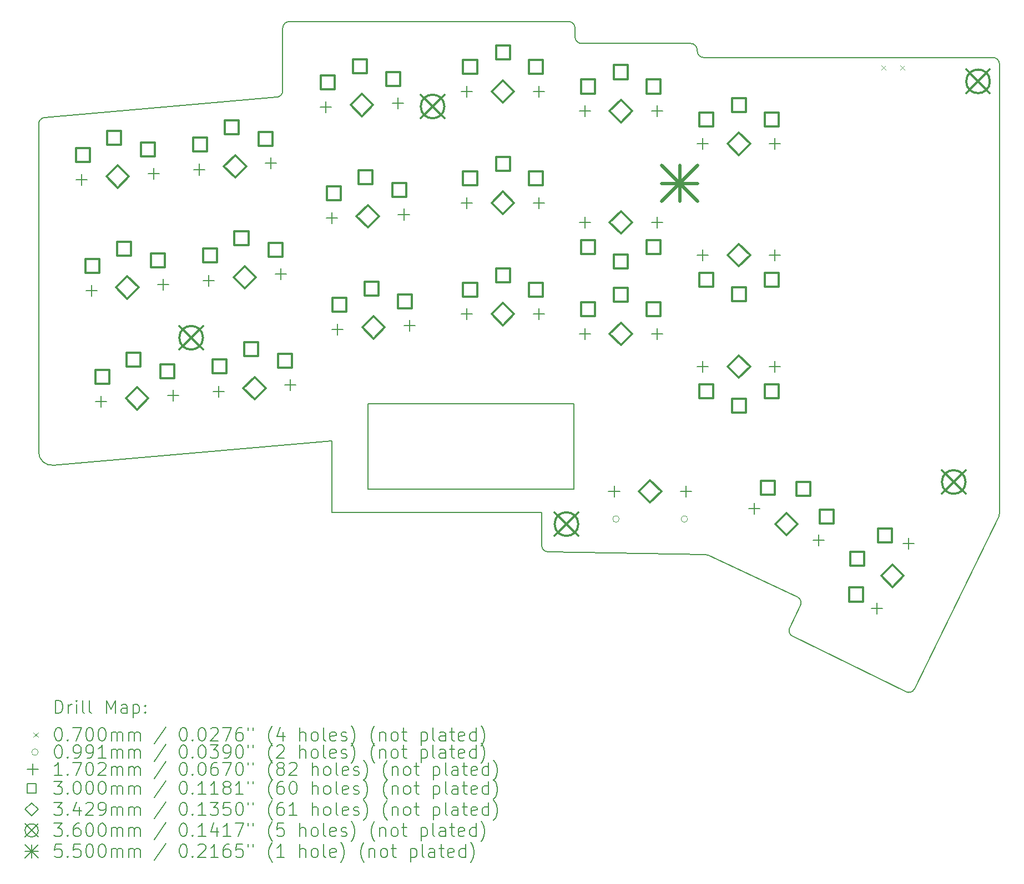
<source format=gbr>
%TF.GenerationSoftware,KiCad,Pcbnew,8.0.5*%
%TF.CreationDate,2024-10-04T22:09:56+02:00*%
%TF.ProjectId,hookah,686f6f6b-6168-42e6-9b69-6361645f7063,1*%
%TF.SameCoordinates,Original*%
%TF.FileFunction,Drillmap*%
%TF.FilePolarity,Positive*%
%FSLAX45Y45*%
G04 Gerber Fmt 4.5, Leading zero omitted, Abs format (unit mm)*
G04 Created by KiCad (PCBNEW 8.0.5) date 2024-10-04 22:09:56*
%MOMM*%
%LPD*%
G01*
G04 APERTURE LIST*
%ADD10C,0.150000*%
%ADD11C,0.200000*%
%ADD12C,0.100000*%
%ADD13C,0.170180*%
%ADD14C,0.300000*%
%ADD15C,0.342900*%
%ADD16C,0.360000*%
%ADD17C,0.550000*%
G04 APERTURE END LIST*
D10*
X9082197Y-4260045D02*
X9082197Y-3304295D01*
X16861250Y-12590342D02*
G75*
G02*
X16815387Y-12456717I44020J89792D01*
G01*
X16930967Y-11987758D02*
X15573695Y-11353738D01*
X15534330Y-11344384D02*
G75*
G02*
X15573694Y-11353739I-2961J-99956D01*
G01*
X13440759Y-3204295D02*
G75*
G02*
X13540764Y-3304295I1J-100005D01*
G01*
X20015431Y-3852936D02*
X20015431Y-10714391D01*
X5576351Y-9977308D02*
G75*
G02*
X5358898Y-9778072I-17461J199228D01*
G01*
X15405119Y-3639575D02*
X15405119Y-3652936D01*
X13521720Y-9040460D02*
X13521720Y-10340460D01*
X9082197Y-4260045D02*
G75*
G02*
X8990912Y-4359656I-100007J15D01*
G01*
X5449792Y-4669473D02*
X8990913Y-4359665D01*
X20005310Y-10758229D02*
X18721427Y-13390578D01*
X16930967Y-11987758D02*
G75*
G02*
X16978523Y-12122193I-42327J-90602D01*
G01*
X5576351Y-9977308D02*
X9834558Y-9604163D01*
X13640759Y-3539575D02*
X15305119Y-3539576D01*
X5358892Y-9778072D02*
X5358892Y-4777860D01*
X13640759Y-3539575D02*
G75*
G02*
X13540754Y-3439575I1J100006D01*
G01*
X18587533Y-13436534D02*
X16861250Y-12590342D01*
X19915431Y-3752936D02*
G75*
G02*
X20015434Y-3852936I-1J-100004D01*
G01*
X13031500Y-10700246D02*
X9834558Y-10700250D01*
X10381720Y-9040460D02*
X10381720Y-10340460D01*
X10381720Y-9040460D02*
X13521720Y-9040460D01*
X15305119Y-3539576D02*
G75*
G02*
X15405124Y-3639575I1J-100004D01*
G01*
X9082197Y-3304295D02*
G75*
G02*
X9182197Y-3204297I100003J-5D01*
G01*
X13128541Y-11300202D02*
G75*
G02*
X13031494Y-11200245I2959J99962D01*
G01*
X15505119Y-3752936D02*
X19915431Y-3752936D01*
X13031500Y-11200245D02*
X13031500Y-10700246D01*
X20015431Y-10714391D02*
G75*
G02*
X20005311Y-10758229I-100011J1D01*
G01*
X15534330Y-11344384D02*
X13128541Y-11300202D01*
X15505119Y-3752936D02*
G75*
G02*
X15405124Y-3652936I1J99996D01*
G01*
X10381720Y-10340460D02*
X13521720Y-10340460D01*
X9834558Y-10700250D02*
X9834558Y-9604163D01*
X13540759Y-3304295D02*
X13540759Y-3439575D01*
X16815384Y-12456715D02*
X16978525Y-12122194D01*
X9182197Y-3204295D02*
X13440759Y-3204295D01*
X5358892Y-4777860D02*
G75*
G02*
X5449791Y-4669468I99618J8770D01*
G01*
X18721427Y-13390578D02*
G75*
G02*
X18587535Y-13436531I-89877J43838D01*
G01*
D11*
D12*
X18210680Y-3874180D02*
X18280680Y-3944180D01*
X18280680Y-3874180D02*
X18210680Y-3944180D01*
X18210940Y-3873820D02*
X18280940Y-3943820D01*
X18280940Y-3873820D02*
X18210940Y-3943820D01*
X18500680Y-3874180D02*
X18570680Y-3944180D01*
X18570680Y-3874180D02*
X18500680Y-3944180D01*
X18500940Y-3873820D02*
X18570940Y-3943820D01*
X18570940Y-3873820D02*
X18500940Y-3943820D01*
X14214834Y-10798755D02*
G75*
G02*
X14115774Y-10798755I-49530J0D01*
G01*
X14115774Y-10798755D02*
G75*
G02*
X14214834Y-10798755I49530J0D01*
G01*
X15258834Y-10798755D02*
G75*
G02*
X15159774Y-10798755I-49530J0D01*
G01*
X15159774Y-10798755D02*
G75*
G02*
X15258834Y-10798755I49530J0D01*
G01*
D13*
X6014685Y-5534232D02*
X6014685Y-5704412D01*
X5929595Y-5619322D02*
X6099775Y-5619322D01*
X6014685Y-5534232D02*
X6014685Y-5704412D01*
X5929595Y-5619322D02*
X6099775Y-5619322D01*
X6162850Y-7227763D02*
X6162850Y-7397943D01*
X6077760Y-7312853D02*
X6247940Y-7312853D01*
X6162850Y-7227763D02*
X6162850Y-7397943D01*
X6077760Y-7312853D02*
X6247940Y-7312853D01*
X6311015Y-8921294D02*
X6311015Y-9091474D01*
X6225925Y-9006384D02*
X6396105Y-9006384D01*
X6311015Y-8921294D02*
X6311015Y-9091474D01*
X6225925Y-9006384D02*
X6396105Y-9006384D01*
X7110499Y-5438361D02*
X7110499Y-5608541D01*
X7025409Y-5523451D02*
X7195589Y-5523451D01*
X7110499Y-5438361D02*
X7110499Y-5608541D01*
X7025409Y-5523451D02*
X7195589Y-5523451D01*
X7258664Y-7131892D02*
X7258664Y-7302072D01*
X7173574Y-7216982D02*
X7343754Y-7216982D01*
X7258664Y-7131892D02*
X7258664Y-7302072D01*
X7173574Y-7216982D02*
X7343754Y-7216982D01*
X7406829Y-8825423D02*
X7406829Y-8995603D01*
X7321739Y-8910513D02*
X7491919Y-8910513D01*
X7406829Y-8825423D02*
X7406829Y-8995603D01*
X7321739Y-8910513D02*
X7491919Y-8910513D01*
X7807835Y-5377352D02*
X7807835Y-5547532D01*
X7722745Y-5462442D02*
X7892925Y-5462442D01*
X7807835Y-5377352D02*
X7807835Y-5547532D01*
X7722745Y-5462442D02*
X7892925Y-5462442D01*
X7956000Y-7070883D02*
X7956000Y-7241063D01*
X7870910Y-7155973D02*
X8041090Y-7155973D01*
X7956000Y-7070883D02*
X7956000Y-7241063D01*
X7870910Y-7155973D02*
X8041090Y-7155973D01*
X8104165Y-8764414D02*
X8104165Y-8934594D01*
X8019075Y-8849504D02*
X8189255Y-8849504D01*
X8104165Y-8764414D02*
X8104165Y-8934594D01*
X8019075Y-8849504D02*
X8189255Y-8849504D01*
X8903650Y-5281481D02*
X8903650Y-5451661D01*
X8818560Y-5366571D02*
X8988740Y-5366571D01*
X8903650Y-5281481D02*
X8903650Y-5451661D01*
X8818560Y-5366571D02*
X8988740Y-5366571D01*
X9051815Y-6975012D02*
X9051815Y-7145192D01*
X8966725Y-7060102D02*
X9136905Y-7060102D01*
X9051815Y-6975012D02*
X9051815Y-7145192D01*
X8966725Y-7060102D02*
X9136905Y-7060102D01*
X9199979Y-8668543D02*
X9199979Y-8838723D01*
X9114889Y-8753633D02*
X9285069Y-8753633D01*
X9199979Y-8668543D02*
X9199979Y-8838723D01*
X9114889Y-8753633D02*
X9285069Y-8753633D01*
X9741018Y-4423109D02*
X9741018Y-4593289D01*
X9655928Y-4508199D02*
X9826108Y-4508199D01*
X9741018Y-4423109D02*
X9741018Y-4593289D01*
X9655928Y-4508199D02*
X9826108Y-4508199D01*
X9829989Y-6120780D02*
X9829989Y-6290960D01*
X9744899Y-6205870D02*
X9915079Y-6205870D01*
X9829989Y-6120780D02*
X9829989Y-6290960D01*
X9744899Y-6205870D02*
X9915079Y-6205870D01*
X9918960Y-7818450D02*
X9918960Y-7988630D01*
X9833870Y-7903540D02*
X10004050Y-7903540D01*
X9918960Y-7818450D02*
X9918960Y-7988630D01*
X9833870Y-7903540D02*
X10004050Y-7903540D01*
X10839510Y-4365540D02*
X10839510Y-4535720D01*
X10754420Y-4450630D02*
X10924600Y-4450630D01*
X10839510Y-4365540D02*
X10839510Y-4535720D01*
X10754420Y-4450630D02*
X10924600Y-4450630D01*
X10928481Y-6063210D02*
X10928481Y-6233390D01*
X10843391Y-6148300D02*
X11013571Y-6148300D01*
X10928481Y-6063210D02*
X10928481Y-6233390D01*
X10843391Y-6148300D02*
X11013571Y-6148300D01*
X11017453Y-7760880D02*
X11017453Y-7931060D01*
X10932363Y-7845970D02*
X11102543Y-7845970D01*
X11017453Y-7760880D02*
X11017453Y-7931060D01*
X10932363Y-7845970D02*
X11102543Y-7845970D01*
X11890259Y-5886177D02*
X11890259Y-6056357D01*
X11805169Y-5971267D02*
X11975349Y-5971267D01*
X11890259Y-5886177D02*
X11890259Y-6056357D01*
X11805169Y-5971267D02*
X11975349Y-5971267D01*
X11890259Y-4186177D02*
X11890259Y-4356357D01*
X11805169Y-4271267D02*
X11975349Y-4271267D01*
X11890259Y-4186177D02*
X11890259Y-4356357D01*
X11805169Y-4271267D02*
X11975349Y-4271267D01*
X11890259Y-7586177D02*
X11890259Y-7756357D01*
X11805169Y-7671267D02*
X11975349Y-7671267D01*
X11890259Y-7586177D02*
X11890259Y-7756357D01*
X11805169Y-7671267D02*
X11975349Y-7671267D01*
X12990259Y-5886177D02*
X12990259Y-6056357D01*
X12905169Y-5971267D02*
X13075349Y-5971267D01*
X12990259Y-5886177D02*
X12990259Y-6056357D01*
X12905169Y-5971267D02*
X13075349Y-5971267D01*
X12990259Y-4186177D02*
X12990259Y-4356357D01*
X12905169Y-4271267D02*
X13075349Y-4271267D01*
X12990259Y-4186177D02*
X12990259Y-4356357D01*
X12905169Y-4271267D02*
X13075349Y-4271267D01*
X12990259Y-7586177D02*
X12990259Y-7756357D01*
X12905169Y-7671267D02*
X13075349Y-7671267D01*
X12990259Y-7586177D02*
X12990259Y-7756357D01*
X12905169Y-7671267D02*
X13075349Y-7671267D01*
X13690258Y-6186177D02*
X13690258Y-6356357D01*
X13605168Y-6271267D02*
X13775348Y-6271267D01*
X13690258Y-6186177D02*
X13690258Y-6356357D01*
X13605168Y-6271267D02*
X13775348Y-6271267D01*
X13690259Y-7886176D02*
X13690259Y-8056356D01*
X13605169Y-7971266D02*
X13775349Y-7971266D01*
X13690259Y-7886176D02*
X13690259Y-8056356D01*
X13605169Y-7971266D02*
X13775349Y-7971266D01*
X13690259Y-4486177D02*
X13690259Y-4656357D01*
X13605169Y-4571267D02*
X13775349Y-4571267D01*
X13690259Y-4486177D02*
X13690259Y-4656357D01*
X13605169Y-4571267D02*
X13775349Y-4571267D01*
X14137304Y-10293665D02*
X14137304Y-10463845D01*
X14052214Y-10378755D02*
X14222394Y-10378755D01*
X14790258Y-6186177D02*
X14790258Y-6356357D01*
X14705168Y-6271267D02*
X14875348Y-6271267D01*
X14790258Y-6186177D02*
X14790258Y-6356357D01*
X14705168Y-6271267D02*
X14875348Y-6271267D01*
X14790259Y-7886176D02*
X14790259Y-8056356D01*
X14705169Y-7971266D02*
X14875349Y-7971266D01*
X14790259Y-7886176D02*
X14790259Y-8056356D01*
X14705169Y-7971266D02*
X14875349Y-7971266D01*
X14790259Y-4486177D02*
X14790259Y-4656357D01*
X14705169Y-4571267D02*
X14875349Y-4571267D01*
X14790259Y-4486177D02*
X14790259Y-4656357D01*
X14705169Y-4571267D02*
X14875349Y-4571267D01*
X15237304Y-10293665D02*
X15237304Y-10463845D01*
X15152214Y-10378755D02*
X15322394Y-10378755D01*
X15490259Y-8386177D02*
X15490259Y-8556357D01*
X15405169Y-8471267D02*
X15575349Y-8471267D01*
X15490259Y-8386177D02*
X15490259Y-8556357D01*
X15405169Y-8471267D02*
X15575349Y-8471267D01*
X15490259Y-4986177D02*
X15490259Y-5156357D01*
X15405169Y-5071267D02*
X15575349Y-5071267D01*
X15490259Y-4986177D02*
X15490259Y-5156357D01*
X15405169Y-5071267D02*
X15575349Y-5071267D01*
X15490259Y-6686177D02*
X15490259Y-6856357D01*
X15405169Y-6771267D02*
X15575349Y-6771267D01*
X15490259Y-6686177D02*
X15490259Y-6856357D01*
X15405169Y-6771267D02*
X15575349Y-6771267D01*
X16272222Y-10551442D02*
X16272222Y-10721622D01*
X16187132Y-10636532D02*
X16357312Y-10636532D01*
X16272222Y-10551442D02*
X16272222Y-10721622D01*
X16187132Y-10636532D02*
X16357312Y-10636532D01*
X16590259Y-8386177D02*
X16590259Y-8556357D01*
X16505169Y-8471267D02*
X16675349Y-8471267D01*
X16590259Y-8386177D02*
X16590259Y-8556357D01*
X16505169Y-8471267D02*
X16675349Y-8471267D01*
X16590259Y-4986177D02*
X16590259Y-5156357D01*
X16505169Y-5071267D02*
X16675349Y-5071267D01*
X16590259Y-4986177D02*
X16590259Y-5156357D01*
X16505169Y-5071267D02*
X16675349Y-5071267D01*
X16590259Y-6686177D02*
X16590259Y-6856357D01*
X16505169Y-6771267D02*
X16675349Y-6771267D01*
X16590259Y-6686177D02*
X16590259Y-6856357D01*
X16505169Y-6771267D02*
X16675349Y-6771267D01*
X17260896Y-11033650D02*
X17260896Y-11203830D01*
X17175806Y-11118740D02*
X17345986Y-11118740D01*
X17260896Y-11033650D02*
X17260896Y-11203830D01*
X17175806Y-11118740D02*
X17345986Y-11118740D01*
X18143246Y-12075914D02*
X18143246Y-12246094D01*
X18058156Y-12161004D02*
X18228336Y-12161004D01*
X18143246Y-12075914D02*
X18143246Y-12246094D01*
X18058156Y-12161004D02*
X18228336Y-12161004D01*
X18625455Y-11087241D02*
X18625455Y-11257421D01*
X18540365Y-11172331D02*
X18710545Y-11172331D01*
X18625455Y-11087241D02*
X18625455Y-11257421D01*
X18540365Y-11172331D02*
X18710545Y-11172331D01*
D14*
X6137878Y-5347459D02*
X6137878Y-5135325D01*
X5925744Y-5135325D01*
X5925744Y-5347459D01*
X6137878Y-5347459D01*
X6286043Y-7040990D02*
X6286043Y-6828856D01*
X6073909Y-6828856D01*
X6073909Y-7040990D01*
X6286043Y-7040990D01*
X6434208Y-8734521D02*
X6434208Y-8522387D01*
X6222074Y-8522387D01*
X6222074Y-8734521D01*
X6434208Y-8734521D01*
X6616802Y-5084718D02*
X6616802Y-4872584D01*
X6404668Y-4872584D01*
X6404668Y-5084718D01*
X6616802Y-5084718D01*
X6764966Y-6778249D02*
X6764966Y-6566115D01*
X6552832Y-6566115D01*
X6552832Y-6778249D01*
X6764966Y-6778249D01*
X6913131Y-8471780D02*
X6913131Y-8259646D01*
X6700997Y-8259646D01*
X6700997Y-8471780D01*
X6913131Y-8471780D01*
X7134073Y-5260303D02*
X7134073Y-5048169D01*
X6921939Y-5048169D01*
X6921939Y-5260303D01*
X7134073Y-5260303D01*
X7282238Y-6953834D02*
X7282238Y-6741700D01*
X7070104Y-6741700D01*
X7070104Y-6953834D01*
X7282238Y-6953834D01*
X7430403Y-8647365D02*
X7430403Y-8435231D01*
X7218269Y-8435231D01*
X7218269Y-8647365D01*
X7430403Y-8647365D01*
X7931028Y-5190578D02*
X7931028Y-4978444D01*
X7718894Y-4978444D01*
X7718894Y-5190578D01*
X7931028Y-5190578D01*
X8079193Y-6884109D02*
X8079193Y-6671975D01*
X7867059Y-6671975D01*
X7867059Y-6884109D01*
X8079193Y-6884109D01*
X8227358Y-8577640D02*
X8227358Y-8365506D01*
X8015224Y-8365506D01*
X8015224Y-8577640D01*
X8227358Y-8577640D01*
X8409952Y-4927837D02*
X8409952Y-4715703D01*
X8197818Y-4715703D01*
X8197818Y-4927837D01*
X8409952Y-4927837D01*
X8558117Y-6621368D02*
X8558117Y-6409234D01*
X8345983Y-6409234D01*
X8345983Y-6621368D01*
X8558117Y-6621368D01*
X8706281Y-8314899D02*
X8706281Y-8102765D01*
X8494147Y-8102765D01*
X8494147Y-8314899D01*
X8706281Y-8314899D01*
X8927224Y-5103422D02*
X8927224Y-4891288D01*
X8715090Y-4891288D01*
X8715090Y-5103422D01*
X8927224Y-5103422D01*
X9075389Y-6796953D02*
X9075389Y-6584819D01*
X8863255Y-6584819D01*
X8863255Y-6796953D01*
X9075389Y-6796953D01*
X9223553Y-8490485D02*
X9223553Y-8278350D01*
X9011419Y-8278350D01*
X9011419Y-8490485D01*
X9223553Y-8490485D01*
X9877390Y-4237163D02*
X9877390Y-4025029D01*
X9665256Y-4025029D01*
X9665256Y-4237163D01*
X9877390Y-4237163D01*
X9966361Y-5934834D02*
X9966361Y-5722700D01*
X9754227Y-5722700D01*
X9754227Y-5934834D01*
X9966361Y-5934834D01*
X10055333Y-7632504D02*
X10055333Y-7420370D01*
X9843199Y-7420370D01*
X9843199Y-7632504D01*
X10055333Y-7632504D01*
X10365191Y-3991297D02*
X10365191Y-3779163D01*
X10153057Y-3779163D01*
X10153057Y-3991297D01*
X10365191Y-3991297D01*
X10454162Y-5688967D02*
X10454162Y-5476833D01*
X10242028Y-5476833D01*
X10242028Y-5688967D01*
X10454162Y-5688967D01*
X10543134Y-7386637D02*
X10543134Y-7174503D01*
X10331000Y-7174503D01*
X10331000Y-7386637D01*
X10543134Y-7386637D01*
X10876020Y-4184827D02*
X10876020Y-3972693D01*
X10663886Y-3972693D01*
X10663886Y-4184827D01*
X10876020Y-4184827D01*
X10964991Y-5882498D02*
X10964991Y-5670364D01*
X10752857Y-5670364D01*
X10752857Y-5882498D01*
X10964991Y-5882498D01*
X11053962Y-7580168D02*
X11053962Y-7368034D01*
X10841828Y-7368034D01*
X10841828Y-7580168D01*
X11053962Y-7580168D01*
X12046326Y-5702334D02*
X12046326Y-5490200D01*
X11834192Y-5490200D01*
X11834192Y-5702334D01*
X12046326Y-5702334D01*
X12046326Y-4002334D02*
X12046326Y-3790200D01*
X11834192Y-3790200D01*
X11834192Y-4002334D01*
X12046326Y-4002334D01*
X12046326Y-7402334D02*
X12046326Y-7190200D01*
X11834192Y-7190200D01*
X11834192Y-7402334D01*
X12046326Y-7402334D01*
X12546326Y-5482334D02*
X12546326Y-5270200D01*
X12334192Y-5270200D01*
X12334192Y-5482334D01*
X12546326Y-5482334D01*
X12546326Y-3782334D02*
X12546326Y-3570200D01*
X12334192Y-3570200D01*
X12334192Y-3782334D01*
X12546326Y-3782334D01*
X12546326Y-7182334D02*
X12546326Y-6970200D01*
X12334192Y-6970200D01*
X12334192Y-7182334D01*
X12546326Y-7182334D01*
X13046326Y-5702334D02*
X13046326Y-5490200D01*
X12834192Y-5490200D01*
X12834192Y-5702334D01*
X13046326Y-5702334D01*
X13046326Y-4002334D02*
X13046326Y-3790200D01*
X12834192Y-3790200D01*
X12834192Y-4002334D01*
X13046326Y-4002334D01*
X13046326Y-7402334D02*
X13046326Y-7190200D01*
X12834192Y-7190200D01*
X12834192Y-7402334D01*
X13046326Y-7402334D01*
X13846325Y-6752334D02*
X13846325Y-6540200D01*
X13634191Y-6540200D01*
X13634191Y-6752334D01*
X13846325Y-6752334D01*
X13846326Y-7702333D02*
X13846326Y-7490199D01*
X13634192Y-7490199D01*
X13634192Y-7702333D01*
X13846326Y-7702333D01*
X13846326Y-4302334D02*
X13846326Y-4090200D01*
X13634192Y-4090200D01*
X13634192Y-4302334D01*
X13846326Y-4302334D01*
X14346325Y-6972334D02*
X14346325Y-6760200D01*
X14134191Y-6760200D01*
X14134191Y-6972334D01*
X14346325Y-6972334D01*
X14346326Y-7482333D02*
X14346326Y-7270199D01*
X14134192Y-7270199D01*
X14134192Y-7482333D01*
X14346326Y-7482333D01*
X14346326Y-4082334D02*
X14346326Y-3870200D01*
X14134192Y-3870200D01*
X14134192Y-4082334D01*
X14346326Y-4082334D01*
X14846326Y-6752334D02*
X14846326Y-6540200D01*
X14634192Y-6540200D01*
X14634192Y-6752334D01*
X14846326Y-6752334D01*
X14846326Y-7702333D02*
X14846326Y-7490199D01*
X14634192Y-7490199D01*
X14634192Y-7702333D01*
X14846326Y-7702333D01*
X14846326Y-4302334D02*
X14846326Y-4090200D01*
X14634192Y-4090200D01*
X14634192Y-4302334D01*
X14846326Y-4302334D01*
X15646326Y-8952334D02*
X15646326Y-8740200D01*
X15434192Y-8740200D01*
X15434192Y-8952334D01*
X15646326Y-8952334D01*
X15646326Y-4802334D02*
X15646326Y-4590200D01*
X15434192Y-4590200D01*
X15434192Y-4802334D01*
X15646326Y-4802334D01*
X15646326Y-7252334D02*
X15646326Y-7040200D01*
X15434192Y-7040200D01*
X15434192Y-7252334D01*
X15646326Y-7252334D01*
X16146326Y-9172334D02*
X16146326Y-8960200D01*
X15934192Y-8960200D01*
X15934192Y-9172334D01*
X16146326Y-9172334D01*
X16146326Y-4582334D02*
X16146326Y-4370200D01*
X15934192Y-4370200D01*
X15934192Y-4582334D01*
X16146326Y-4582334D01*
X16146326Y-7472334D02*
X16146326Y-7260200D01*
X15934192Y-7260200D01*
X15934192Y-7472334D01*
X16146326Y-7472334D01*
X16587618Y-10427469D02*
X16587618Y-10215335D01*
X16375484Y-10215335D01*
X16375484Y-10427469D01*
X16587618Y-10427469D01*
X16646326Y-8952334D02*
X16646326Y-8740200D01*
X16434192Y-8740200D01*
X16434192Y-8952334D01*
X16646326Y-8952334D01*
X16646326Y-4802334D02*
X16646326Y-4590200D01*
X16434192Y-4590200D01*
X16434192Y-4802334D01*
X16646326Y-4802334D01*
X16646326Y-7252334D02*
X16646326Y-7040200D01*
X16434192Y-7040200D01*
X16434192Y-7252334D01*
X16646326Y-7252334D01*
X17133457Y-10448920D02*
X17133457Y-10236786D01*
X16921323Y-10236786D01*
X16921323Y-10448920D01*
X17133457Y-10448920D01*
X17486412Y-10865840D02*
X17486412Y-10653706D01*
X17274278Y-10653706D01*
X17274278Y-10865840D01*
X17486412Y-10865840D01*
X17934184Y-12057742D02*
X17934184Y-11845608D01*
X17722050Y-11845608D01*
X17722050Y-12057742D01*
X17934184Y-12057742D01*
X17955635Y-11511903D02*
X17955635Y-11299769D01*
X17743501Y-11299769D01*
X17743501Y-11511903D01*
X17955635Y-11511903D01*
X18372555Y-11158948D02*
X18372555Y-10946814D01*
X18160421Y-10946814D01*
X18160421Y-11158948D01*
X18372555Y-11158948D01*
D15*
X6562592Y-5742837D02*
X6734042Y-5571387D01*
X6562592Y-5399937D01*
X6391142Y-5571387D01*
X6562592Y-5742837D01*
X6562592Y-5742837D02*
X6734042Y-5571387D01*
X6562592Y-5399937D01*
X6391142Y-5571387D01*
X6562592Y-5742837D01*
X6562592Y-5742837D02*
X6734042Y-5571387D01*
X6562592Y-5399937D01*
X6391142Y-5571387D01*
X6562592Y-5742837D01*
X6710757Y-7436368D02*
X6882207Y-7264918D01*
X6710757Y-7093468D01*
X6539307Y-7264918D01*
X6710757Y-7436368D01*
X6710757Y-7436368D02*
X6882207Y-7264918D01*
X6710757Y-7093468D01*
X6539307Y-7264918D01*
X6710757Y-7436368D01*
X6710757Y-7436368D02*
X6882207Y-7264918D01*
X6710757Y-7093468D01*
X6539307Y-7264918D01*
X6710757Y-7436368D01*
X6858922Y-9129899D02*
X7030372Y-8958449D01*
X6858922Y-8786999D01*
X6687472Y-8958449D01*
X6858922Y-9129899D01*
X6858922Y-9129899D02*
X7030372Y-8958449D01*
X6858922Y-8786999D01*
X6687472Y-8958449D01*
X6858922Y-9129899D01*
X6858922Y-9129899D02*
X7030372Y-8958449D01*
X6858922Y-8786999D01*
X6687472Y-8958449D01*
X6858922Y-9129899D01*
X8355743Y-5585956D02*
X8527193Y-5414506D01*
X8355743Y-5243056D01*
X8184293Y-5414506D01*
X8355743Y-5585956D01*
X8355743Y-5585956D02*
X8527193Y-5414506D01*
X8355743Y-5243056D01*
X8184293Y-5414506D01*
X8355743Y-5585956D01*
X8355743Y-5585956D02*
X8527193Y-5414506D01*
X8355743Y-5243056D01*
X8184293Y-5414506D01*
X8355743Y-5585956D01*
X8503908Y-7279487D02*
X8675358Y-7108037D01*
X8503908Y-6936587D01*
X8332458Y-7108037D01*
X8503908Y-7279487D01*
X8503908Y-7279487D02*
X8675358Y-7108037D01*
X8503908Y-6936587D01*
X8332458Y-7108037D01*
X8503908Y-7279487D01*
X8503908Y-7279487D02*
X8675358Y-7108037D01*
X8503908Y-6936587D01*
X8332458Y-7108037D01*
X8503908Y-7279487D01*
X8652072Y-8973018D02*
X8823522Y-8801568D01*
X8652072Y-8630118D01*
X8480622Y-8801568D01*
X8652072Y-8973018D01*
X8652072Y-8973018D02*
X8823522Y-8801568D01*
X8652072Y-8630118D01*
X8480622Y-8801568D01*
X8652072Y-8973018D01*
X8652072Y-8973018D02*
X8823522Y-8801568D01*
X8652072Y-8630118D01*
X8480622Y-8801568D01*
X8652072Y-8973018D01*
X10290264Y-4650865D02*
X10461714Y-4479415D01*
X10290264Y-4307965D01*
X10118814Y-4479415D01*
X10290264Y-4650865D01*
X10290264Y-4650865D02*
X10461714Y-4479415D01*
X10290264Y-4307965D01*
X10118814Y-4479415D01*
X10290264Y-4650865D01*
X10290264Y-4650865D02*
X10461714Y-4479415D01*
X10290264Y-4307965D01*
X10118814Y-4479415D01*
X10290264Y-4650865D01*
X10379235Y-6348535D02*
X10550685Y-6177085D01*
X10379235Y-6005635D01*
X10207785Y-6177085D01*
X10379235Y-6348535D01*
X10379235Y-6348535D02*
X10550685Y-6177085D01*
X10379235Y-6005635D01*
X10207785Y-6177085D01*
X10379235Y-6348535D01*
X10379235Y-6348535D02*
X10550685Y-6177085D01*
X10379235Y-6005635D01*
X10207785Y-6177085D01*
X10379235Y-6348535D01*
X10468206Y-8046205D02*
X10639656Y-7874755D01*
X10468206Y-7703305D01*
X10296756Y-7874755D01*
X10468206Y-8046205D01*
X10468206Y-8046205D02*
X10639656Y-7874755D01*
X10468206Y-7703305D01*
X10296756Y-7874755D01*
X10468206Y-8046205D01*
X10468206Y-8046205D02*
X10639656Y-7874755D01*
X10468206Y-7703305D01*
X10296756Y-7874755D01*
X10468206Y-8046205D01*
X12440259Y-6142717D02*
X12611709Y-5971267D01*
X12440259Y-5799817D01*
X12268809Y-5971267D01*
X12440259Y-6142717D01*
X12440259Y-6142717D02*
X12611709Y-5971267D01*
X12440259Y-5799817D01*
X12268809Y-5971267D01*
X12440259Y-6142717D01*
X12440259Y-6142717D02*
X12611709Y-5971267D01*
X12440259Y-5799817D01*
X12268809Y-5971267D01*
X12440259Y-6142717D01*
X12440259Y-4442717D02*
X12611709Y-4271267D01*
X12440259Y-4099817D01*
X12268809Y-4271267D01*
X12440259Y-4442717D01*
X12440259Y-4442717D02*
X12611709Y-4271267D01*
X12440259Y-4099817D01*
X12268809Y-4271267D01*
X12440259Y-4442717D01*
X12440259Y-4442717D02*
X12611709Y-4271267D01*
X12440259Y-4099817D01*
X12268809Y-4271267D01*
X12440259Y-4442717D01*
X12440259Y-7842717D02*
X12611709Y-7671267D01*
X12440259Y-7499817D01*
X12268809Y-7671267D01*
X12440259Y-7842717D01*
X12440259Y-7842717D02*
X12611709Y-7671267D01*
X12440259Y-7499817D01*
X12268809Y-7671267D01*
X12440259Y-7842717D01*
X12440259Y-7842717D02*
X12611709Y-7671267D01*
X12440259Y-7499817D01*
X12268809Y-7671267D01*
X12440259Y-7842717D01*
X14240258Y-6442717D02*
X14411708Y-6271267D01*
X14240258Y-6099817D01*
X14068808Y-6271267D01*
X14240258Y-6442717D01*
X14240258Y-6442717D02*
X14411708Y-6271267D01*
X14240258Y-6099817D01*
X14068808Y-6271267D01*
X14240258Y-6442717D01*
X14240258Y-6442717D02*
X14411708Y-6271267D01*
X14240258Y-6099817D01*
X14068808Y-6271267D01*
X14240258Y-6442717D01*
X14240259Y-8142716D02*
X14411709Y-7971266D01*
X14240259Y-7799816D01*
X14068809Y-7971266D01*
X14240259Y-8142716D01*
X14240259Y-8142716D02*
X14411709Y-7971266D01*
X14240259Y-7799816D01*
X14068809Y-7971266D01*
X14240259Y-8142716D01*
X14240259Y-8142716D02*
X14411709Y-7971266D01*
X14240259Y-7799816D01*
X14068809Y-7971266D01*
X14240259Y-8142716D01*
X14240259Y-4742717D02*
X14411709Y-4571267D01*
X14240259Y-4399817D01*
X14068809Y-4571267D01*
X14240259Y-4742717D01*
X14240259Y-4742717D02*
X14411709Y-4571267D01*
X14240259Y-4399817D01*
X14068809Y-4571267D01*
X14240259Y-4742717D01*
X14240259Y-4742717D02*
X14411709Y-4571267D01*
X14240259Y-4399817D01*
X14068809Y-4571267D01*
X14240259Y-4742717D01*
X14687304Y-10550205D02*
X14858754Y-10378755D01*
X14687304Y-10207305D01*
X14515854Y-10378755D01*
X14687304Y-10550205D01*
X16040259Y-8642717D02*
X16211709Y-8471267D01*
X16040259Y-8299817D01*
X15868809Y-8471267D01*
X16040259Y-8642717D01*
X16040259Y-8642717D02*
X16211709Y-8471267D01*
X16040259Y-8299817D01*
X15868809Y-8471267D01*
X16040259Y-8642717D01*
X16040259Y-8642717D02*
X16211709Y-8471267D01*
X16040259Y-8299817D01*
X15868809Y-8471267D01*
X16040259Y-8642717D01*
X16040259Y-5242717D02*
X16211709Y-5071267D01*
X16040259Y-4899817D01*
X15868809Y-5071267D01*
X16040259Y-5242717D01*
X16040259Y-5242717D02*
X16211709Y-5071267D01*
X16040259Y-4899817D01*
X15868809Y-5071267D01*
X16040259Y-5242717D01*
X16040259Y-5242717D02*
X16211709Y-5071267D01*
X16040259Y-4899817D01*
X15868809Y-5071267D01*
X16040259Y-5242717D01*
X16040259Y-6942717D02*
X16211709Y-6771267D01*
X16040259Y-6599817D01*
X15868809Y-6771267D01*
X16040259Y-6942717D01*
X16040259Y-6942717D02*
X16211709Y-6771267D01*
X16040259Y-6599817D01*
X15868809Y-6771267D01*
X16040259Y-6942717D01*
X16040259Y-6942717D02*
X16211709Y-6771267D01*
X16040259Y-6599817D01*
X15868809Y-6771267D01*
X16040259Y-6942717D01*
X16766559Y-11049086D02*
X16938009Y-10877636D01*
X16766559Y-10706186D01*
X16595109Y-10877636D01*
X16766559Y-11049086D01*
X16766559Y-11049086D02*
X16938009Y-10877636D01*
X16766559Y-10706186D01*
X16595109Y-10877636D01*
X16766559Y-11049086D01*
X16766559Y-11049086D02*
X16938009Y-10877636D01*
X16766559Y-10706186D01*
X16595109Y-10877636D01*
X16766559Y-11049086D01*
X18384350Y-11838117D02*
X18555800Y-11666667D01*
X18384350Y-11495217D01*
X18212900Y-11666667D01*
X18384350Y-11838117D01*
X18384350Y-11838117D02*
X18555800Y-11666667D01*
X18384350Y-11495217D01*
X18212900Y-11666667D01*
X18384350Y-11838117D01*
X18384350Y-11838117D02*
X18555800Y-11666667D01*
X18384350Y-11495217D01*
X18212900Y-11666667D01*
X18384350Y-11838117D01*
D16*
X7504800Y-7851600D02*
X7864800Y-8211600D01*
X7864800Y-7851600D02*
X7504800Y-8211600D01*
X7864800Y-8031600D02*
G75*
G02*
X7504800Y-8031600I-180000J0D01*
G01*
X7504800Y-8031600D02*
G75*
G02*
X7864800Y-8031600I180000J0D01*
G01*
X11187789Y-4320966D02*
X11547789Y-4680966D01*
X11547789Y-4320966D02*
X11187789Y-4680966D01*
X11547789Y-4500966D02*
G75*
G02*
X11187789Y-4500966I-180000J0D01*
G01*
X11187789Y-4500966D02*
G75*
G02*
X11547789Y-4500966I180000J0D01*
G01*
X13229960Y-10696400D02*
X13589960Y-11056400D01*
X13589960Y-10696400D02*
X13229960Y-11056400D01*
X13589960Y-10876400D02*
G75*
G02*
X13229960Y-10876400I-180000J0D01*
G01*
X13229960Y-10876400D02*
G75*
G02*
X13589960Y-10876400I180000J0D01*
G01*
X19138000Y-10053780D02*
X19498000Y-10413780D01*
X19498000Y-10053780D02*
X19138000Y-10413780D01*
X19498000Y-10233780D02*
G75*
G02*
X19138000Y-10233780I-180000J0D01*
G01*
X19138000Y-10233780D02*
G75*
G02*
X19498000Y-10233780I180000J0D01*
G01*
X19508840Y-3937460D02*
X19868840Y-4297460D01*
X19868840Y-3937460D02*
X19508840Y-4297460D01*
X19868840Y-4117460D02*
G75*
G02*
X19508840Y-4117460I-180000J0D01*
G01*
X19508840Y-4117460D02*
G75*
G02*
X19868840Y-4117460I180000J0D01*
G01*
D17*
X14862160Y-5399480D02*
X15412160Y-5949480D01*
X15412160Y-5399480D02*
X14862160Y-5949480D01*
X15137160Y-5399480D02*
X15137160Y-5949480D01*
X14862160Y-5674480D02*
X15412160Y-5674480D01*
D11*
X5611784Y-13765722D02*
X5611784Y-13565722D01*
X5611784Y-13565722D02*
X5659403Y-13565722D01*
X5659403Y-13565722D02*
X5687974Y-13575246D01*
X5687974Y-13575246D02*
X5707022Y-13594294D01*
X5707022Y-13594294D02*
X5716545Y-13613341D01*
X5716545Y-13613341D02*
X5726069Y-13651437D01*
X5726069Y-13651437D02*
X5726069Y-13680008D01*
X5726069Y-13680008D02*
X5716545Y-13718103D01*
X5716545Y-13718103D02*
X5707022Y-13737151D01*
X5707022Y-13737151D02*
X5687974Y-13756199D01*
X5687974Y-13756199D02*
X5659403Y-13765722D01*
X5659403Y-13765722D02*
X5611784Y-13765722D01*
X5811784Y-13765722D02*
X5811784Y-13632389D01*
X5811784Y-13670484D02*
X5821307Y-13651437D01*
X5821307Y-13651437D02*
X5830831Y-13641913D01*
X5830831Y-13641913D02*
X5849879Y-13632389D01*
X5849879Y-13632389D02*
X5868926Y-13632389D01*
X5935593Y-13765722D02*
X5935593Y-13632389D01*
X5935593Y-13565722D02*
X5926069Y-13575246D01*
X5926069Y-13575246D02*
X5935593Y-13584770D01*
X5935593Y-13584770D02*
X5945117Y-13575246D01*
X5945117Y-13575246D02*
X5935593Y-13565722D01*
X5935593Y-13565722D02*
X5935593Y-13584770D01*
X6059403Y-13765722D02*
X6040355Y-13756199D01*
X6040355Y-13756199D02*
X6030831Y-13737151D01*
X6030831Y-13737151D02*
X6030831Y-13565722D01*
X6164164Y-13765722D02*
X6145117Y-13756199D01*
X6145117Y-13756199D02*
X6135593Y-13737151D01*
X6135593Y-13737151D02*
X6135593Y-13565722D01*
X6392736Y-13765722D02*
X6392736Y-13565722D01*
X6392736Y-13565722D02*
X6459403Y-13708580D01*
X6459403Y-13708580D02*
X6526069Y-13565722D01*
X6526069Y-13565722D02*
X6526069Y-13765722D01*
X6707022Y-13765722D02*
X6707022Y-13660961D01*
X6707022Y-13660961D02*
X6697498Y-13641913D01*
X6697498Y-13641913D02*
X6678450Y-13632389D01*
X6678450Y-13632389D02*
X6640355Y-13632389D01*
X6640355Y-13632389D02*
X6621307Y-13641913D01*
X6707022Y-13756199D02*
X6687974Y-13765722D01*
X6687974Y-13765722D02*
X6640355Y-13765722D01*
X6640355Y-13765722D02*
X6621307Y-13756199D01*
X6621307Y-13756199D02*
X6611784Y-13737151D01*
X6611784Y-13737151D02*
X6611784Y-13718103D01*
X6611784Y-13718103D02*
X6621307Y-13699056D01*
X6621307Y-13699056D02*
X6640355Y-13689532D01*
X6640355Y-13689532D02*
X6687974Y-13689532D01*
X6687974Y-13689532D02*
X6707022Y-13680008D01*
X6802260Y-13632389D02*
X6802260Y-13832389D01*
X6802260Y-13641913D02*
X6821307Y-13632389D01*
X6821307Y-13632389D02*
X6859403Y-13632389D01*
X6859403Y-13632389D02*
X6878450Y-13641913D01*
X6878450Y-13641913D02*
X6887974Y-13651437D01*
X6887974Y-13651437D02*
X6897498Y-13670484D01*
X6897498Y-13670484D02*
X6897498Y-13727627D01*
X6897498Y-13727627D02*
X6887974Y-13746675D01*
X6887974Y-13746675D02*
X6878450Y-13756199D01*
X6878450Y-13756199D02*
X6859403Y-13765722D01*
X6859403Y-13765722D02*
X6821307Y-13765722D01*
X6821307Y-13765722D02*
X6802260Y-13756199D01*
X6983212Y-13746675D02*
X6992736Y-13756199D01*
X6992736Y-13756199D02*
X6983212Y-13765722D01*
X6983212Y-13765722D02*
X6973688Y-13756199D01*
X6973688Y-13756199D02*
X6983212Y-13746675D01*
X6983212Y-13746675D02*
X6983212Y-13765722D01*
X6983212Y-13641913D02*
X6992736Y-13651437D01*
X6992736Y-13651437D02*
X6983212Y-13660961D01*
X6983212Y-13660961D02*
X6973688Y-13651437D01*
X6973688Y-13651437D02*
X6983212Y-13641913D01*
X6983212Y-13641913D02*
X6983212Y-13660961D01*
D12*
X5281007Y-14059239D02*
X5351007Y-14129239D01*
X5351007Y-14059239D02*
X5281007Y-14129239D01*
D11*
X5649879Y-13985722D02*
X5668926Y-13985722D01*
X5668926Y-13985722D02*
X5687974Y-13995246D01*
X5687974Y-13995246D02*
X5697498Y-14004770D01*
X5697498Y-14004770D02*
X5707022Y-14023818D01*
X5707022Y-14023818D02*
X5716545Y-14061913D01*
X5716545Y-14061913D02*
X5716545Y-14109532D01*
X5716545Y-14109532D02*
X5707022Y-14147627D01*
X5707022Y-14147627D02*
X5697498Y-14166675D01*
X5697498Y-14166675D02*
X5687974Y-14176199D01*
X5687974Y-14176199D02*
X5668926Y-14185722D01*
X5668926Y-14185722D02*
X5649879Y-14185722D01*
X5649879Y-14185722D02*
X5630831Y-14176199D01*
X5630831Y-14176199D02*
X5621307Y-14166675D01*
X5621307Y-14166675D02*
X5611784Y-14147627D01*
X5611784Y-14147627D02*
X5602260Y-14109532D01*
X5602260Y-14109532D02*
X5602260Y-14061913D01*
X5602260Y-14061913D02*
X5611784Y-14023818D01*
X5611784Y-14023818D02*
X5621307Y-14004770D01*
X5621307Y-14004770D02*
X5630831Y-13995246D01*
X5630831Y-13995246D02*
X5649879Y-13985722D01*
X5802260Y-14166675D02*
X5811784Y-14176199D01*
X5811784Y-14176199D02*
X5802260Y-14185722D01*
X5802260Y-14185722D02*
X5792736Y-14176199D01*
X5792736Y-14176199D02*
X5802260Y-14166675D01*
X5802260Y-14166675D02*
X5802260Y-14185722D01*
X5878450Y-13985722D02*
X6011784Y-13985722D01*
X6011784Y-13985722D02*
X5926069Y-14185722D01*
X6126069Y-13985722D02*
X6145117Y-13985722D01*
X6145117Y-13985722D02*
X6164165Y-13995246D01*
X6164165Y-13995246D02*
X6173688Y-14004770D01*
X6173688Y-14004770D02*
X6183212Y-14023818D01*
X6183212Y-14023818D02*
X6192736Y-14061913D01*
X6192736Y-14061913D02*
X6192736Y-14109532D01*
X6192736Y-14109532D02*
X6183212Y-14147627D01*
X6183212Y-14147627D02*
X6173688Y-14166675D01*
X6173688Y-14166675D02*
X6164165Y-14176199D01*
X6164165Y-14176199D02*
X6145117Y-14185722D01*
X6145117Y-14185722D02*
X6126069Y-14185722D01*
X6126069Y-14185722D02*
X6107022Y-14176199D01*
X6107022Y-14176199D02*
X6097498Y-14166675D01*
X6097498Y-14166675D02*
X6087974Y-14147627D01*
X6087974Y-14147627D02*
X6078450Y-14109532D01*
X6078450Y-14109532D02*
X6078450Y-14061913D01*
X6078450Y-14061913D02*
X6087974Y-14023818D01*
X6087974Y-14023818D02*
X6097498Y-14004770D01*
X6097498Y-14004770D02*
X6107022Y-13995246D01*
X6107022Y-13995246D02*
X6126069Y-13985722D01*
X6316545Y-13985722D02*
X6335593Y-13985722D01*
X6335593Y-13985722D02*
X6354641Y-13995246D01*
X6354641Y-13995246D02*
X6364165Y-14004770D01*
X6364165Y-14004770D02*
X6373688Y-14023818D01*
X6373688Y-14023818D02*
X6383212Y-14061913D01*
X6383212Y-14061913D02*
X6383212Y-14109532D01*
X6383212Y-14109532D02*
X6373688Y-14147627D01*
X6373688Y-14147627D02*
X6364165Y-14166675D01*
X6364165Y-14166675D02*
X6354641Y-14176199D01*
X6354641Y-14176199D02*
X6335593Y-14185722D01*
X6335593Y-14185722D02*
X6316545Y-14185722D01*
X6316545Y-14185722D02*
X6297498Y-14176199D01*
X6297498Y-14176199D02*
X6287974Y-14166675D01*
X6287974Y-14166675D02*
X6278450Y-14147627D01*
X6278450Y-14147627D02*
X6268926Y-14109532D01*
X6268926Y-14109532D02*
X6268926Y-14061913D01*
X6268926Y-14061913D02*
X6278450Y-14023818D01*
X6278450Y-14023818D02*
X6287974Y-14004770D01*
X6287974Y-14004770D02*
X6297498Y-13995246D01*
X6297498Y-13995246D02*
X6316545Y-13985722D01*
X6468926Y-14185722D02*
X6468926Y-14052389D01*
X6468926Y-14071437D02*
X6478450Y-14061913D01*
X6478450Y-14061913D02*
X6497498Y-14052389D01*
X6497498Y-14052389D02*
X6526069Y-14052389D01*
X6526069Y-14052389D02*
X6545117Y-14061913D01*
X6545117Y-14061913D02*
X6554641Y-14080961D01*
X6554641Y-14080961D02*
X6554641Y-14185722D01*
X6554641Y-14080961D02*
X6564165Y-14061913D01*
X6564165Y-14061913D02*
X6583212Y-14052389D01*
X6583212Y-14052389D02*
X6611784Y-14052389D01*
X6611784Y-14052389D02*
X6630831Y-14061913D01*
X6630831Y-14061913D02*
X6640355Y-14080961D01*
X6640355Y-14080961D02*
X6640355Y-14185722D01*
X6735593Y-14185722D02*
X6735593Y-14052389D01*
X6735593Y-14071437D02*
X6745117Y-14061913D01*
X6745117Y-14061913D02*
X6764165Y-14052389D01*
X6764165Y-14052389D02*
X6792736Y-14052389D01*
X6792736Y-14052389D02*
X6811784Y-14061913D01*
X6811784Y-14061913D02*
X6821307Y-14080961D01*
X6821307Y-14080961D02*
X6821307Y-14185722D01*
X6821307Y-14080961D02*
X6830831Y-14061913D01*
X6830831Y-14061913D02*
X6849879Y-14052389D01*
X6849879Y-14052389D02*
X6878450Y-14052389D01*
X6878450Y-14052389D02*
X6897498Y-14061913D01*
X6897498Y-14061913D02*
X6907022Y-14080961D01*
X6907022Y-14080961D02*
X6907022Y-14185722D01*
X7297498Y-13976199D02*
X7126069Y-14233341D01*
X7554641Y-13985722D02*
X7573689Y-13985722D01*
X7573689Y-13985722D02*
X7592736Y-13995246D01*
X7592736Y-13995246D02*
X7602260Y-14004770D01*
X7602260Y-14004770D02*
X7611784Y-14023818D01*
X7611784Y-14023818D02*
X7621308Y-14061913D01*
X7621308Y-14061913D02*
X7621308Y-14109532D01*
X7621308Y-14109532D02*
X7611784Y-14147627D01*
X7611784Y-14147627D02*
X7602260Y-14166675D01*
X7602260Y-14166675D02*
X7592736Y-14176199D01*
X7592736Y-14176199D02*
X7573689Y-14185722D01*
X7573689Y-14185722D02*
X7554641Y-14185722D01*
X7554641Y-14185722D02*
X7535593Y-14176199D01*
X7535593Y-14176199D02*
X7526069Y-14166675D01*
X7526069Y-14166675D02*
X7516546Y-14147627D01*
X7516546Y-14147627D02*
X7507022Y-14109532D01*
X7507022Y-14109532D02*
X7507022Y-14061913D01*
X7507022Y-14061913D02*
X7516546Y-14023818D01*
X7516546Y-14023818D02*
X7526069Y-14004770D01*
X7526069Y-14004770D02*
X7535593Y-13995246D01*
X7535593Y-13995246D02*
X7554641Y-13985722D01*
X7707022Y-14166675D02*
X7716546Y-14176199D01*
X7716546Y-14176199D02*
X7707022Y-14185722D01*
X7707022Y-14185722D02*
X7697498Y-14176199D01*
X7697498Y-14176199D02*
X7707022Y-14166675D01*
X7707022Y-14166675D02*
X7707022Y-14185722D01*
X7840355Y-13985722D02*
X7859403Y-13985722D01*
X7859403Y-13985722D02*
X7878450Y-13995246D01*
X7878450Y-13995246D02*
X7887974Y-14004770D01*
X7887974Y-14004770D02*
X7897498Y-14023818D01*
X7897498Y-14023818D02*
X7907022Y-14061913D01*
X7907022Y-14061913D02*
X7907022Y-14109532D01*
X7907022Y-14109532D02*
X7897498Y-14147627D01*
X7897498Y-14147627D02*
X7887974Y-14166675D01*
X7887974Y-14166675D02*
X7878450Y-14176199D01*
X7878450Y-14176199D02*
X7859403Y-14185722D01*
X7859403Y-14185722D02*
X7840355Y-14185722D01*
X7840355Y-14185722D02*
X7821308Y-14176199D01*
X7821308Y-14176199D02*
X7811784Y-14166675D01*
X7811784Y-14166675D02*
X7802260Y-14147627D01*
X7802260Y-14147627D02*
X7792736Y-14109532D01*
X7792736Y-14109532D02*
X7792736Y-14061913D01*
X7792736Y-14061913D02*
X7802260Y-14023818D01*
X7802260Y-14023818D02*
X7811784Y-14004770D01*
X7811784Y-14004770D02*
X7821308Y-13995246D01*
X7821308Y-13995246D02*
X7840355Y-13985722D01*
X7983212Y-14004770D02*
X7992736Y-13995246D01*
X7992736Y-13995246D02*
X8011784Y-13985722D01*
X8011784Y-13985722D02*
X8059403Y-13985722D01*
X8059403Y-13985722D02*
X8078450Y-13995246D01*
X8078450Y-13995246D02*
X8087974Y-14004770D01*
X8087974Y-14004770D02*
X8097498Y-14023818D01*
X8097498Y-14023818D02*
X8097498Y-14042865D01*
X8097498Y-14042865D02*
X8087974Y-14071437D01*
X8087974Y-14071437D02*
X7973689Y-14185722D01*
X7973689Y-14185722D02*
X8097498Y-14185722D01*
X8164165Y-13985722D02*
X8297498Y-13985722D01*
X8297498Y-13985722D02*
X8211784Y-14185722D01*
X8459403Y-13985722D02*
X8421308Y-13985722D01*
X8421308Y-13985722D02*
X8402260Y-13995246D01*
X8402260Y-13995246D02*
X8392736Y-14004770D01*
X8392736Y-14004770D02*
X8373689Y-14033341D01*
X8373689Y-14033341D02*
X8364165Y-14071437D01*
X8364165Y-14071437D02*
X8364165Y-14147627D01*
X8364165Y-14147627D02*
X8373689Y-14166675D01*
X8373689Y-14166675D02*
X8383212Y-14176199D01*
X8383212Y-14176199D02*
X8402260Y-14185722D01*
X8402260Y-14185722D02*
X8440355Y-14185722D01*
X8440355Y-14185722D02*
X8459403Y-14176199D01*
X8459403Y-14176199D02*
X8468927Y-14166675D01*
X8468927Y-14166675D02*
X8478451Y-14147627D01*
X8478451Y-14147627D02*
X8478451Y-14100008D01*
X8478451Y-14100008D02*
X8468927Y-14080961D01*
X8468927Y-14080961D02*
X8459403Y-14071437D01*
X8459403Y-14071437D02*
X8440355Y-14061913D01*
X8440355Y-14061913D02*
X8402260Y-14061913D01*
X8402260Y-14061913D02*
X8383212Y-14071437D01*
X8383212Y-14071437D02*
X8373689Y-14080961D01*
X8373689Y-14080961D02*
X8364165Y-14100008D01*
X8554641Y-13985722D02*
X8554641Y-14023818D01*
X8630832Y-13985722D02*
X8630832Y-14023818D01*
X8926070Y-14261913D02*
X8916546Y-14252389D01*
X8916546Y-14252389D02*
X8897498Y-14223818D01*
X8897498Y-14223818D02*
X8887974Y-14204770D01*
X8887974Y-14204770D02*
X8878451Y-14176199D01*
X8878451Y-14176199D02*
X8868927Y-14128580D01*
X8868927Y-14128580D02*
X8868927Y-14090484D01*
X8868927Y-14090484D02*
X8878451Y-14042865D01*
X8878451Y-14042865D02*
X8887974Y-14014294D01*
X8887974Y-14014294D02*
X8897498Y-13995246D01*
X8897498Y-13995246D02*
X8916546Y-13966675D01*
X8916546Y-13966675D02*
X8926070Y-13957151D01*
X9087974Y-14052389D02*
X9087974Y-14185722D01*
X9040355Y-13976199D02*
X8992736Y-14119056D01*
X8992736Y-14119056D02*
X9116546Y-14119056D01*
X9345117Y-14185722D02*
X9345117Y-13985722D01*
X9430832Y-14185722D02*
X9430832Y-14080961D01*
X9430832Y-14080961D02*
X9421308Y-14061913D01*
X9421308Y-14061913D02*
X9402260Y-14052389D01*
X9402260Y-14052389D02*
X9373689Y-14052389D01*
X9373689Y-14052389D02*
X9354641Y-14061913D01*
X9354641Y-14061913D02*
X9345117Y-14071437D01*
X9554641Y-14185722D02*
X9535594Y-14176199D01*
X9535594Y-14176199D02*
X9526070Y-14166675D01*
X9526070Y-14166675D02*
X9516546Y-14147627D01*
X9516546Y-14147627D02*
X9516546Y-14090484D01*
X9516546Y-14090484D02*
X9526070Y-14071437D01*
X9526070Y-14071437D02*
X9535594Y-14061913D01*
X9535594Y-14061913D02*
X9554641Y-14052389D01*
X9554641Y-14052389D02*
X9583213Y-14052389D01*
X9583213Y-14052389D02*
X9602260Y-14061913D01*
X9602260Y-14061913D02*
X9611784Y-14071437D01*
X9611784Y-14071437D02*
X9621308Y-14090484D01*
X9621308Y-14090484D02*
X9621308Y-14147627D01*
X9621308Y-14147627D02*
X9611784Y-14166675D01*
X9611784Y-14166675D02*
X9602260Y-14176199D01*
X9602260Y-14176199D02*
X9583213Y-14185722D01*
X9583213Y-14185722D02*
X9554641Y-14185722D01*
X9735594Y-14185722D02*
X9716546Y-14176199D01*
X9716546Y-14176199D02*
X9707022Y-14157151D01*
X9707022Y-14157151D02*
X9707022Y-13985722D01*
X9887975Y-14176199D02*
X9868927Y-14185722D01*
X9868927Y-14185722D02*
X9830832Y-14185722D01*
X9830832Y-14185722D02*
X9811784Y-14176199D01*
X9811784Y-14176199D02*
X9802260Y-14157151D01*
X9802260Y-14157151D02*
X9802260Y-14080961D01*
X9802260Y-14080961D02*
X9811784Y-14061913D01*
X9811784Y-14061913D02*
X9830832Y-14052389D01*
X9830832Y-14052389D02*
X9868927Y-14052389D01*
X9868927Y-14052389D02*
X9887975Y-14061913D01*
X9887975Y-14061913D02*
X9897498Y-14080961D01*
X9897498Y-14080961D02*
X9897498Y-14100008D01*
X9897498Y-14100008D02*
X9802260Y-14119056D01*
X9973689Y-14176199D02*
X9992736Y-14185722D01*
X9992736Y-14185722D02*
X10030832Y-14185722D01*
X10030832Y-14185722D02*
X10049879Y-14176199D01*
X10049879Y-14176199D02*
X10059403Y-14157151D01*
X10059403Y-14157151D02*
X10059403Y-14147627D01*
X10059403Y-14147627D02*
X10049879Y-14128580D01*
X10049879Y-14128580D02*
X10030832Y-14119056D01*
X10030832Y-14119056D02*
X10002260Y-14119056D01*
X10002260Y-14119056D02*
X9983213Y-14109532D01*
X9983213Y-14109532D02*
X9973689Y-14090484D01*
X9973689Y-14090484D02*
X9973689Y-14080961D01*
X9973689Y-14080961D02*
X9983213Y-14061913D01*
X9983213Y-14061913D02*
X10002260Y-14052389D01*
X10002260Y-14052389D02*
X10030832Y-14052389D01*
X10030832Y-14052389D02*
X10049879Y-14061913D01*
X10126070Y-14261913D02*
X10135594Y-14252389D01*
X10135594Y-14252389D02*
X10154641Y-14223818D01*
X10154641Y-14223818D02*
X10164165Y-14204770D01*
X10164165Y-14204770D02*
X10173689Y-14176199D01*
X10173689Y-14176199D02*
X10183213Y-14128580D01*
X10183213Y-14128580D02*
X10183213Y-14090484D01*
X10183213Y-14090484D02*
X10173689Y-14042865D01*
X10173689Y-14042865D02*
X10164165Y-14014294D01*
X10164165Y-14014294D02*
X10154641Y-13995246D01*
X10154641Y-13995246D02*
X10135594Y-13966675D01*
X10135594Y-13966675D02*
X10126070Y-13957151D01*
X10487975Y-14261913D02*
X10478451Y-14252389D01*
X10478451Y-14252389D02*
X10459403Y-14223818D01*
X10459403Y-14223818D02*
X10449879Y-14204770D01*
X10449879Y-14204770D02*
X10440356Y-14176199D01*
X10440356Y-14176199D02*
X10430832Y-14128580D01*
X10430832Y-14128580D02*
X10430832Y-14090484D01*
X10430832Y-14090484D02*
X10440356Y-14042865D01*
X10440356Y-14042865D02*
X10449879Y-14014294D01*
X10449879Y-14014294D02*
X10459403Y-13995246D01*
X10459403Y-13995246D02*
X10478451Y-13966675D01*
X10478451Y-13966675D02*
X10487975Y-13957151D01*
X10564165Y-14052389D02*
X10564165Y-14185722D01*
X10564165Y-14071437D02*
X10573689Y-14061913D01*
X10573689Y-14061913D02*
X10592736Y-14052389D01*
X10592736Y-14052389D02*
X10621308Y-14052389D01*
X10621308Y-14052389D02*
X10640356Y-14061913D01*
X10640356Y-14061913D02*
X10649879Y-14080961D01*
X10649879Y-14080961D02*
X10649879Y-14185722D01*
X10773689Y-14185722D02*
X10754641Y-14176199D01*
X10754641Y-14176199D02*
X10745117Y-14166675D01*
X10745117Y-14166675D02*
X10735594Y-14147627D01*
X10735594Y-14147627D02*
X10735594Y-14090484D01*
X10735594Y-14090484D02*
X10745117Y-14071437D01*
X10745117Y-14071437D02*
X10754641Y-14061913D01*
X10754641Y-14061913D02*
X10773689Y-14052389D01*
X10773689Y-14052389D02*
X10802260Y-14052389D01*
X10802260Y-14052389D02*
X10821308Y-14061913D01*
X10821308Y-14061913D02*
X10830832Y-14071437D01*
X10830832Y-14071437D02*
X10840356Y-14090484D01*
X10840356Y-14090484D02*
X10840356Y-14147627D01*
X10840356Y-14147627D02*
X10830832Y-14166675D01*
X10830832Y-14166675D02*
X10821308Y-14176199D01*
X10821308Y-14176199D02*
X10802260Y-14185722D01*
X10802260Y-14185722D02*
X10773689Y-14185722D01*
X10897498Y-14052389D02*
X10973689Y-14052389D01*
X10926070Y-13985722D02*
X10926070Y-14157151D01*
X10926070Y-14157151D02*
X10935594Y-14176199D01*
X10935594Y-14176199D02*
X10954641Y-14185722D01*
X10954641Y-14185722D02*
X10973689Y-14185722D01*
X11192736Y-14052389D02*
X11192736Y-14252389D01*
X11192736Y-14061913D02*
X11211784Y-14052389D01*
X11211784Y-14052389D02*
X11249879Y-14052389D01*
X11249879Y-14052389D02*
X11268927Y-14061913D01*
X11268927Y-14061913D02*
X11278451Y-14071437D01*
X11278451Y-14071437D02*
X11287975Y-14090484D01*
X11287975Y-14090484D02*
X11287975Y-14147627D01*
X11287975Y-14147627D02*
X11278451Y-14166675D01*
X11278451Y-14166675D02*
X11268927Y-14176199D01*
X11268927Y-14176199D02*
X11249879Y-14185722D01*
X11249879Y-14185722D02*
X11211784Y-14185722D01*
X11211784Y-14185722D02*
X11192736Y-14176199D01*
X11402260Y-14185722D02*
X11383213Y-14176199D01*
X11383213Y-14176199D02*
X11373689Y-14157151D01*
X11373689Y-14157151D02*
X11373689Y-13985722D01*
X11564165Y-14185722D02*
X11564165Y-14080961D01*
X11564165Y-14080961D02*
X11554641Y-14061913D01*
X11554641Y-14061913D02*
X11535594Y-14052389D01*
X11535594Y-14052389D02*
X11497498Y-14052389D01*
X11497498Y-14052389D02*
X11478451Y-14061913D01*
X11564165Y-14176199D02*
X11545117Y-14185722D01*
X11545117Y-14185722D02*
X11497498Y-14185722D01*
X11497498Y-14185722D02*
X11478451Y-14176199D01*
X11478451Y-14176199D02*
X11468927Y-14157151D01*
X11468927Y-14157151D02*
X11468927Y-14138103D01*
X11468927Y-14138103D02*
X11478451Y-14119056D01*
X11478451Y-14119056D02*
X11497498Y-14109532D01*
X11497498Y-14109532D02*
X11545117Y-14109532D01*
X11545117Y-14109532D02*
X11564165Y-14100008D01*
X11630832Y-14052389D02*
X11707022Y-14052389D01*
X11659403Y-13985722D02*
X11659403Y-14157151D01*
X11659403Y-14157151D02*
X11668927Y-14176199D01*
X11668927Y-14176199D02*
X11687975Y-14185722D01*
X11687975Y-14185722D02*
X11707022Y-14185722D01*
X11849879Y-14176199D02*
X11830832Y-14185722D01*
X11830832Y-14185722D02*
X11792736Y-14185722D01*
X11792736Y-14185722D02*
X11773689Y-14176199D01*
X11773689Y-14176199D02*
X11764165Y-14157151D01*
X11764165Y-14157151D02*
X11764165Y-14080961D01*
X11764165Y-14080961D02*
X11773689Y-14061913D01*
X11773689Y-14061913D02*
X11792736Y-14052389D01*
X11792736Y-14052389D02*
X11830832Y-14052389D01*
X11830832Y-14052389D02*
X11849879Y-14061913D01*
X11849879Y-14061913D02*
X11859403Y-14080961D01*
X11859403Y-14080961D02*
X11859403Y-14100008D01*
X11859403Y-14100008D02*
X11764165Y-14119056D01*
X12030832Y-14185722D02*
X12030832Y-13985722D01*
X12030832Y-14176199D02*
X12011784Y-14185722D01*
X12011784Y-14185722D02*
X11973689Y-14185722D01*
X11973689Y-14185722D02*
X11954641Y-14176199D01*
X11954641Y-14176199D02*
X11945117Y-14166675D01*
X11945117Y-14166675D02*
X11935594Y-14147627D01*
X11935594Y-14147627D02*
X11935594Y-14090484D01*
X11935594Y-14090484D02*
X11945117Y-14071437D01*
X11945117Y-14071437D02*
X11954641Y-14061913D01*
X11954641Y-14061913D02*
X11973689Y-14052389D01*
X11973689Y-14052389D02*
X12011784Y-14052389D01*
X12011784Y-14052389D02*
X12030832Y-14061913D01*
X12107022Y-14261913D02*
X12116546Y-14252389D01*
X12116546Y-14252389D02*
X12135594Y-14223818D01*
X12135594Y-14223818D02*
X12145117Y-14204770D01*
X12145117Y-14204770D02*
X12154641Y-14176199D01*
X12154641Y-14176199D02*
X12164165Y-14128580D01*
X12164165Y-14128580D02*
X12164165Y-14090484D01*
X12164165Y-14090484D02*
X12154641Y-14042865D01*
X12154641Y-14042865D02*
X12145117Y-14014294D01*
X12145117Y-14014294D02*
X12135594Y-13995246D01*
X12135594Y-13995246D02*
X12116546Y-13966675D01*
X12116546Y-13966675D02*
X12107022Y-13957151D01*
D12*
X5351007Y-14358239D02*
G75*
G02*
X5251947Y-14358239I-49530J0D01*
G01*
X5251947Y-14358239D02*
G75*
G02*
X5351007Y-14358239I49530J0D01*
G01*
D11*
X5649879Y-14249722D02*
X5668926Y-14249722D01*
X5668926Y-14249722D02*
X5687974Y-14259246D01*
X5687974Y-14259246D02*
X5697498Y-14268770D01*
X5697498Y-14268770D02*
X5707022Y-14287818D01*
X5707022Y-14287818D02*
X5716545Y-14325913D01*
X5716545Y-14325913D02*
X5716545Y-14373532D01*
X5716545Y-14373532D02*
X5707022Y-14411627D01*
X5707022Y-14411627D02*
X5697498Y-14430675D01*
X5697498Y-14430675D02*
X5687974Y-14440199D01*
X5687974Y-14440199D02*
X5668926Y-14449722D01*
X5668926Y-14449722D02*
X5649879Y-14449722D01*
X5649879Y-14449722D02*
X5630831Y-14440199D01*
X5630831Y-14440199D02*
X5621307Y-14430675D01*
X5621307Y-14430675D02*
X5611784Y-14411627D01*
X5611784Y-14411627D02*
X5602260Y-14373532D01*
X5602260Y-14373532D02*
X5602260Y-14325913D01*
X5602260Y-14325913D02*
X5611784Y-14287818D01*
X5611784Y-14287818D02*
X5621307Y-14268770D01*
X5621307Y-14268770D02*
X5630831Y-14259246D01*
X5630831Y-14259246D02*
X5649879Y-14249722D01*
X5802260Y-14430675D02*
X5811784Y-14440199D01*
X5811784Y-14440199D02*
X5802260Y-14449722D01*
X5802260Y-14449722D02*
X5792736Y-14440199D01*
X5792736Y-14440199D02*
X5802260Y-14430675D01*
X5802260Y-14430675D02*
X5802260Y-14449722D01*
X5907022Y-14449722D02*
X5945117Y-14449722D01*
X5945117Y-14449722D02*
X5964165Y-14440199D01*
X5964165Y-14440199D02*
X5973688Y-14430675D01*
X5973688Y-14430675D02*
X5992736Y-14402103D01*
X5992736Y-14402103D02*
X6002260Y-14364008D01*
X6002260Y-14364008D02*
X6002260Y-14287818D01*
X6002260Y-14287818D02*
X5992736Y-14268770D01*
X5992736Y-14268770D02*
X5983212Y-14259246D01*
X5983212Y-14259246D02*
X5964165Y-14249722D01*
X5964165Y-14249722D02*
X5926069Y-14249722D01*
X5926069Y-14249722D02*
X5907022Y-14259246D01*
X5907022Y-14259246D02*
X5897498Y-14268770D01*
X5897498Y-14268770D02*
X5887974Y-14287818D01*
X5887974Y-14287818D02*
X5887974Y-14335437D01*
X5887974Y-14335437D02*
X5897498Y-14354484D01*
X5897498Y-14354484D02*
X5907022Y-14364008D01*
X5907022Y-14364008D02*
X5926069Y-14373532D01*
X5926069Y-14373532D02*
X5964165Y-14373532D01*
X5964165Y-14373532D02*
X5983212Y-14364008D01*
X5983212Y-14364008D02*
X5992736Y-14354484D01*
X5992736Y-14354484D02*
X6002260Y-14335437D01*
X6097498Y-14449722D02*
X6135593Y-14449722D01*
X6135593Y-14449722D02*
X6154641Y-14440199D01*
X6154641Y-14440199D02*
X6164165Y-14430675D01*
X6164165Y-14430675D02*
X6183212Y-14402103D01*
X6183212Y-14402103D02*
X6192736Y-14364008D01*
X6192736Y-14364008D02*
X6192736Y-14287818D01*
X6192736Y-14287818D02*
X6183212Y-14268770D01*
X6183212Y-14268770D02*
X6173688Y-14259246D01*
X6173688Y-14259246D02*
X6154641Y-14249722D01*
X6154641Y-14249722D02*
X6116545Y-14249722D01*
X6116545Y-14249722D02*
X6097498Y-14259246D01*
X6097498Y-14259246D02*
X6087974Y-14268770D01*
X6087974Y-14268770D02*
X6078450Y-14287818D01*
X6078450Y-14287818D02*
X6078450Y-14335437D01*
X6078450Y-14335437D02*
X6087974Y-14354484D01*
X6087974Y-14354484D02*
X6097498Y-14364008D01*
X6097498Y-14364008D02*
X6116545Y-14373532D01*
X6116545Y-14373532D02*
X6154641Y-14373532D01*
X6154641Y-14373532D02*
X6173688Y-14364008D01*
X6173688Y-14364008D02*
X6183212Y-14354484D01*
X6183212Y-14354484D02*
X6192736Y-14335437D01*
X6383212Y-14449722D02*
X6268926Y-14449722D01*
X6326069Y-14449722D02*
X6326069Y-14249722D01*
X6326069Y-14249722D02*
X6307022Y-14278294D01*
X6307022Y-14278294D02*
X6287974Y-14297341D01*
X6287974Y-14297341D02*
X6268926Y-14306865D01*
X6468926Y-14449722D02*
X6468926Y-14316389D01*
X6468926Y-14335437D02*
X6478450Y-14325913D01*
X6478450Y-14325913D02*
X6497498Y-14316389D01*
X6497498Y-14316389D02*
X6526069Y-14316389D01*
X6526069Y-14316389D02*
X6545117Y-14325913D01*
X6545117Y-14325913D02*
X6554641Y-14344961D01*
X6554641Y-14344961D02*
X6554641Y-14449722D01*
X6554641Y-14344961D02*
X6564165Y-14325913D01*
X6564165Y-14325913D02*
X6583212Y-14316389D01*
X6583212Y-14316389D02*
X6611784Y-14316389D01*
X6611784Y-14316389D02*
X6630831Y-14325913D01*
X6630831Y-14325913D02*
X6640355Y-14344961D01*
X6640355Y-14344961D02*
X6640355Y-14449722D01*
X6735593Y-14449722D02*
X6735593Y-14316389D01*
X6735593Y-14335437D02*
X6745117Y-14325913D01*
X6745117Y-14325913D02*
X6764165Y-14316389D01*
X6764165Y-14316389D02*
X6792736Y-14316389D01*
X6792736Y-14316389D02*
X6811784Y-14325913D01*
X6811784Y-14325913D02*
X6821307Y-14344961D01*
X6821307Y-14344961D02*
X6821307Y-14449722D01*
X6821307Y-14344961D02*
X6830831Y-14325913D01*
X6830831Y-14325913D02*
X6849879Y-14316389D01*
X6849879Y-14316389D02*
X6878450Y-14316389D01*
X6878450Y-14316389D02*
X6897498Y-14325913D01*
X6897498Y-14325913D02*
X6907022Y-14344961D01*
X6907022Y-14344961D02*
X6907022Y-14449722D01*
X7297498Y-14240199D02*
X7126069Y-14497341D01*
X7554641Y-14249722D02*
X7573689Y-14249722D01*
X7573689Y-14249722D02*
X7592736Y-14259246D01*
X7592736Y-14259246D02*
X7602260Y-14268770D01*
X7602260Y-14268770D02*
X7611784Y-14287818D01*
X7611784Y-14287818D02*
X7621308Y-14325913D01*
X7621308Y-14325913D02*
X7621308Y-14373532D01*
X7621308Y-14373532D02*
X7611784Y-14411627D01*
X7611784Y-14411627D02*
X7602260Y-14430675D01*
X7602260Y-14430675D02*
X7592736Y-14440199D01*
X7592736Y-14440199D02*
X7573689Y-14449722D01*
X7573689Y-14449722D02*
X7554641Y-14449722D01*
X7554641Y-14449722D02*
X7535593Y-14440199D01*
X7535593Y-14440199D02*
X7526069Y-14430675D01*
X7526069Y-14430675D02*
X7516546Y-14411627D01*
X7516546Y-14411627D02*
X7507022Y-14373532D01*
X7507022Y-14373532D02*
X7507022Y-14325913D01*
X7507022Y-14325913D02*
X7516546Y-14287818D01*
X7516546Y-14287818D02*
X7526069Y-14268770D01*
X7526069Y-14268770D02*
X7535593Y-14259246D01*
X7535593Y-14259246D02*
X7554641Y-14249722D01*
X7707022Y-14430675D02*
X7716546Y-14440199D01*
X7716546Y-14440199D02*
X7707022Y-14449722D01*
X7707022Y-14449722D02*
X7697498Y-14440199D01*
X7697498Y-14440199D02*
X7707022Y-14430675D01*
X7707022Y-14430675D02*
X7707022Y-14449722D01*
X7840355Y-14249722D02*
X7859403Y-14249722D01*
X7859403Y-14249722D02*
X7878450Y-14259246D01*
X7878450Y-14259246D02*
X7887974Y-14268770D01*
X7887974Y-14268770D02*
X7897498Y-14287818D01*
X7897498Y-14287818D02*
X7907022Y-14325913D01*
X7907022Y-14325913D02*
X7907022Y-14373532D01*
X7907022Y-14373532D02*
X7897498Y-14411627D01*
X7897498Y-14411627D02*
X7887974Y-14430675D01*
X7887974Y-14430675D02*
X7878450Y-14440199D01*
X7878450Y-14440199D02*
X7859403Y-14449722D01*
X7859403Y-14449722D02*
X7840355Y-14449722D01*
X7840355Y-14449722D02*
X7821308Y-14440199D01*
X7821308Y-14440199D02*
X7811784Y-14430675D01*
X7811784Y-14430675D02*
X7802260Y-14411627D01*
X7802260Y-14411627D02*
X7792736Y-14373532D01*
X7792736Y-14373532D02*
X7792736Y-14325913D01*
X7792736Y-14325913D02*
X7802260Y-14287818D01*
X7802260Y-14287818D02*
X7811784Y-14268770D01*
X7811784Y-14268770D02*
X7821308Y-14259246D01*
X7821308Y-14259246D02*
X7840355Y-14249722D01*
X7973689Y-14249722D02*
X8097498Y-14249722D01*
X8097498Y-14249722D02*
X8030831Y-14325913D01*
X8030831Y-14325913D02*
X8059403Y-14325913D01*
X8059403Y-14325913D02*
X8078450Y-14335437D01*
X8078450Y-14335437D02*
X8087974Y-14344961D01*
X8087974Y-14344961D02*
X8097498Y-14364008D01*
X8097498Y-14364008D02*
X8097498Y-14411627D01*
X8097498Y-14411627D02*
X8087974Y-14430675D01*
X8087974Y-14430675D02*
X8078450Y-14440199D01*
X8078450Y-14440199D02*
X8059403Y-14449722D01*
X8059403Y-14449722D02*
X8002260Y-14449722D01*
X8002260Y-14449722D02*
X7983212Y-14440199D01*
X7983212Y-14440199D02*
X7973689Y-14430675D01*
X8192736Y-14449722D02*
X8230831Y-14449722D01*
X8230831Y-14449722D02*
X8249879Y-14440199D01*
X8249879Y-14440199D02*
X8259403Y-14430675D01*
X8259403Y-14430675D02*
X8278450Y-14402103D01*
X8278450Y-14402103D02*
X8287974Y-14364008D01*
X8287974Y-14364008D02*
X8287974Y-14287818D01*
X8287974Y-14287818D02*
X8278450Y-14268770D01*
X8278450Y-14268770D02*
X8268927Y-14259246D01*
X8268927Y-14259246D02*
X8249879Y-14249722D01*
X8249879Y-14249722D02*
X8211784Y-14249722D01*
X8211784Y-14249722D02*
X8192736Y-14259246D01*
X8192736Y-14259246D02*
X8183212Y-14268770D01*
X8183212Y-14268770D02*
X8173689Y-14287818D01*
X8173689Y-14287818D02*
X8173689Y-14335437D01*
X8173689Y-14335437D02*
X8183212Y-14354484D01*
X8183212Y-14354484D02*
X8192736Y-14364008D01*
X8192736Y-14364008D02*
X8211784Y-14373532D01*
X8211784Y-14373532D02*
X8249879Y-14373532D01*
X8249879Y-14373532D02*
X8268927Y-14364008D01*
X8268927Y-14364008D02*
X8278450Y-14354484D01*
X8278450Y-14354484D02*
X8287974Y-14335437D01*
X8411784Y-14249722D02*
X8430832Y-14249722D01*
X8430832Y-14249722D02*
X8449879Y-14259246D01*
X8449879Y-14259246D02*
X8459403Y-14268770D01*
X8459403Y-14268770D02*
X8468927Y-14287818D01*
X8468927Y-14287818D02*
X8478451Y-14325913D01*
X8478451Y-14325913D02*
X8478451Y-14373532D01*
X8478451Y-14373532D02*
X8468927Y-14411627D01*
X8468927Y-14411627D02*
X8459403Y-14430675D01*
X8459403Y-14430675D02*
X8449879Y-14440199D01*
X8449879Y-14440199D02*
X8430832Y-14449722D01*
X8430832Y-14449722D02*
X8411784Y-14449722D01*
X8411784Y-14449722D02*
X8392736Y-14440199D01*
X8392736Y-14440199D02*
X8383212Y-14430675D01*
X8383212Y-14430675D02*
X8373689Y-14411627D01*
X8373689Y-14411627D02*
X8364165Y-14373532D01*
X8364165Y-14373532D02*
X8364165Y-14325913D01*
X8364165Y-14325913D02*
X8373689Y-14287818D01*
X8373689Y-14287818D02*
X8383212Y-14268770D01*
X8383212Y-14268770D02*
X8392736Y-14259246D01*
X8392736Y-14259246D02*
X8411784Y-14249722D01*
X8554641Y-14249722D02*
X8554641Y-14287818D01*
X8630832Y-14249722D02*
X8630832Y-14287818D01*
X8926070Y-14525913D02*
X8916546Y-14516389D01*
X8916546Y-14516389D02*
X8897498Y-14487818D01*
X8897498Y-14487818D02*
X8887974Y-14468770D01*
X8887974Y-14468770D02*
X8878451Y-14440199D01*
X8878451Y-14440199D02*
X8868927Y-14392580D01*
X8868927Y-14392580D02*
X8868927Y-14354484D01*
X8868927Y-14354484D02*
X8878451Y-14306865D01*
X8878451Y-14306865D02*
X8887974Y-14278294D01*
X8887974Y-14278294D02*
X8897498Y-14259246D01*
X8897498Y-14259246D02*
X8916546Y-14230675D01*
X8916546Y-14230675D02*
X8926070Y-14221151D01*
X8992736Y-14268770D02*
X9002260Y-14259246D01*
X9002260Y-14259246D02*
X9021308Y-14249722D01*
X9021308Y-14249722D02*
X9068927Y-14249722D01*
X9068927Y-14249722D02*
X9087974Y-14259246D01*
X9087974Y-14259246D02*
X9097498Y-14268770D01*
X9097498Y-14268770D02*
X9107022Y-14287818D01*
X9107022Y-14287818D02*
X9107022Y-14306865D01*
X9107022Y-14306865D02*
X9097498Y-14335437D01*
X9097498Y-14335437D02*
X8983213Y-14449722D01*
X8983213Y-14449722D02*
X9107022Y-14449722D01*
X9345117Y-14449722D02*
X9345117Y-14249722D01*
X9430832Y-14449722D02*
X9430832Y-14344961D01*
X9430832Y-14344961D02*
X9421308Y-14325913D01*
X9421308Y-14325913D02*
X9402260Y-14316389D01*
X9402260Y-14316389D02*
X9373689Y-14316389D01*
X9373689Y-14316389D02*
X9354641Y-14325913D01*
X9354641Y-14325913D02*
X9345117Y-14335437D01*
X9554641Y-14449722D02*
X9535594Y-14440199D01*
X9535594Y-14440199D02*
X9526070Y-14430675D01*
X9526070Y-14430675D02*
X9516546Y-14411627D01*
X9516546Y-14411627D02*
X9516546Y-14354484D01*
X9516546Y-14354484D02*
X9526070Y-14335437D01*
X9526070Y-14335437D02*
X9535594Y-14325913D01*
X9535594Y-14325913D02*
X9554641Y-14316389D01*
X9554641Y-14316389D02*
X9583213Y-14316389D01*
X9583213Y-14316389D02*
X9602260Y-14325913D01*
X9602260Y-14325913D02*
X9611784Y-14335437D01*
X9611784Y-14335437D02*
X9621308Y-14354484D01*
X9621308Y-14354484D02*
X9621308Y-14411627D01*
X9621308Y-14411627D02*
X9611784Y-14430675D01*
X9611784Y-14430675D02*
X9602260Y-14440199D01*
X9602260Y-14440199D02*
X9583213Y-14449722D01*
X9583213Y-14449722D02*
X9554641Y-14449722D01*
X9735594Y-14449722D02*
X9716546Y-14440199D01*
X9716546Y-14440199D02*
X9707022Y-14421151D01*
X9707022Y-14421151D02*
X9707022Y-14249722D01*
X9887975Y-14440199D02*
X9868927Y-14449722D01*
X9868927Y-14449722D02*
X9830832Y-14449722D01*
X9830832Y-14449722D02*
X9811784Y-14440199D01*
X9811784Y-14440199D02*
X9802260Y-14421151D01*
X9802260Y-14421151D02*
X9802260Y-14344961D01*
X9802260Y-14344961D02*
X9811784Y-14325913D01*
X9811784Y-14325913D02*
X9830832Y-14316389D01*
X9830832Y-14316389D02*
X9868927Y-14316389D01*
X9868927Y-14316389D02*
X9887975Y-14325913D01*
X9887975Y-14325913D02*
X9897498Y-14344961D01*
X9897498Y-14344961D02*
X9897498Y-14364008D01*
X9897498Y-14364008D02*
X9802260Y-14383056D01*
X9973689Y-14440199D02*
X9992736Y-14449722D01*
X9992736Y-14449722D02*
X10030832Y-14449722D01*
X10030832Y-14449722D02*
X10049879Y-14440199D01*
X10049879Y-14440199D02*
X10059403Y-14421151D01*
X10059403Y-14421151D02*
X10059403Y-14411627D01*
X10059403Y-14411627D02*
X10049879Y-14392580D01*
X10049879Y-14392580D02*
X10030832Y-14383056D01*
X10030832Y-14383056D02*
X10002260Y-14383056D01*
X10002260Y-14383056D02*
X9983213Y-14373532D01*
X9983213Y-14373532D02*
X9973689Y-14354484D01*
X9973689Y-14354484D02*
X9973689Y-14344961D01*
X9973689Y-14344961D02*
X9983213Y-14325913D01*
X9983213Y-14325913D02*
X10002260Y-14316389D01*
X10002260Y-14316389D02*
X10030832Y-14316389D01*
X10030832Y-14316389D02*
X10049879Y-14325913D01*
X10126070Y-14525913D02*
X10135594Y-14516389D01*
X10135594Y-14516389D02*
X10154641Y-14487818D01*
X10154641Y-14487818D02*
X10164165Y-14468770D01*
X10164165Y-14468770D02*
X10173689Y-14440199D01*
X10173689Y-14440199D02*
X10183213Y-14392580D01*
X10183213Y-14392580D02*
X10183213Y-14354484D01*
X10183213Y-14354484D02*
X10173689Y-14306865D01*
X10173689Y-14306865D02*
X10164165Y-14278294D01*
X10164165Y-14278294D02*
X10154641Y-14259246D01*
X10154641Y-14259246D02*
X10135594Y-14230675D01*
X10135594Y-14230675D02*
X10126070Y-14221151D01*
X10487975Y-14525913D02*
X10478451Y-14516389D01*
X10478451Y-14516389D02*
X10459403Y-14487818D01*
X10459403Y-14487818D02*
X10449879Y-14468770D01*
X10449879Y-14468770D02*
X10440356Y-14440199D01*
X10440356Y-14440199D02*
X10430832Y-14392580D01*
X10430832Y-14392580D02*
X10430832Y-14354484D01*
X10430832Y-14354484D02*
X10440356Y-14306865D01*
X10440356Y-14306865D02*
X10449879Y-14278294D01*
X10449879Y-14278294D02*
X10459403Y-14259246D01*
X10459403Y-14259246D02*
X10478451Y-14230675D01*
X10478451Y-14230675D02*
X10487975Y-14221151D01*
X10564165Y-14316389D02*
X10564165Y-14449722D01*
X10564165Y-14335437D02*
X10573689Y-14325913D01*
X10573689Y-14325913D02*
X10592736Y-14316389D01*
X10592736Y-14316389D02*
X10621308Y-14316389D01*
X10621308Y-14316389D02*
X10640356Y-14325913D01*
X10640356Y-14325913D02*
X10649879Y-14344961D01*
X10649879Y-14344961D02*
X10649879Y-14449722D01*
X10773689Y-14449722D02*
X10754641Y-14440199D01*
X10754641Y-14440199D02*
X10745117Y-14430675D01*
X10745117Y-14430675D02*
X10735594Y-14411627D01*
X10735594Y-14411627D02*
X10735594Y-14354484D01*
X10735594Y-14354484D02*
X10745117Y-14335437D01*
X10745117Y-14335437D02*
X10754641Y-14325913D01*
X10754641Y-14325913D02*
X10773689Y-14316389D01*
X10773689Y-14316389D02*
X10802260Y-14316389D01*
X10802260Y-14316389D02*
X10821308Y-14325913D01*
X10821308Y-14325913D02*
X10830832Y-14335437D01*
X10830832Y-14335437D02*
X10840356Y-14354484D01*
X10840356Y-14354484D02*
X10840356Y-14411627D01*
X10840356Y-14411627D02*
X10830832Y-14430675D01*
X10830832Y-14430675D02*
X10821308Y-14440199D01*
X10821308Y-14440199D02*
X10802260Y-14449722D01*
X10802260Y-14449722D02*
X10773689Y-14449722D01*
X10897498Y-14316389D02*
X10973689Y-14316389D01*
X10926070Y-14249722D02*
X10926070Y-14421151D01*
X10926070Y-14421151D02*
X10935594Y-14440199D01*
X10935594Y-14440199D02*
X10954641Y-14449722D01*
X10954641Y-14449722D02*
X10973689Y-14449722D01*
X11192736Y-14316389D02*
X11192736Y-14516389D01*
X11192736Y-14325913D02*
X11211784Y-14316389D01*
X11211784Y-14316389D02*
X11249879Y-14316389D01*
X11249879Y-14316389D02*
X11268927Y-14325913D01*
X11268927Y-14325913D02*
X11278451Y-14335437D01*
X11278451Y-14335437D02*
X11287975Y-14354484D01*
X11287975Y-14354484D02*
X11287975Y-14411627D01*
X11287975Y-14411627D02*
X11278451Y-14430675D01*
X11278451Y-14430675D02*
X11268927Y-14440199D01*
X11268927Y-14440199D02*
X11249879Y-14449722D01*
X11249879Y-14449722D02*
X11211784Y-14449722D01*
X11211784Y-14449722D02*
X11192736Y-14440199D01*
X11402260Y-14449722D02*
X11383213Y-14440199D01*
X11383213Y-14440199D02*
X11373689Y-14421151D01*
X11373689Y-14421151D02*
X11373689Y-14249722D01*
X11564165Y-14449722D02*
X11564165Y-14344961D01*
X11564165Y-14344961D02*
X11554641Y-14325913D01*
X11554641Y-14325913D02*
X11535594Y-14316389D01*
X11535594Y-14316389D02*
X11497498Y-14316389D01*
X11497498Y-14316389D02*
X11478451Y-14325913D01*
X11564165Y-14440199D02*
X11545117Y-14449722D01*
X11545117Y-14449722D02*
X11497498Y-14449722D01*
X11497498Y-14449722D02*
X11478451Y-14440199D01*
X11478451Y-14440199D02*
X11468927Y-14421151D01*
X11468927Y-14421151D02*
X11468927Y-14402103D01*
X11468927Y-14402103D02*
X11478451Y-14383056D01*
X11478451Y-14383056D02*
X11497498Y-14373532D01*
X11497498Y-14373532D02*
X11545117Y-14373532D01*
X11545117Y-14373532D02*
X11564165Y-14364008D01*
X11630832Y-14316389D02*
X11707022Y-14316389D01*
X11659403Y-14249722D02*
X11659403Y-14421151D01*
X11659403Y-14421151D02*
X11668927Y-14440199D01*
X11668927Y-14440199D02*
X11687975Y-14449722D01*
X11687975Y-14449722D02*
X11707022Y-14449722D01*
X11849879Y-14440199D02*
X11830832Y-14449722D01*
X11830832Y-14449722D02*
X11792736Y-14449722D01*
X11792736Y-14449722D02*
X11773689Y-14440199D01*
X11773689Y-14440199D02*
X11764165Y-14421151D01*
X11764165Y-14421151D02*
X11764165Y-14344961D01*
X11764165Y-14344961D02*
X11773689Y-14325913D01*
X11773689Y-14325913D02*
X11792736Y-14316389D01*
X11792736Y-14316389D02*
X11830832Y-14316389D01*
X11830832Y-14316389D02*
X11849879Y-14325913D01*
X11849879Y-14325913D02*
X11859403Y-14344961D01*
X11859403Y-14344961D02*
X11859403Y-14364008D01*
X11859403Y-14364008D02*
X11764165Y-14383056D01*
X12030832Y-14449722D02*
X12030832Y-14249722D01*
X12030832Y-14440199D02*
X12011784Y-14449722D01*
X12011784Y-14449722D02*
X11973689Y-14449722D01*
X11973689Y-14449722D02*
X11954641Y-14440199D01*
X11954641Y-14440199D02*
X11945117Y-14430675D01*
X11945117Y-14430675D02*
X11935594Y-14411627D01*
X11935594Y-14411627D02*
X11935594Y-14354484D01*
X11935594Y-14354484D02*
X11945117Y-14335437D01*
X11945117Y-14335437D02*
X11954641Y-14325913D01*
X11954641Y-14325913D02*
X11973689Y-14316389D01*
X11973689Y-14316389D02*
X12011784Y-14316389D01*
X12011784Y-14316389D02*
X12030832Y-14325913D01*
X12107022Y-14525913D02*
X12116546Y-14516389D01*
X12116546Y-14516389D02*
X12135594Y-14487818D01*
X12135594Y-14487818D02*
X12145117Y-14468770D01*
X12145117Y-14468770D02*
X12154641Y-14440199D01*
X12154641Y-14440199D02*
X12164165Y-14392580D01*
X12164165Y-14392580D02*
X12164165Y-14354484D01*
X12164165Y-14354484D02*
X12154641Y-14306865D01*
X12154641Y-14306865D02*
X12145117Y-14278294D01*
X12145117Y-14278294D02*
X12135594Y-14259246D01*
X12135594Y-14259246D02*
X12116546Y-14230675D01*
X12116546Y-14230675D02*
X12107022Y-14221151D01*
D13*
X5265917Y-14537149D02*
X5265917Y-14707329D01*
X5180827Y-14622239D02*
X5351007Y-14622239D01*
D11*
X5716545Y-14713722D02*
X5602260Y-14713722D01*
X5659403Y-14713722D02*
X5659403Y-14513722D01*
X5659403Y-14513722D02*
X5640355Y-14542294D01*
X5640355Y-14542294D02*
X5621307Y-14561341D01*
X5621307Y-14561341D02*
X5602260Y-14570865D01*
X5802260Y-14694675D02*
X5811784Y-14704199D01*
X5811784Y-14704199D02*
X5802260Y-14713722D01*
X5802260Y-14713722D02*
X5792736Y-14704199D01*
X5792736Y-14704199D02*
X5802260Y-14694675D01*
X5802260Y-14694675D02*
X5802260Y-14713722D01*
X5878450Y-14513722D02*
X6011784Y-14513722D01*
X6011784Y-14513722D02*
X5926069Y-14713722D01*
X6126069Y-14513722D02*
X6145117Y-14513722D01*
X6145117Y-14513722D02*
X6164165Y-14523246D01*
X6164165Y-14523246D02*
X6173688Y-14532770D01*
X6173688Y-14532770D02*
X6183212Y-14551818D01*
X6183212Y-14551818D02*
X6192736Y-14589913D01*
X6192736Y-14589913D02*
X6192736Y-14637532D01*
X6192736Y-14637532D02*
X6183212Y-14675627D01*
X6183212Y-14675627D02*
X6173688Y-14694675D01*
X6173688Y-14694675D02*
X6164165Y-14704199D01*
X6164165Y-14704199D02*
X6145117Y-14713722D01*
X6145117Y-14713722D02*
X6126069Y-14713722D01*
X6126069Y-14713722D02*
X6107022Y-14704199D01*
X6107022Y-14704199D02*
X6097498Y-14694675D01*
X6097498Y-14694675D02*
X6087974Y-14675627D01*
X6087974Y-14675627D02*
X6078450Y-14637532D01*
X6078450Y-14637532D02*
X6078450Y-14589913D01*
X6078450Y-14589913D02*
X6087974Y-14551818D01*
X6087974Y-14551818D02*
X6097498Y-14532770D01*
X6097498Y-14532770D02*
X6107022Y-14523246D01*
X6107022Y-14523246D02*
X6126069Y-14513722D01*
X6268926Y-14532770D02*
X6278450Y-14523246D01*
X6278450Y-14523246D02*
X6297498Y-14513722D01*
X6297498Y-14513722D02*
X6345117Y-14513722D01*
X6345117Y-14513722D02*
X6364165Y-14523246D01*
X6364165Y-14523246D02*
X6373688Y-14532770D01*
X6373688Y-14532770D02*
X6383212Y-14551818D01*
X6383212Y-14551818D02*
X6383212Y-14570865D01*
X6383212Y-14570865D02*
X6373688Y-14599437D01*
X6373688Y-14599437D02*
X6259403Y-14713722D01*
X6259403Y-14713722D02*
X6383212Y-14713722D01*
X6468926Y-14713722D02*
X6468926Y-14580389D01*
X6468926Y-14599437D02*
X6478450Y-14589913D01*
X6478450Y-14589913D02*
X6497498Y-14580389D01*
X6497498Y-14580389D02*
X6526069Y-14580389D01*
X6526069Y-14580389D02*
X6545117Y-14589913D01*
X6545117Y-14589913D02*
X6554641Y-14608961D01*
X6554641Y-14608961D02*
X6554641Y-14713722D01*
X6554641Y-14608961D02*
X6564165Y-14589913D01*
X6564165Y-14589913D02*
X6583212Y-14580389D01*
X6583212Y-14580389D02*
X6611784Y-14580389D01*
X6611784Y-14580389D02*
X6630831Y-14589913D01*
X6630831Y-14589913D02*
X6640355Y-14608961D01*
X6640355Y-14608961D02*
X6640355Y-14713722D01*
X6735593Y-14713722D02*
X6735593Y-14580389D01*
X6735593Y-14599437D02*
X6745117Y-14589913D01*
X6745117Y-14589913D02*
X6764165Y-14580389D01*
X6764165Y-14580389D02*
X6792736Y-14580389D01*
X6792736Y-14580389D02*
X6811784Y-14589913D01*
X6811784Y-14589913D02*
X6821307Y-14608961D01*
X6821307Y-14608961D02*
X6821307Y-14713722D01*
X6821307Y-14608961D02*
X6830831Y-14589913D01*
X6830831Y-14589913D02*
X6849879Y-14580389D01*
X6849879Y-14580389D02*
X6878450Y-14580389D01*
X6878450Y-14580389D02*
X6897498Y-14589913D01*
X6897498Y-14589913D02*
X6907022Y-14608961D01*
X6907022Y-14608961D02*
X6907022Y-14713722D01*
X7297498Y-14504199D02*
X7126069Y-14761341D01*
X7554641Y-14513722D02*
X7573689Y-14513722D01*
X7573689Y-14513722D02*
X7592736Y-14523246D01*
X7592736Y-14523246D02*
X7602260Y-14532770D01*
X7602260Y-14532770D02*
X7611784Y-14551818D01*
X7611784Y-14551818D02*
X7621308Y-14589913D01*
X7621308Y-14589913D02*
X7621308Y-14637532D01*
X7621308Y-14637532D02*
X7611784Y-14675627D01*
X7611784Y-14675627D02*
X7602260Y-14694675D01*
X7602260Y-14694675D02*
X7592736Y-14704199D01*
X7592736Y-14704199D02*
X7573689Y-14713722D01*
X7573689Y-14713722D02*
X7554641Y-14713722D01*
X7554641Y-14713722D02*
X7535593Y-14704199D01*
X7535593Y-14704199D02*
X7526069Y-14694675D01*
X7526069Y-14694675D02*
X7516546Y-14675627D01*
X7516546Y-14675627D02*
X7507022Y-14637532D01*
X7507022Y-14637532D02*
X7507022Y-14589913D01*
X7507022Y-14589913D02*
X7516546Y-14551818D01*
X7516546Y-14551818D02*
X7526069Y-14532770D01*
X7526069Y-14532770D02*
X7535593Y-14523246D01*
X7535593Y-14523246D02*
X7554641Y-14513722D01*
X7707022Y-14694675D02*
X7716546Y-14704199D01*
X7716546Y-14704199D02*
X7707022Y-14713722D01*
X7707022Y-14713722D02*
X7697498Y-14704199D01*
X7697498Y-14704199D02*
X7707022Y-14694675D01*
X7707022Y-14694675D02*
X7707022Y-14713722D01*
X7840355Y-14513722D02*
X7859403Y-14513722D01*
X7859403Y-14513722D02*
X7878450Y-14523246D01*
X7878450Y-14523246D02*
X7887974Y-14532770D01*
X7887974Y-14532770D02*
X7897498Y-14551818D01*
X7897498Y-14551818D02*
X7907022Y-14589913D01*
X7907022Y-14589913D02*
X7907022Y-14637532D01*
X7907022Y-14637532D02*
X7897498Y-14675627D01*
X7897498Y-14675627D02*
X7887974Y-14694675D01*
X7887974Y-14694675D02*
X7878450Y-14704199D01*
X7878450Y-14704199D02*
X7859403Y-14713722D01*
X7859403Y-14713722D02*
X7840355Y-14713722D01*
X7840355Y-14713722D02*
X7821308Y-14704199D01*
X7821308Y-14704199D02*
X7811784Y-14694675D01*
X7811784Y-14694675D02*
X7802260Y-14675627D01*
X7802260Y-14675627D02*
X7792736Y-14637532D01*
X7792736Y-14637532D02*
X7792736Y-14589913D01*
X7792736Y-14589913D02*
X7802260Y-14551818D01*
X7802260Y-14551818D02*
X7811784Y-14532770D01*
X7811784Y-14532770D02*
X7821308Y-14523246D01*
X7821308Y-14523246D02*
X7840355Y-14513722D01*
X8078450Y-14513722D02*
X8040355Y-14513722D01*
X8040355Y-14513722D02*
X8021308Y-14523246D01*
X8021308Y-14523246D02*
X8011784Y-14532770D01*
X8011784Y-14532770D02*
X7992736Y-14561341D01*
X7992736Y-14561341D02*
X7983212Y-14599437D01*
X7983212Y-14599437D02*
X7983212Y-14675627D01*
X7983212Y-14675627D02*
X7992736Y-14694675D01*
X7992736Y-14694675D02*
X8002260Y-14704199D01*
X8002260Y-14704199D02*
X8021308Y-14713722D01*
X8021308Y-14713722D02*
X8059403Y-14713722D01*
X8059403Y-14713722D02*
X8078450Y-14704199D01*
X8078450Y-14704199D02*
X8087974Y-14694675D01*
X8087974Y-14694675D02*
X8097498Y-14675627D01*
X8097498Y-14675627D02*
X8097498Y-14628008D01*
X8097498Y-14628008D02*
X8087974Y-14608961D01*
X8087974Y-14608961D02*
X8078450Y-14599437D01*
X8078450Y-14599437D02*
X8059403Y-14589913D01*
X8059403Y-14589913D02*
X8021308Y-14589913D01*
X8021308Y-14589913D02*
X8002260Y-14599437D01*
X8002260Y-14599437D02*
X7992736Y-14608961D01*
X7992736Y-14608961D02*
X7983212Y-14628008D01*
X8164165Y-14513722D02*
X8297498Y-14513722D01*
X8297498Y-14513722D02*
X8211784Y-14713722D01*
X8411784Y-14513722D02*
X8430832Y-14513722D01*
X8430832Y-14513722D02*
X8449879Y-14523246D01*
X8449879Y-14523246D02*
X8459403Y-14532770D01*
X8459403Y-14532770D02*
X8468927Y-14551818D01*
X8468927Y-14551818D02*
X8478451Y-14589913D01*
X8478451Y-14589913D02*
X8478451Y-14637532D01*
X8478451Y-14637532D02*
X8468927Y-14675627D01*
X8468927Y-14675627D02*
X8459403Y-14694675D01*
X8459403Y-14694675D02*
X8449879Y-14704199D01*
X8449879Y-14704199D02*
X8430832Y-14713722D01*
X8430832Y-14713722D02*
X8411784Y-14713722D01*
X8411784Y-14713722D02*
X8392736Y-14704199D01*
X8392736Y-14704199D02*
X8383212Y-14694675D01*
X8383212Y-14694675D02*
X8373689Y-14675627D01*
X8373689Y-14675627D02*
X8364165Y-14637532D01*
X8364165Y-14637532D02*
X8364165Y-14589913D01*
X8364165Y-14589913D02*
X8373689Y-14551818D01*
X8373689Y-14551818D02*
X8383212Y-14532770D01*
X8383212Y-14532770D02*
X8392736Y-14523246D01*
X8392736Y-14523246D02*
X8411784Y-14513722D01*
X8554641Y-14513722D02*
X8554641Y-14551818D01*
X8630832Y-14513722D02*
X8630832Y-14551818D01*
X8926070Y-14789913D02*
X8916546Y-14780389D01*
X8916546Y-14780389D02*
X8897498Y-14751818D01*
X8897498Y-14751818D02*
X8887974Y-14732770D01*
X8887974Y-14732770D02*
X8878451Y-14704199D01*
X8878451Y-14704199D02*
X8868927Y-14656580D01*
X8868927Y-14656580D02*
X8868927Y-14618484D01*
X8868927Y-14618484D02*
X8878451Y-14570865D01*
X8878451Y-14570865D02*
X8887974Y-14542294D01*
X8887974Y-14542294D02*
X8897498Y-14523246D01*
X8897498Y-14523246D02*
X8916546Y-14494675D01*
X8916546Y-14494675D02*
X8926070Y-14485151D01*
X9030832Y-14599437D02*
X9011784Y-14589913D01*
X9011784Y-14589913D02*
X9002260Y-14580389D01*
X9002260Y-14580389D02*
X8992736Y-14561341D01*
X8992736Y-14561341D02*
X8992736Y-14551818D01*
X8992736Y-14551818D02*
X9002260Y-14532770D01*
X9002260Y-14532770D02*
X9011784Y-14523246D01*
X9011784Y-14523246D02*
X9030832Y-14513722D01*
X9030832Y-14513722D02*
X9068927Y-14513722D01*
X9068927Y-14513722D02*
X9087974Y-14523246D01*
X9087974Y-14523246D02*
X9097498Y-14532770D01*
X9097498Y-14532770D02*
X9107022Y-14551818D01*
X9107022Y-14551818D02*
X9107022Y-14561341D01*
X9107022Y-14561341D02*
X9097498Y-14580389D01*
X9097498Y-14580389D02*
X9087974Y-14589913D01*
X9087974Y-14589913D02*
X9068927Y-14599437D01*
X9068927Y-14599437D02*
X9030832Y-14599437D01*
X9030832Y-14599437D02*
X9011784Y-14608961D01*
X9011784Y-14608961D02*
X9002260Y-14618484D01*
X9002260Y-14618484D02*
X8992736Y-14637532D01*
X8992736Y-14637532D02*
X8992736Y-14675627D01*
X8992736Y-14675627D02*
X9002260Y-14694675D01*
X9002260Y-14694675D02*
X9011784Y-14704199D01*
X9011784Y-14704199D02*
X9030832Y-14713722D01*
X9030832Y-14713722D02*
X9068927Y-14713722D01*
X9068927Y-14713722D02*
X9087974Y-14704199D01*
X9087974Y-14704199D02*
X9097498Y-14694675D01*
X9097498Y-14694675D02*
X9107022Y-14675627D01*
X9107022Y-14675627D02*
X9107022Y-14637532D01*
X9107022Y-14637532D02*
X9097498Y-14618484D01*
X9097498Y-14618484D02*
X9087974Y-14608961D01*
X9087974Y-14608961D02*
X9068927Y-14599437D01*
X9183213Y-14532770D02*
X9192736Y-14523246D01*
X9192736Y-14523246D02*
X9211784Y-14513722D01*
X9211784Y-14513722D02*
X9259403Y-14513722D01*
X9259403Y-14513722D02*
X9278451Y-14523246D01*
X9278451Y-14523246D02*
X9287974Y-14532770D01*
X9287974Y-14532770D02*
X9297498Y-14551818D01*
X9297498Y-14551818D02*
X9297498Y-14570865D01*
X9297498Y-14570865D02*
X9287974Y-14599437D01*
X9287974Y-14599437D02*
X9173689Y-14713722D01*
X9173689Y-14713722D02*
X9297498Y-14713722D01*
X9535594Y-14713722D02*
X9535594Y-14513722D01*
X9621308Y-14713722D02*
X9621308Y-14608961D01*
X9621308Y-14608961D02*
X9611784Y-14589913D01*
X9611784Y-14589913D02*
X9592736Y-14580389D01*
X9592736Y-14580389D02*
X9564165Y-14580389D01*
X9564165Y-14580389D02*
X9545117Y-14589913D01*
X9545117Y-14589913D02*
X9535594Y-14599437D01*
X9745117Y-14713722D02*
X9726070Y-14704199D01*
X9726070Y-14704199D02*
X9716546Y-14694675D01*
X9716546Y-14694675D02*
X9707022Y-14675627D01*
X9707022Y-14675627D02*
X9707022Y-14618484D01*
X9707022Y-14618484D02*
X9716546Y-14599437D01*
X9716546Y-14599437D02*
X9726070Y-14589913D01*
X9726070Y-14589913D02*
X9745117Y-14580389D01*
X9745117Y-14580389D02*
X9773689Y-14580389D01*
X9773689Y-14580389D02*
X9792736Y-14589913D01*
X9792736Y-14589913D02*
X9802260Y-14599437D01*
X9802260Y-14599437D02*
X9811784Y-14618484D01*
X9811784Y-14618484D02*
X9811784Y-14675627D01*
X9811784Y-14675627D02*
X9802260Y-14694675D01*
X9802260Y-14694675D02*
X9792736Y-14704199D01*
X9792736Y-14704199D02*
X9773689Y-14713722D01*
X9773689Y-14713722D02*
X9745117Y-14713722D01*
X9926070Y-14713722D02*
X9907022Y-14704199D01*
X9907022Y-14704199D02*
X9897498Y-14685151D01*
X9897498Y-14685151D02*
X9897498Y-14513722D01*
X10078451Y-14704199D02*
X10059403Y-14713722D01*
X10059403Y-14713722D02*
X10021308Y-14713722D01*
X10021308Y-14713722D02*
X10002260Y-14704199D01*
X10002260Y-14704199D02*
X9992736Y-14685151D01*
X9992736Y-14685151D02*
X9992736Y-14608961D01*
X9992736Y-14608961D02*
X10002260Y-14589913D01*
X10002260Y-14589913D02*
X10021308Y-14580389D01*
X10021308Y-14580389D02*
X10059403Y-14580389D01*
X10059403Y-14580389D02*
X10078451Y-14589913D01*
X10078451Y-14589913D02*
X10087975Y-14608961D01*
X10087975Y-14608961D02*
X10087975Y-14628008D01*
X10087975Y-14628008D02*
X9992736Y-14647056D01*
X10164165Y-14704199D02*
X10183213Y-14713722D01*
X10183213Y-14713722D02*
X10221308Y-14713722D01*
X10221308Y-14713722D02*
X10240356Y-14704199D01*
X10240356Y-14704199D02*
X10249879Y-14685151D01*
X10249879Y-14685151D02*
X10249879Y-14675627D01*
X10249879Y-14675627D02*
X10240356Y-14656580D01*
X10240356Y-14656580D02*
X10221308Y-14647056D01*
X10221308Y-14647056D02*
X10192736Y-14647056D01*
X10192736Y-14647056D02*
X10173689Y-14637532D01*
X10173689Y-14637532D02*
X10164165Y-14618484D01*
X10164165Y-14618484D02*
X10164165Y-14608961D01*
X10164165Y-14608961D02*
X10173689Y-14589913D01*
X10173689Y-14589913D02*
X10192736Y-14580389D01*
X10192736Y-14580389D02*
X10221308Y-14580389D01*
X10221308Y-14580389D02*
X10240356Y-14589913D01*
X10316546Y-14789913D02*
X10326070Y-14780389D01*
X10326070Y-14780389D02*
X10345117Y-14751818D01*
X10345117Y-14751818D02*
X10354641Y-14732770D01*
X10354641Y-14732770D02*
X10364165Y-14704199D01*
X10364165Y-14704199D02*
X10373689Y-14656580D01*
X10373689Y-14656580D02*
X10373689Y-14618484D01*
X10373689Y-14618484D02*
X10364165Y-14570865D01*
X10364165Y-14570865D02*
X10354641Y-14542294D01*
X10354641Y-14542294D02*
X10345117Y-14523246D01*
X10345117Y-14523246D02*
X10326070Y-14494675D01*
X10326070Y-14494675D02*
X10316546Y-14485151D01*
X10678451Y-14789913D02*
X10668927Y-14780389D01*
X10668927Y-14780389D02*
X10649879Y-14751818D01*
X10649879Y-14751818D02*
X10640356Y-14732770D01*
X10640356Y-14732770D02*
X10630832Y-14704199D01*
X10630832Y-14704199D02*
X10621308Y-14656580D01*
X10621308Y-14656580D02*
X10621308Y-14618484D01*
X10621308Y-14618484D02*
X10630832Y-14570865D01*
X10630832Y-14570865D02*
X10640356Y-14542294D01*
X10640356Y-14542294D02*
X10649879Y-14523246D01*
X10649879Y-14523246D02*
X10668927Y-14494675D01*
X10668927Y-14494675D02*
X10678451Y-14485151D01*
X10754641Y-14580389D02*
X10754641Y-14713722D01*
X10754641Y-14599437D02*
X10764165Y-14589913D01*
X10764165Y-14589913D02*
X10783213Y-14580389D01*
X10783213Y-14580389D02*
X10811784Y-14580389D01*
X10811784Y-14580389D02*
X10830832Y-14589913D01*
X10830832Y-14589913D02*
X10840356Y-14608961D01*
X10840356Y-14608961D02*
X10840356Y-14713722D01*
X10964165Y-14713722D02*
X10945117Y-14704199D01*
X10945117Y-14704199D02*
X10935594Y-14694675D01*
X10935594Y-14694675D02*
X10926070Y-14675627D01*
X10926070Y-14675627D02*
X10926070Y-14618484D01*
X10926070Y-14618484D02*
X10935594Y-14599437D01*
X10935594Y-14599437D02*
X10945117Y-14589913D01*
X10945117Y-14589913D02*
X10964165Y-14580389D01*
X10964165Y-14580389D02*
X10992737Y-14580389D01*
X10992737Y-14580389D02*
X11011784Y-14589913D01*
X11011784Y-14589913D02*
X11021308Y-14599437D01*
X11021308Y-14599437D02*
X11030832Y-14618484D01*
X11030832Y-14618484D02*
X11030832Y-14675627D01*
X11030832Y-14675627D02*
X11021308Y-14694675D01*
X11021308Y-14694675D02*
X11011784Y-14704199D01*
X11011784Y-14704199D02*
X10992737Y-14713722D01*
X10992737Y-14713722D02*
X10964165Y-14713722D01*
X11087975Y-14580389D02*
X11164165Y-14580389D01*
X11116546Y-14513722D02*
X11116546Y-14685151D01*
X11116546Y-14685151D02*
X11126070Y-14704199D01*
X11126070Y-14704199D02*
X11145117Y-14713722D01*
X11145117Y-14713722D02*
X11164165Y-14713722D01*
X11383213Y-14580389D02*
X11383213Y-14780389D01*
X11383213Y-14589913D02*
X11402260Y-14580389D01*
X11402260Y-14580389D02*
X11440356Y-14580389D01*
X11440356Y-14580389D02*
X11459403Y-14589913D01*
X11459403Y-14589913D02*
X11468927Y-14599437D01*
X11468927Y-14599437D02*
X11478451Y-14618484D01*
X11478451Y-14618484D02*
X11478451Y-14675627D01*
X11478451Y-14675627D02*
X11468927Y-14694675D01*
X11468927Y-14694675D02*
X11459403Y-14704199D01*
X11459403Y-14704199D02*
X11440356Y-14713722D01*
X11440356Y-14713722D02*
X11402260Y-14713722D01*
X11402260Y-14713722D02*
X11383213Y-14704199D01*
X11592736Y-14713722D02*
X11573689Y-14704199D01*
X11573689Y-14704199D02*
X11564165Y-14685151D01*
X11564165Y-14685151D02*
X11564165Y-14513722D01*
X11754641Y-14713722D02*
X11754641Y-14608961D01*
X11754641Y-14608961D02*
X11745117Y-14589913D01*
X11745117Y-14589913D02*
X11726070Y-14580389D01*
X11726070Y-14580389D02*
X11687975Y-14580389D01*
X11687975Y-14580389D02*
X11668927Y-14589913D01*
X11754641Y-14704199D02*
X11735594Y-14713722D01*
X11735594Y-14713722D02*
X11687975Y-14713722D01*
X11687975Y-14713722D02*
X11668927Y-14704199D01*
X11668927Y-14704199D02*
X11659403Y-14685151D01*
X11659403Y-14685151D02*
X11659403Y-14666103D01*
X11659403Y-14666103D02*
X11668927Y-14647056D01*
X11668927Y-14647056D02*
X11687975Y-14637532D01*
X11687975Y-14637532D02*
X11735594Y-14637532D01*
X11735594Y-14637532D02*
X11754641Y-14628008D01*
X11821308Y-14580389D02*
X11897498Y-14580389D01*
X11849879Y-14513722D02*
X11849879Y-14685151D01*
X11849879Y-14685151D02*
X11859403Y-14704199D01*
X11859403Y-14704199D02*
X11878451Y-14713722D01*
X11878451Y-14713722D02*
X11897498Y-14713722D01*
X12040356Y-14704199D02*
X12021308Y-14713722D01*
X12021308Y-14713722D02*
X11983213Y-14713722D01*
X11983213Y-14713722D02*
X11964165Y-14704199D01*
X11964165Y-14704199D02*
X11954641Y-14685151D01*
X11954641Y-14685151D02*
X11954641Y-14608961D01*
X11954641Y-14608961D02*
X11964165Y-14589913D01*
X11964165Y-14589913D02*
X11983213Y-14580389D01*
X11983213Y-14580389D02*
X12021308Y-14580389D01*
X12021308Y-14580389D02*
X12040356Y-14589913D01*
X12040356Y-14589913D02*
X12049879Y-14608961D01*
X12049879Y-14608961D02*
X12049879Y-14628008D01*
X12049879Y-14628008D02*
X11954641Y-14647056D01*
X12221308Y-14713722D02*
X12221308Y-14513722D01*
X12221308Y-14704199D02*
X12202260Y-14713722D01*
X12202260Y-14713722D02*
X12164165Y-14713722D01*
X12164165Y-14713722D02*
X12145117Y-14704199D01*
X12145117Y-14704199D02*
X12135594Y-14694675D01*
X12135594Y-14694675D02*
X12126070Y-14675627D01*
X12126070Y-14675627D02*
X12126070Y-14618484D01*
X12126070Y-14618484D02*
X12135594Y-14599437D01*
X12135594Y-14599437D02*
X12145117Y-14589913D01*
X12145117Y-14589913D02*
X12164165Y-14580389D01*
X12164165Y-14580389D02*
X12202260Y-14580389D01*
X12202260Y-14580389D02*
X12221308Y-14589913D01*
X12297498Y-14789913D02*
X12307022Y-14780389D01*
X12307022Y-14780389D02*
X12326070Y-14751818D01*
X12326070Y-14751818D02*
X12335594Y-14732770D01*
X12335594Y-14732770D02*
X12345117Y-14704199D01*
X12345117Y-14704199D02*
X12354641Y-14656580D01*
X12354641Y-14656580D02*
X12354641Y-14618484D01*
X12354641Y-14618484D02*
X12345117Y-14570865D01*
X12345117Y-14570865D02*
X12335594Y-14542294D01*
X12335594Y-14542294D02*
X12326070Y-14523246D01*
X12326070Y-14523246D02*
X12307022Y-14494675D01*
X12307022Y-14494675D02*
X12297498Y-14485151D01*
X5321718Y-14983130D02*
X5321718Y-14841707D01*
X5180295Y-14841707D01*
X5180295Y-14983130D01*
X5321718Y-14983130D01*
X5592736Y-14803902D02*
X5716545Y-14803902D01*
X5716545Y-14803902D02*
X5649879Y-14880093D01*
X5649879Y-14880093D02*
X5678450Y-14880093D01*
X5678450Y-14880093D02*
X5697498Y-14889617D01*
X5697498Y-14889617D02*
X5707022Y-14899141D01*
X5707022Y-14899141D02*
X5716545Y-14918188D01*
X5716545Y-14918188D02*
X5716545Y-14965807D01*
X5716545Y-14965807D02*
X5707022Y-14984855D01*
X5707022Y-14984855D02*
X5697498Y-14994379D01*
X5697498Y-14994379D02*
X5678450Y-15003902D01*
X5678450Y-15003902D02*
X5621307Y-15003902D01*
X5621307Y-15003902D02*
X5602260Y-14994379D01*
X5602260Y-14994379D02*
X5592736Y-14984855D01*
X5802260Y-14984855D02*
X5811784Y-14994379D01*
X5811784Y-14994379D02*
X5802260Y-15003902D01*
X5802260Y-15003902D02*
X5792736Y-14994379D01*
X5792736Y-14994379D02*
X5802260Y-14984855D01*
X5802260Y-14984855D02*
X5802260Y-15003902D01*
X5935593Y-14803902D02*
X5954641Y-14803902D01*
X5954641Y-14803902D02*
X5973688Y-14813426D01*
X5973688Y-14813426D02*
X5983212Y-14822950D01*
X5983212Y-14822950D02*
X5992736Y-14841998D01*
X5992736Y-14841998D02*
X6002260Y-14880093D01*
X6002260Y-14880093D02*
X6002260Y-14927712D01*
X6002260Y-14927712D02*
X5992736Y-14965807D01*
X5992736Y-14965807D02*
X5983212Y-14984855D01*
X5983212Y-14984855D02*
X5973688Y-14994379D01*
X5973688Y-14994379D02*
X5954641Y-15003902D01*
X5954641Y-15003902D02*
X5935593Y-15003902D01*
X5935593Y-15003902D02*
X5916545Y-14994379D01*
X5916545Y-14994379D02*
X5907022Y-14984855D01*
X5907022Y-14984855D02*
X5897498Y-14965807D01*
X5897498Y-14965807D02*
X5887974Y-14927712D01*
X5887974Y-14927712D02*
X5887974Y-14880093D01*
X5887974Y-14880093D02*
X5897498Y-14841998D01*
X5897498Y-14841998D02*
X5907022Y-14822950D01*
X5907022Y-14822950D02*
X5916545Y-14813426D01*
X5916545Y-14813426D02*
X5935593Y-14803902D01*
X6126069Y-14803902D02*
X6145117Y-14803902D01*
X6145117Y-14803902D02*
X6164165Y-14813426D01*
X6164165Y-14813426D02*
X6173688Y-14822950D01*
X6173688Y-14822950D02*
X6183212Y-14841998D01*
X6183212Y-14841998D02*
X6192736Y-14880093D01*
X6192736Y-14880093D02*
X6192736Y-14927712D01*
X6192736Y-14927712D02*
X6183212Y-14965807D01*
X6183212Y-14965807D02*
X6173688Y-14984855D01*
X6173688Y-14984855D02*
X6164165Y-14994379D01*
X6164165Y-14994379D02*
X6145117Y-15003902D01*
X6145117Y-15003902D02*
X6126069Y-15003902D01*
X6126069Y-15003902D02*
X6107022Y-14994379D01*
X6107022Y-14994379D02*
X6097498Y-14984855D01*
X6097498Y-14984855D02*
X6087974Y-14965807D01*
X6087974Y-14965807D02*
X6078450Y-14927712D01*
X6078450Y-14927712D02*
X6078450Y-14880093D01*
X6078450Y-14880093D02*
X6087974Y-14841998D01*
X6087974Y-14841998D02*
X6097498Y-14822950D01*
X6097498Y-14822950D02*
X6107022Y-14813426D01*
X6107022Y-14813426D02*
X6126069Y-14803902D01*
X6316545Y-14803902D02*
X6335593Y-14803902D01*
X6335593Y-14803902D02*
X6354641Y-14813426D01*
X6354641Y-14813426D02*
X6364165Y-14822950D01*
X6364165Y-14822950D02*
X6373688Y-14841998D01*
X6373688Y-14841998D02*
X6383212Y-14880093D01*
X6383212Y-14880093D02*
X6383212Y-14927712D01*
X6383212Y-14927712D02*
X6373688Y-14965807D01*
X6373688Y-14965807D02*
X6364165Y-14984855D01*
X6364165Y-14984855D02*
X6354641Y-14994379D01*
X6354641Y-14994379D02*
X6335593Y-15003902D01*
X6335593Y-15003902D02*
X6316545Y-15003902D01*
X6316545Y-15003902D02*
X6297498Y-14994379D01*
X6297498Y-14994379D02*
X6287974Y-14984855D01*
X6287974Y-14984855D02*
X6278450Y-14965807D01*
X6278450Y-14965807D02*
X6268926Y-14927712D01*
X6268926Y-14927712D02*
X6268926Y-14880093D01*
X6268926Y-14880093D02*
X6278450Y-14841998D01*
X6278450Y-14841998D02*
X6287974Y-14822950D01*
X6287974Y-14822950D02*
X6297498Y-14813426D01*
X6297498Y-14813426D02*
X6316545Y-14803902D01*
X6468926Y-15003902D02*
X6468926Y-14870569D01*
X6468926Y-14889617D02*
X6478450Y-14880093D01*
X6478450Y-14880093D02*
X6497498Y-14870569D01*
X6497498Y-14870569D02*
X6526069Y-14870569D01*
X6526069Y-14870569D02*
X6545117Y-14880093D01*
X6545117Y-14880093D02*
X6554641Y-14899141D01*
X6554641Y-14899141D02*
X6554641Y-15003902D01*
X6554641Y-14899141D02*
X6564165Y-14880093D01*
X6564165Y-14880093D02*
X6583212Y-14870569D01*
X6583212Y-14870569D02*
X6611784Y-14870569D01*
X6611784Y-14870569D02*
X6630831Y-14880093D01*
X6630831Y-14880093D02*
X6640355Y-14899141D01*
X6640355Y-14899141D02*
X6640355Y-15003902D01*
X6735593Y-15003902D02*
X6735593Y-14870569D01*
X6735593Y-14889617D02*
X6745117Y-14880093D01*
X6745117Y-14880093D02*
X6764165Y-14870569D01*
X6764165Y-14870569D02*
X6792736Y-14870569D01*
X6792736Y-14870569D02*
X6811784Y-14880093D01*
X6811784Y-14880093D02*
X6821307Y-14899141D01*
X6821307Y-14899141D02*
X6821307Y-15003902D01*
X6821307Y-14899141D02*
X6830831Y-14880093D01*
X6830831Y-14880093D02*
X6849879Y-14870569D01*
X6849879Y-14870569D02*
X6878450Y-14870569D01*
X6878450Y-14870569D02*
X6897498Y-14880093D01*
X6897498Y-14880093D02*
X6907022Y-14899141D01*
X6907022Y-14899141D02*
X6907022Y-15003902D01*
X7297498Y-14794379D02*
X7126069Y-15051521D01*
X7554641Y-14803902D02*
X7573689Y-14803902D01*
X7573689Y-14803902D02*
X7592736Y-14813426D01*
X7592736Y-14813426D02*
X7602260Y-14822950D01*
X7602260Y-14822950D02*
X7611784Y-14841998D01*
X7611784Y-14841998D02*
X7621308Y-14880093D01*
X7621308Y-14880093D02*
X7621308Y-14927712D01*
X7621308Y-14927712D02*
X7611784Y-14965807D01*
X7611784Y-14965807D02*
X7602260Y-14984855D01*
X7602260Y-14984855D02*
X7592736Y-14994379D01*
X7592736Y-14994379D02*
X7573689Y-15003902D01*
X7573689Y-15003902D02*
X7554641Y-15003902D01*
X7554641Y-15003902D02*
X7535593Y-14994379D01*
X7535593Y-14994379D02*
X7526069Y-14984855D01*
X7526069Y-14984855D02*
X7516546Y-14965807D01*
X7516546Y-14965807D02*
X7507022Y-14927712D01*
X7507022Y-14927712D02*
X7507022Y-14880093D01*
X7507022Y-14880093D02*
X7516546Y-14841998D01*
X7516546Y-14841998D02*
X7526069Y-14822950D01*
X7526069Y-14822950D02*
X7535593Y-14813426D01*
X7535593Y-14813426D02*
X7554641Y-14803902D01*
X7707022Y-14984855D02*
X7716546Y-14994379D01*
X7716546Y-14994379D02*
X7707022Y-15003902D01*
X7707022Y-15003902D02*
X7697498Y-14994379D01*
X7697498Y-14994379D02*
X7707022Y-14984855D01*
X7707022Y-14984855D02*
X7707022Y-15003902D01*
X7907022Y-15003902D02*
X7792736Y-15003902D01*
X7849879Y-15003902D02*
X7849879Y-14803902D01*
X7849879Y-14803902D02*
X7830831Y-14832474D01*
X7830831Y-14832474D02*
X7811784Y-14851521D01*
X7811784Y-14851521D02*
X7792736Y-14861045D01*
X8097498Y-15003902D02*
X7983212Y-15003902D01*
X8040355Y-15003902D02*
X8040355Y-14803902D01*
X8040355Y-14803902D02*
X8021308Y-14832474D01*
X8021308Y-14832474D02*
X8002260Y-14851521D01*
X8002260Y-14851521D02*
X7983212Y-14861045D01*
X8211784Y-14889617D02*
X8192736Y-14880093D01*
X8192736Y-14880093D02*
X8183212Y-14870569D01*
X8183212Y-14870569D02*
X8173689Y-14851521D01*
X8173689Y-14851521D02*
X8173689Y-14841998D01*
X8173689Y-14841998D02*
X8183212Y-14822950D01*
X8183212Y-14822950D02*
X8192736Y-14813426D01*
X8192736Y-14813426D02*
X8211784Y-14803902D01*
X8211784Y-14803902D02*
X8249879Y-14803902D01*
X8249879Y-14803902D02*
X8268927Y-14813426D01*
X8268927Y-14813426D02*
X8278450Y-14822950D01*
X8278450Y-14822950D02*
X8287974Y-14841998D01*
X8287974Y-14841998D02*
X8287974Y-14851521D01*
X8287974Y-14851521D02*
X8278450Y-14870569D01*
X8278450Y-14870569D02*
X8268927Y-14880093D01*
X8268927Y-14880093D02*
X8249879Y-14889617D01*
X8249879Y-14889617D02*
X8211784Y-14889617D01*
X8211784Y-14889617D02*
X8192736Y-14899141D01*
X8192736Y-14899141D02*
X8183212Y-14908664D01*
X8183212Y-14908664D02*
X8173689Y-14927712D01*
X8173689Y-14927712D02*
X8173689Y-14965807D01*
X8173689Y-14965807D02*
X8183212Y-14984855D01*
X8183212Y-14984855D02*
X8192736Y-14994379D01*
X8192736Y-14994379D02*
X8211784Y-15003902D01*
X8211784Y-15003902D02*
X8249879Y-15003902D01*
X8249879Y-15003902D02*
X8268927Y-14994379D01*
X8268927Y-14994379D02*
X8278450Y-14984855D01*
X8278450Y-14984855D02*
X8287974Y-14965807D01*
X8287974Y-14965807D02*
X8287974Y-14927712D01*
X8287974Y-14927712D02*
X8278450Y-14908664D01*
X8278450Y-14908664D02*
X8268927Y-14899141D01*
X8268927Y-14899141D02*
X8249879Y-14889617D01*
X8478451Y-15003902D02*
X8364165Y-15003902D01*
X8421308Y-15003902D02*
X8421308Y-14803902D01*
X8421308Y-14803902D02*
X8402260Y-14832474D01*
X8402260Y-14832474D02*
X8383212Y-14851521D01*
X8383212Y-14851521D02*
X8364165Y-14861045D01*
X8554641Y-14803902D02*
X8554641Y-14841998D01*
X8630832Y-14803902D02*
X8630832Y-14841998D01*
X8926070Y-15080093D02*
X8916546Y-15070569D01*
X8916546Y-15070569D02*
X8897498Y-15041998D01*
X8897498Y-15041998D02*
X8887974Y-15022950D01*
X8887974Y-15022950D02*
X8878451Y-14994379D01*
X8878451Y-14994379D02*
X8868927Y-14946760D01*
X8868927Y-14946760D02*
X8868927Y-14908664D01*
X8868927Y-14908664D02*
X8878451Y-14861045D01*
X8878451Y-14861045D02*
X8887974Y-14832474D01*
X8887974Y-14832474D02*
X8897498Y-14813426D01*
X8897498Y-14813426D02*
X8916546Y-14784855D01*
X8916546Y-14784855D02*
X8926070Y-14775331D01*
X9087974Y-14803902D02*
X9049879Y-14803902D01*
X9049879Y-14803902D02*
X9030832Y-14813426D01*
X9030832Y-14813426D02*
X9021308Y-14822950D01*
X9021308Y-14822950D02*
X9002260Y-14851521D01*
X9002260Y-14851521D02*
X8992736Y-14889617D01*
X8992736Y-14889617D02*
X8992736Y-14965807D01*
X8992736Y-14965807D02*
X9002260Y-14984855D01*
X9002260Y-14984855D02*
X9011784Y-14994379D01*
X9011784Y-14994379D02*
X9030832Y-15003902D01*
X9030832Y-15003902D02*
X9068927Y-15003902D01*
X9068927Y-15003902D02*
X9087974Y-14994379D01*
X9087974Y-14994379D02*
X9097498Y-14984855D01*
X9097498Y-14984855D02*
X9107022Y-14965807D01*
X9107022Y-14965807D02*
X9107022Y-14918188D01*
X9107022Y-14918188D02*
X9097498Y-14899141D01*
X9097498Y-14899141D02*
X9087974Y-14889617D01*
X9087974Y-14889617D02*
X9068927Y-14880093D01*
X9068927Y-14880093D02*
X9030832Y-14880093D01*
X9030832Y-14880093D02*
X9011784Y-14889617D01*
X9011784Y-14889617D02*
X9002260Y-14899141D01*
X9002260Y-14899141D02*
X8992736Y-14918188D01*
X9230832Y-14803902D02*
X9249879Y-14803902D01*
X9249879Y-14803902D02*
X9268927Y-14813426D01*
X9268927Y-14813426D02*
X9278451Y-14822950D01*
X9278451Y-14822950D02*
X9287974Y-14841998D01*
X9287974Y-14841998D02*
X9297498Y-14880093D01*
X9297498Y-14880093D02*
X9297498Y-14927712D01*
X9297498Y-14927712D02*
X9287974Y-14965807D01*
X9287974Y-14965807D02*
X9278451Y-14984855D01*
X9278451Y-14984855D02*
X9268927Y-14994379D01*
X9268927Y-14994379D02*
X9249879Y-15003902D01*
X9249879Y-15003902D02*
X9230832Y-15003902D01*
X9230832Y-15003902D02*
X9211784Y-14994379D01*
X9211784Y-14994379D02*
X9202260Y-14984855D01*
X9202260Y-14984855D02*
X9192736Y-14965807D01*
X9192736Y-14965807D02*
X9183213Y-14927712D01*
X9183213Y-14927712D02*
X9183213Y-14880093D01*
X9183213Y-14880093D02*
X9192736Y-14841998D01*
X9192736Y-14841998D02*
X9202260Y-14822950D01*
X9202260Y-14822950D02*
X9211784Y-14813426D01*
X9211784Y-14813426D02*
X9230832Y-14803902D01*
X9535594Y-15003902D02*
X9535594Y-14803902D01*
X9621308Y-15003902D02*
X9621308Y-14899141D01*
X9621308Y-14899141D02*
X9611784Y-14880093D01*
X9611784Y-14880093D02*
X9592736Y-14870569D01*
X9592736Y-14870569D02*
X9564165Y-14870569D01*
X9564165Y-14870569D02*
X9545117Y-14880093D01*
X9545117Y-14880093D02*
X9535594Y-14889617D01*
X9745117Y-15003902D02*
X9726070Y-14994379D01*
X9726070Y-14994379D02*
X9716546Y-14984855D01*
X9716546Y-14984855D02*
X9707022Y-14965807D01*
X9707022Y-14965807D02*
X9707022Y-14908664D01*
X9707022Y-14908664D02*
X9716546Y-14889617D01*
X9716546Y-14889617D02*
X9726070Y-14880093D01*
X9726070Y-14880093D02*
X9745117Y-14870569D01*
X9745117Y-14870569D02*
X9773689Y-14870569D01*
X9773689Y-14870569D02*
X9792736Y-14880093D01*
X9792736Y-14880093D02*
X9802260Y-14889617D01*
X9802260Y-14889617D02*
X9811784Y-14908664D01*
X9811784Y-14908664D02*
X9811784Y-14965807D01*
X9811784Y-14965807D02*
X9802260Y-14984855D01*
X9802260Y-14984855D02*
X9792736Y-14994379D01*
X9792736Y-14994379D02*
X9773689Y-15003902D01*
X9773689Y-15003902D02*
X9745117Y-15003902D01*
X9926070Y-15003902D02*
X9907022Y-14994379D01*
X9907022Y-14994379D02*
X9897498Y-14975331D01*
X9897498Y-14975331D02*
X9897498Y-14803902D01*
X10078451Y-14994379D02*
X10059403Y-15003902D01*
X10059403Y-15003902D02*
X10021308Y-15003902D01*
X10021308Y-15003902D02*
X10002260Y-14994379D01*
X10002260Y-14994379D02*
X9992736Y-14975331D01*
X9992736Y-14975331D02*
X9992736Y-14899141D01*
X9992736Y-14899141D02*
X10002260Y-14880093D01*
X10002260Y-14880093D02*
X10021308Y-14870569D01*
X10021308Y-14870569D02*
X10059403Y-14870569D01*
X10059403Y-14870569D02*
X10078451Y-14880093D01*
X10078451Y-14880093D02*
X10087975Y-14899141D01*
X10087975Y-14899141D02*
X10087975Y-14918188D01*
X10087975Y-14918188D02*
X9992736Y-14937236D01*
X10164165Y-14994379D02*
X10183213Y-15003902D01*
X10183213Y-15003902D02*
X10221308Y-15003902D01*
X10221308Y-15003902D02*
X10240356Y-14994379D01*
X10240356Y-14994379D02*
X10249879Y-14975331D01*
X10249879Y-14975331D02*
X10249879Y-14965807D01*
X10249879Y-14965807D02*
X10240356Y-14946760D01*
X10240356Y-14946760D02*
X10221308Y-14937236D01*
X10221308Y-14937236D02*
X10192736Y-14937236D01*
X10192736Y-14937236D02*
X10173689Y-14927712D01*
X10173689Y-14927712D02*
X10164165Y-14908664D01*
X10164165Y-14908664D02*
X10164165Y-14899141D01*
X10164165Y-14899141D02*
X10173689Y-14880093D01*
X10173689Y-14880093D02*
X10192736Y-14870569D01*
X10192736Y-14870569D02*
X10221308Y-14870569D01*
X10221308Y-14870569D02*
X10240356Y-14880093D01*
X10316546Y-15080093D02*
X10326070Y-15070569D01*
X10326070Y-15070569D02*
X10345117Y-15041998D01*
X10345117Y-15041998D02*
X10354641Y-15022950D01*
X10354641Y-15022950D02*
X10364165Y-14994379D01*
X10364165Y-14994379D02*
X10373689Y-14946760D01*
X10373689Y-14946760D02*
X10373689Y-14908664D01*
X10373689Y-14908664D02*
X10364165Y-14861045D01*
X10364165Y-14861045D02*
X10354641Y-14832474D01*
X10354641Y-14832474D02*
X10345117Y-14813426D01*
X10345117Y-14813426D02*
X10326070Y-14784855D01*
X10326070Y-14784855D02*
X10316546Y-14775331D01*
X10678451Y-15080093D02*
X10668927Y-15070569D01*
X10668927Y-15070569D02*
X10649879Y-15041998D01*
X10649879Y-15041998D02*
X10640356Y-15022950D01*
X10640356Y-15022950D02*
X10630832Y-14994379D01*
X10630832Y-14994379D02*
X10621308Y-14946760D01*
X10621308Y-14946760D02*
X10621308Y-14908664D01*
X10621308Y-14908664D02*
X10630832Y-14861045D01*
X10630832Y-14861045D02*
X10640356Y-14832474D01*
X10640356Y-14832474D02*
X10649879Y-14813426D01*
X10649879Y-14813426D02*
X10668927Y-14784855D01*
X10668927Y-14784855D02*
X10678451Y-14775331D01*
X10754641Y-14870569D02*
X10754641Y-15003902D01*
X10754641Y-14889617D02*
X10764165Y-14880093D01*
X10764165Y-14880093D02*
X10783213Y-14870569D01*
X10783213Y-14870569D02*
X10811784Y-14870569D01*
X10811784Y-14870569D02*
X10830832Y-14880093D01*
X10830832Y-14880093D02*
X10840356Y-14899141D01*
X10840356Y-14899141D02*
X10840356Y-15003902D01*
X10964165Y-15003902D02*
X10945117Y-14994379D01*
X10945117Y-14994379D02*
X10935594Y-14984855D01*
X10935594Y-14984855D02*
X10926070Y-14965807D01*
X10926070Y-14965807D02*
X10926070Y-14908664D01*
X10926070Y-14908664D02*
X10935594Y-14889617D01*
X10935594Y-14889617D02*
X10945117Y-14880093D01*
X10945117Y-14880093D02*
X10964165Y-14870569D01*
X10964165Y-14870569D02*
X10992737Y-14870569D01*
X10992737Y-14870569D02*
X11011784Y-14880093D01*
X11011784Y-14880093D02*
X11021308Y-14889617D01*
X11021308Y-14889617D02*
X11030832Y-14908664D01*
X11030832Y-14908664D02*
X11030832Y-14965807D01*
X11030832Y-14965807D02*
X11021308Y-14984855D01*
X11021308Y-14984855D02*
X11011784Y-14994379D01*
X11011784Y-14994379D02*
X10992737Y-15003902D01*
X10992737Y-15003902D02*
X10964165Y-15003902D01*
X11087975Y-14870569D02*
X11164165Y-14870569D01*
X11116546Y-14803902D02*
X11116546Y-14975331D01*
X11116546Y-14975331D02*
X11126070Y-14994379D01*
X11126070Y-14994379D02*
X11145117Y-15003902D01*
X11145117Y-15003902D02*
X11164165Y-15003902D01*
X11383213Y-14870569D02*
X11383213Y-15070569D01*
X11383213Y-14880093D02*
X11402260Y-14870569D01*
X11402260Y-14870569D02*
X11440356Y-14870569D01*
X11440356Y-14870569D02*
X11459403Y-14880093D01*
X11459403Y-14880093D02*
X11468927Y-14889617D01*
X11468927Y-14889617D02*
X11478451Y-14908664D01*
X11478451Y-14908664D02*
X11478451Y-14965807D01*
X11478451Y-14965807D02*
X11468927Y-14984855D01*
X11468927Y-14984855D02*
X11459403Y-14994379D01*
X11459403Y-14994379D02*
X11440356Y-15003902D01*
X11440356Y-15003902D02*
X11402260Y-15003902D01*
X11402260Y-15003902D02*
X11383213Y-14994379D01*
X11592736Y-15003902D02*
X11573689Y-14994379D01*
X11573689Y-14994379D02*
X11564165Y-14975331D01*
X11564165Y-14975331D02*
X11564165Y-14803902D01*
X11754641Y-15003902D02*
X11754641Y-14899141D01*
X11754641Y-14899141D02*
X11745117Y-14880093D01*
X11745117Y-14880093D02*
X11726070Y-14870569D01*
X11726070Y-14870569D02*
X11687975Y-14870569D01*
X11687975Y-14870569D02*
X11668927Y-14880093D01*
X11754641Y-14994379D02*
X11735594Y-15003902D01*
X11735594Y-15003902D02*
X11687975Y-15003902D01*
X11687975Y-15003902D02*
X11668927Y-14994379D01*
X11668927Y-14994379D02*
X11659403Y-14975331D01*
X11659403Y-14975331D02*
X11659403Y-14956283D01*
X11659403Y-14956283D02*
X11668927Y-14937236D01*
X11668927Y-14937236D02*
X11687975Y-14927712D01*
X11687975Y-14927712D02*
X11735594Y-14927712D01*
X11735594Y-14927712D02*
X11754641Y-14918188D01*
X11821308Y-14870569D02*
X11897498Y-14870569D01*
X11849879Y-14803902D02*
X11849879Y-14975331D01*
X11849879Y-14975331D02*
X11859403Y-14994379D01*
X11859403Y-14994379D02*
X11878451Y-15003902D01*
X11878451Y-15003902D02*
X11897498Y-15003902D01*
X12040356Y-14994379D02*
X12021308Y-15003902D01*
X12021308Y-15003902D02*
X11983213Y-15003902D01*
X11983213Y-15003902D02*
X11964165Y-14994379D01*
X11964165Y-14994379D02*
X11954641Y-14975331D01*
X11954641Y-14975331D02*
X11954641Y-14899141D01*
X11954641Y-14899141D02*
X11964165Y-14880093D01*
X11964165Y-14880093D02*
X11983213Y-14870569D01*
X11983213Y-14870569D02*
X12021308Y-14870569D01*
X12021308Y-14870569D02*
X12040356Y-14880093D01*
X12040356Y-14880093D02*
X12049879Y-14899141D01*
X12049879Y-14899141D02*
X12049879Y-14918188D01*
X12049879Y-14918188D02*
X11954641Y-14937236D01*
X12221308Y-15003902D02*
X12221308Y-14803902D01*
X12221308Y-14994379D02*
X12202260Y-15003902D01*
X12202260Y-15003902D02*
X12164165Y-15003902D01*
X12164165Y-15003902D02*
X12145117Y-14994379D01*
X12145117Y-14994379D02*
X12135594Y-14984855D01*
X12135594Y-14984855D02*
X12126070Y-14965807D01*
X12126070Y-14965807D02*
X12126070Y-14908664D01*
X12126070Y-14908664D02*
X12135594Y-14889617D01*
X12135594Y-14889617D02*
X12145117Y-14880093D01*
X12145117Y-14880093D02*
X12164165Y-14870569D01*
X12164165Y-14870569D02*
X12202260Y-14870569D01*
X12202260Y-14870569D02*
X12221308Y-14880093D01*
X12297498Y-15080093D02*
X12307022Y-15070569D01*
X12307022Y-15070569D02*
X12326070Y-15041998D01*
X12326070Y-15041998D02*
X12335594Y-15022950D01*
X12335594Y-15022950D02*
X12345117Y-14994379D01*
X12345117Y-14994379D02*
X12354641Y-14946760D01*
X12354641Y-14946760D02*
X12354641Y-14908664D01*
X12354641Y-14908664D02*
X12345117Y-14861045D01*
X12345117Y-14861045D02*
X12335594Y-14832474D01*
X12335594Y-14832474D02*
X12326070Y-14813426D01*
X12326070Y-14813426D02*
X12307022Y-14784855D01*
X12307022Y-14784855D02*
X12297498Y-14775331D01*
X5251007Y-15332419D02*
X5351007Y-15232419D01*
X5251007Y-15132419D01*
X5151007Y-15232419D01*
X5251007Y-15332419D01*
X5592736Y-15123902D02*
X5716545Y-15123902D01*
X5716545Y-15123902D02*
X5649879Y-15200093D01*
X5649879Y-15200093D02*
X5678450Y-15200093D01*
X5678450Y-15200093D02*
X5697498Y-15209617D01*
X5697498Y-15209617D02*
X5707022Y-15219141D01*
X5707022Y-15219141D02*
X5716545Y-15238188D01*
X5716545Y-15238188D02*
X5716545Y-15285807D01*
X5716545Y-15285807D02*
X5707022Y-15304855D01*
X5707022Y-15304855D02*
X5697498Y-15314379D01*
X5697498Y-15314379D02*
X5678450Y-15323902D01*
X5678450Y-15323902D02*
X5621307Y-15323902D01*
X5621307Y-15323902D02*
X5602260Y-15314379D01*
X5602260Y-15314379D02*
X5592736Y-15304855D01*
X5802260Y-15304855D02*
X5811784Y-15314379D01*
X5811784Y-15314379D02*
X5802260Y-15323902D01*
X5802260Y-15323902D02*
X5792736Y-15314379D01*
X5792736Y-15314379D02*
X5802260Y-15304855D01*
X5802260Y-15304855D02*
X5802260Y-15323902D01*
X5983212Y-15190569D02*
X5983212Y-15323902D01*
X5935593Y-15114379D02*
X5887974Y-15257236D01*
X5887974Y-15257236D02*
X6011784Y-15257236D01*
X6078450Y-15142950D02*
X6087974Y-15133426D01*
X6087974Y-15133426D02*
X6107022Y-15123902D01*
X6107022Y-15123902D02*
X6154641Y-15123902D01*
X6154641Y-15123902D02*
X6173688Y-15133426D01*
X6173688Y-15133426D02*
X6183212Y-15142950D01*
X6183212Y-15142950D02*
X6192736Y-15161998D01*
X6192736Y-15161998D02*
X6192736Y-15181045D01*
X6192736Y-15181045D02*
X6183212Y-15209617D01*
X6183212Y-15209617D02*
X6068926Y-15323902D01*
X6068926Y-15323902D02*
X6192736Y-15323902D01*
X6287974Y-15323902D02*
X6326069Y-15323902D01*
X6326069Y-15323902D02*
X6345117Y-15314379D01*
X6345117Y-15314379D02*
X6354641Y-15304855D01*
X6354641Y-15304855D02*
X6373688Y-15276283D01*
X6373688Y-15276283D02*
X6383212Y-15238188D01*
X6383212Y-15238188D02*
X6383212Y-15161998D01*
X6383212Y-15161998D02*
X6373688Y-15142950D01*
X6373688Y-15142950D02*
X6364165Y-15133426D01*
X6364165Y-15133426D02*
X6345117Y-15123902D01*
X6345117Y-15123902D02*
X6307022Y-15123902D01*
X6307022Y-15123902D02*
X6287974Y-15133426D01*
X6287974Y-15133426D02*
X6278450Y-15142950D01*
X6278450Y-15142950D02*
X6268926Y-15161998D01*
X6268926Y-15161998D02*
X6268926Y-15209617D01*
X6268926Y-15209617D02*
X6278450Y-15228664D01*
X6278450Y-15228664D02*
X6287974Y-15238188D01*
X6287974Y-15238188D02*
X6307022Y-15247712D01*
X6307022Y-15247712D02*
X6345117Y-15247712D01*
X6345117Y-15247712D02*
X6364165Y-15238188D01*
X6364165Y-15238188D02*
X6373688Y-15228664D01*
X6373688Y-15228664D02*
X6383212Y-15209617D01*
X6468926Y-15323902D02*
X6468926Y-15190569D01*
X6468926Y-15209617D02*
X6478450Y-15200093D01*
X6478450Y-15200093D02*
X6497498Y-15190569D01*
X6497498Y-15190569D02*
X6526069Y-15190569D01*
X6526069Y-15190569D02*
X6545117Y-15200093D01*
X6545117Y-15200093D02*
X6554641Y-15219141D01*
X6554641Y-15219141D02*
X6554641Y-15323902D01*
X6554641Y-15219141D02*
X6564165Y-15200093D01*
X6564165Y-15200093D02*
X6583212Y-15190569D01*
X6583212Y-15190569D02*
X6611784Y-15190569D01*
X6611784Y-15190569D02*
X6630831Y-15200093D01*
X6630831Y-15200093D02*
X6640355Y-15219141D01*
X6640355Y-15219141D02*
X6640355Y-15323902D01*
X6735593Y-15323902D02*
X6735593Y-15190569D01*
X6735593Y-15209617D02*
X6745117Y-15200093D01*
X6745117Y-15200093D02*
X6764165Y-15190569D01*
X6764165Y-15190569D02*
X6792736Y-15190569D01*
X6792736Y-15190569D02*
X6811784Y-15200093D01*
X6811784Y-15200093D02*
X6821307Y-15219141D01*
X6821307Y-15219141D02*
X6821307Y-15323902D01*
X6821307Y-15219141D02*
X6830831Y-15200093D01*
X6830831Y-15200093D02*
X6849879Y-15190569D01*
X6849879Y-15190569D02*
X6878450Y-15190569D01*
X6878450Y-15190569D02*
X6897498Y-15200093D01*
X6897498Y-15200093D02*
X6907022Y-15219141D01*
X6907022Y-15219141D02*
X6907022Y-15323902D01*
X7297498Y-15114379D02*
X7126069Y-15371521D01*
X7554641Y-15123902D02*
X7573689Y-15123902D01*
X7573689Y-15123902D02*
X7592736Y-15133426D01*
X7592736Y-15133426D02*
X7602260Y-15142950D01*
X7602260Y-15142950D02*
X7611784Y-15161998D01*
X7611784Y-15161998D02*
X7621308Y-15200093D01*
X7621308Y-15200093D02*
X7621308Y-15247712D01*
X7621308Y-15247712D02*
X7611784Y-15285807D01*
X7611784Y-15285807D02*
X7602260Y-15304855D01*
X7602260Y-15304855D02*
X7592736Y-15314379D01*
X7592736Y-15314379D02*
X7573689Y-15323902D01*
X7573689Y-15323902D02*
X7554641Y-15323902D01*
X7554641Y-15323902D02*
X7535593Y-15314379D01*
X7535593Y-15314379D02*
X7526069Y-15304855D01*
X7526069Y-15304855D02*
X7516546Y-15285807D01*
X7516546Y-15285807D02*
X7507022Y-15247712D01*
X7507022Y-15247712D02*
X7507022Y-15200093D01*
X7507022Y-15200093D02*
X7516546Y-15161998D01*
X7516546Y-15161998D02*
X7526069Y-15142950D01*
X7526069Y-15142950D02*
X7535593Y-15133426D01*
X7535593Y-15133426D02*
X7554641Y-15123902D01*
X7707022Y-15304855D02*
X7716546Y-15314379D01*
X7716546Y-15314379D02*
X7707022Y-15323902D01*
X7707022Y-15323902D02*
X7697498Y-15314379D01*
X7697498Y-15314379D02*
X7707022Y-15304855D01*
X7707022Y-15304855D02*
X7707022Y-15323902D01*
X7907022Y-15323902D02*
X7792736Y-15323902D01*
X7849879Y-15323902D02*
X7849879Y-15123902D01*
X7849879Y-15123902D02*
X7830831Y-15152474D01*
X7830831Y-15152474D02*
X7811784Y-15171521D01*
X7811784Y-15171521D02*
X7792736Y-15181045D01*
X7973689Y-15123902D02*
X8097498Y-15123902D01*
X8097498Y-15123902D02*
X8030831Y-15200093D01*
X8030831Y-15200093D02*
X8059403Y-15200093D01*
X8059403Y-15200093D02*
X8078450Y-15209617D01*
X8078450Y-15209617D02*
X8087974Y-15219141D01*
X8087974Y-15219141D02*
X8097498Y-15238188D01*
X8097498Y-15238188D02*
X8097498Y-15285807D01*
X8097498Y-15285807D02*
X8087974Y-15304855D01*
X8087974Y-15304855D02*
X8078450Y-15314379D01*
X8078450Y-15314379D02*
X8059403Y-15323902D01*
X8059403Y-15323902D02*
X8002260Y-15323902D01*
X8002260Y-15323902D02*
X7983212Y-15314379D01*
X7983212Y-15314379D02*
X7973689Y-15304855D01*
X8278450Y-15123902D02*
X8183212Y-15123902D01*
X8183212Y-15123902D02*
X8173689Y-15219141D01*
X8173689Y-15219141D02*
X8183212Y-15209617D01*
X8183212Y-15209617D02*
X8202260Y-15200093D01*
X8202260Y-15200093D02*
X8249879Y-15200093D01*
X8249879Y-15200093D02*
X8268927Y-15209617D01*
X8268927Y-15209617D02*
X8278450Y-15219141D01*
X8278450Y-15219141D02*
X8287974Y-15238188D01*
X8287974Y-15238188D02*
X8287974Y-15285807D01*
X8287974Y-15285807D02*
X8278450Y-15304855D01*
X8278450Y-15304855D02*
X8268927Y-15314379D01*
X8268927Y-15314379D02*
X8249879Y-15323902D01*
X8249879Y-15323902D02*
X8202260Y-15323902D01*
X8202260Y-15323902D02*
X8183212Y-15314379D01*
X8183212Y-15314379D02*
X8173689Y-15304855D01*
X8411784Y-15123902D02*
X8430832Y-15123902D01*
X8430832Y-15123902D02*
X8449879Y-15133426D01*
X8449879Y-15133426D02*
X8459403Y-15142950D01*
X8459403Y-15142950D02*
X8468927Y-15161998D01*
X8468927Y-15161998D02*
X8478451Y-15200093D01*
X8478451Y-15200093D02*
X8478451Y-15247712D01*
X8478451Y-15247712D02*
X8468927Y-15285807D01*
X8468927Y-15285807D02*
X8459403Y-15304855D01*
X8459403Y-15304855D02*
X8449879Y-15314379D01*
X8449879Y-15314379D02*
X8430832Y-15323902D01*
X8430832Y-15323902D02*
X8411784Y-15323902D01*
X8411784Y-15323902D02*
X8392736Y-15314379D01*
X8392736Y-15314379D02*
X8383212Y-15304855D01*
X8383212Y-15304855D02*
X8373689Y-15285807D01*
X8373689Y-15285807D02*
X8364165Y-15247712D01*
X8364165Y-15247712D02*
X8364165Y-15200093D01*
X8364165Y-15200093D02*
X8373689Y-15161998D01*
X8373689Y-15161998D02*
X8383212Y-15142950D01*
X8383212Y-15142950D02*
X8392736Y-15133426D01*
X8392736Y-15133426D02*
X8411784Y-15123902D01*
X8554641Y-15123902D02*
X8554641Y-15161998D01*
X8630832Y-15123902D02*
X8630832Y-15161998D01*
X8926070Y-15400093D02*
X8916546Y-15390569D01*
X8916546Y-15390569D02*
X8897498Y-15361998D01*
X8897498Y-15361998D02*
X8887974Y-15342950D01*
X8887974Y-15342950D02*
X8878451Y-15314379D01*
X8878451Y-15314379D02*
X8868927Y-15266760D01*
X8868927Y-15266760D02*
X8868927Y-15228664D01*
X8868927Y-15228664D02*
X8878451Y-15181045D01*
X8878451Y-15181045D02*
X8887974Y-15152474D01*
X8887974Y-15152474D02*
X8897498Y-15133426D01*
X8897498Y-15133426D02*
X8916546Y-15104855D01*
X8916546Y-15104855D02*
X8926070Y-15095331D01*
X9087974Y-15123902D02*
X9049879Y-15123902D01*
X9049879Y-15123902D02*
X9030832Y-15133426D01*
X9030832Y-15133426D02*
X9021308Y-15142950D01*
X9021308Y-15142950D02*
X9002260Y-15171521D01*
X9002260Y-15171521D02*
X8992736Y-15209617D01*
X8992736Y-15209617D02*
X8992736Y-15285807D01*
X8992736Y-15285807D02*
X9002260Y-15304855D01*
X9002260Y-15304855D02*
X9011784Y-15314379D01*
X9011784Y-15314379D02*
X9030832Y-15323902D01*
X9030832Y-15323902D02*
X9068927Y-15323902D01*
X9068927Y-15323902D02*
X9087974Y-15314379D01*
X9087974Y-15314379D02*
X9097498Y-15304855D01*
X9097498Y-15304855D02*
X9107022Y-15285807D01*
X9107022Y-15285807D02*
X9107022Y-15238188D01*
X9107022Y-15238188D02*
X9097498Y-15219141D01*
X9097498Y-15219141D02*
X9087974Y-15209617D01*
X9087974Y-15209617D02*
X9068927Y-15200093D01*
X9068927Y-15200093D02*
X9030832Y-15200093D01*
X9030832Y-15200093D02*
X9011784Y-15209617D01*
X9011784Y-15209617D02*
X9002260Y-15219141D01*
X9002260Y-15219141D02*
X8992736Y-15238188D01*
X9297498Y-15323902D02*
X9183213Y-15323902D01*
X9240355Y-15323902D02*
X9240355Y-15123902D01*
X9240355Y-15123902D02*
X9221308Y-15152474D01*
X9221308Y-15152474D02*
X9202260Y-15171521D01*
X9202260Y-15171521D02*
X9183213Y-15181045D01*
X9535594Y-15323902D02*
X9535594Y-15123902D01*
X9621308Y-15323902D02*
X9621308Y-15219141D01*
X9621308Y-15219141D02*
X9611784Y-15200093D01*
X9611784Y-15200093D02*
X9592736Y-15190569D01*
X9592736Y-15190569D02*
X9564165Y-15190569D01*
X9564165Y-15190569D02*
X9545117Y-15200093D01*
X9545117Y-15200093D02*
X9535594Y-15209617D01*
X9745117Y-15323902D02*
X9726070Y-15314379D01*
X9726070Y-15314379D02*
X9716546Y-15304855D01*
X9716546Y-15304855D02*
X9707022Y-15285807D01*
X9707022Y-15285807D02*
X9707022Y-15228664D01*
X9707022Y-15228664D02*
X9716546Y-15209617D01*
X9716546Y-15209617D02*
X9726070Y-15200093D01*
X9726070Y-15200093D02*
X9745117Y-15190569D01*
X9745117Y-15190569D02*
X9773689Y-15190569D01*
X9773689Y-15190569D02*
X9792736Y-15200093D01*
X9792736Y-15200093D02*
X9802260Y-15209617D01*
X9802260Y-15209617D02*
X9811784Y-15228664D01*
X9811784Y-15228664D02*
X9811784Y-15285807D01*
X9811784Y-15285807D02*
X9802260Y-15304855D01*
X9802260Y-15304855D02*
X9792736Y-15314379D01*
X9792736Y-15314379D02*
X9773689Y-15323902D01*
X9773689Y-15323902D02*
X9745117Y-15323902D01*
X9926070Y-15323902D02*
X9907022Y-15314379D01*
X9907022Y-15314379D02*
X9897498Y-15295331D01*
X9897498Y-15295331D02*
X9897498Y-15123902D01*
X10078451Y-15314379D02*
X10059403Y-15323902D01*
X10059403Y-15323902D02*
X10021308Y-15323902D01*
X10021308Y-15323902D02*
X10002260Y-15314379D01*
X10002260Y-15314379D02*
X9992736Y-15295331D01*
X9992736Y-15295331D02*
X9992736Y-15219141D01*
X9992736Y-15219141D02*
X10002260Y-15200093D01*
X10002260Y-15200093D02*
X10021308Y-15190569D01*
X10021308Y-15190569D02*
X10059403Y-15190569D01*
X10059403Y-15190569D02*
X10078451Y-15200093D01*
X10078451Y-15200093D02*
X10087975Y-15219141D01*
X10087975Y-15219141D02*
X10087975Y-15238188D01*
X10087975Y-15238188D02*
X9992736Y-15257236D01*
X10164165Y-15314379D02*
X10183213Y-15323902D01*
X10183213Y-15323902D02*
X10221308Y-15323902D01*
X10221308Y-15323902D02*
X10240356Y-15314379D01*
X10240356Y-15314379D02*
X10249879Y-15295331D01*
X10249879Y-15295331D02*
X10249879Y-15285807D01*
X10249879Y-15285807D02*
X10240356Y-15266760D01*
X10240356Y-15266760D02*
X10221308Y-15257236D01*
X10221308Y-15257236D02*
X10192736Y-15257236D01*
X10192736Y-15257236D02*
X10173689Y-15247712D01*
X10173689Y-15247712D02*
X10164165Y-15228664D01*
X10164165Y-15228664D02*
X10164165Y-15219141D01*
X10164165Y-15219141D02*
X10173689Y-15200093D01*
X10173689Y-15200093D02*
X10192736Y-15190569D01*
X10192736Y-15190569D02*
X10221308Y-15190569D01*
X10221308Y-15190569D02*
X10240356Y-15200093D01*
X10316546Y-15400093D02*
X10326070Y-15390569D01*
X10326070Y-15390569D02*
X10345117Y-15361998D01*
X10345117Y-15361998D02*
X10354641Y-15342950D01*
X10354641Y-15342950D02*
X10364165Y-15314379D01*
X10364165Y-15314379D02*
X10373689Y-15266760D01*
X10373689Y-15266760D02*
X10373689Y-15228664D01*
X10373689Y-15228664D02*
X10364165Y-15181045D01*
X10364165Y-15181045D02*
X10354641Y-15152474D01*
X10354641Y-15152474D02*
X10345117Y-15133426D01*
X10345117Y-15133426D02*
X10326070Y-15104855D01*
X10326070Y-15104855D02*
X10316546Y-15095331D01*
X10678451Y-15400093D02*
X10668927Y-15390569D01*
X10668927Y-15390569D02*
X10649879Y-15361998D01*
X10649879Y-15361998D02*
X10640356Y-15342950D01*
X10640356Y-15342950D02*
X10630832Y-15314379D01*
X10630832Y-15314379D02*
X10621308Y-15266760D01*
X10621308Y-15266760D02*
X10621308Y-15228664D01*
X10621308Y-15228664D02*
X10630832Y-15181045D01*
X10630832Y-15181045D02*
X10640356Y-15152474D01*
X10640356Y-15152474D02*
X10649879Y-15133426D01*
X10649879Y-15133426D02*
X10668927Y-15104855D01*
X10668927Y-15104855D02*
X10678451Y-15095331D01*
X10754641Y-15190569D02*
X10754641Y-15323902D01*
X10754641Y-15209617D02*
X10764165Y-15200093D01*
X10764165Y-15200093D02*
X10783213Y-15190569D01*
X10783213Y-15190569D02*
X10811784Y-15190569D01*
X10811784Y-15190569D02*
X10830832Y-15200093D01*
X10830832Y-15200093D02*
X10840356Y-15219141D01*
X10840356Y-15219141D02*
X10840356Y-15323902D01*
X10964165Y-15323902D02*
X10945117Y-15314379D01*
X10945117Y-15314379D02*
X10935594Y-15304855D01*
X10935594Y-15304855D02*
X10926070Y-15285807D01*
X10926070Y-15285807D02*
X10926070Y-15228664D01*
X10926070Y-15228664D02*
X10935594Y-15209617D01*
X10935594Y-15209617D02*
X10945117Y-15200093D01*
X10945117Y-15200093D02*
X10964165Y-15190569D01*
X10964165Y-15190569D02*
X10992737Y-15190569D01*
X10992737Y-15190569D02*
X11011784Y-15200093D01*
X11011784Y-15200093D02*
X11021308Y-15209617D01*
X11021308Y-15209617D02*
X11030832Y-15228664D01*
X11030832Y-15228664D02*
X11030832Y-15285807D01*
X11030832Y-15285807D02*
X11021308Y-15304855D01*
X11021308Y-15304855D02*
X11011784Y-15314379D01*
X11011784Y-15314379D02*
X10992737Y-15323902D01*
X10992737Y-15323902D02*
X10964165Y-15323902D01*
X11087975Y-15190569D02*
X11164165Y-15190569D01*
X11116546Y-15123902D02*
X11116546Y-15295331D01*
X11116546Y-15295331D02*
X11126070Y-15314379D01*
X11126070Y-15314379D02*
X11145117Y-15323902D01*
X11145117Y-15323902D02*
X11164165Y-15323902D01*
X11383213Y-15190569D02*
X11383213Y-15390569D01*
X11383213Y-15200093D02*
X11402260Y-15190569D01*
X11402260Y-15190569D02*
X11440356Y-15190569D01*
X11440356Y-15190569D02*
X11459403Y-15200093D01*
X11459403Y-15200093D02*
X11468927Y-15209617D01*
X11468927Y-15209617D02*
X11478451Y-15228664D01*
X11478451Y-15228664D02*
X11478451Y-15285807D01*
X11478451Y-15285807D02*
X11468927Y-15304855D01*
X11468927Y-15304855D02*
X11459403Y-15314379D01*
X11459403Y-15314379D02*
X11440356Y-15323902D01*
X11440356Y-15323902D02*
X11402260Y-15323902D01*
X11402260Y-15323902D02*
X11383213Y-15314379D01*
X11592736Y-15323902D02*
X11573689Y-15314379D01*
X11573689Y-15314379D02*
X11564165Y-15295331D01*
X11564165Y-15295331D02*
X11564165Y-15123902D01*
X11754641Y-15323902D02*
X11754641Y-15219141D01*
X11754641Y-15219141D02*
X11745117Y-15200093D01*
X11745117Y-15200093D02*
X11726070Y-15190569D01*
X11726070Y-15190569D02*
X11687975Y-15190569D01*
X11687975Y-15190569D02*
X11668927Y-15200093D01*
X11754641Y-15314379D02*
X11735594Y-15323902D01*
X11735594Y-15323902D02*
X11687975Y-15323902D01*
X11687975Y-15323902D02*
X11668927Y-15314379D01*
X11668927Y-15314379D02*
X11659403Y-15295331D01*
X11659403Y-15295331D02*
X11659403Y-15276283D01*
X11659403Y-15276283D02*
X11668927Y-15257236D01*
X11668927Y-15257236D02*
X11687975Y-15247712D01*
X11687975Y-15247712D02*
X11735594Y-15247712D01*
X11735594Y-15247712D02*
X11754641Y-15238188D01*
X11821308Y-15190569D02*
X11897498Y-15190569D01*
X11849879Y-15123902D02*
X11849879Y-15295331D01*
X11849879Y-15295331D02*
X11859403Y-15314379D01*
X11859403Y-15314379D02*
X11878451Y-15323902D01*
X11878451Y-15323902D02*
X11897498Y-15323902D01*
X12040356Y-15314379D02*
X12021308Y-15323902D01*
X12021308Y-15323902D02*
X11983213Y-15323902D01*
X11983213Y-15323902D02*
X11964165Y-15314379D01*
X11964165Y-15314379D02*
X11954641Y-15295331D01*
X11954641Y-15295331D02*
X11954641Y-15219141D01*
X11954641Y-15219141D02*
X11964165Y-15200093D01*
X11964165Y-15200093D02*
X11983213Y-15190569D01*
X11983213Y-15190569D02*
X12021308Y-15190569D01*
X12021308Y-15190569D02*
X12040356Y-15200093D01*
X12040356Y-15200093D02*
X12049879Y-15219141D01*
X12049879Y-15219141D02*
X12049879Y-15238188D01*
X12049879Y-15238188D02*
X11954641Y-15257236D01*
X12221308Y-15323902D02*
X12221308Y-15123902D01*
X12221308Y-15314379D02*
X12202260Y-15323902D01*
X12202260Y-15323902D02*
X12164165Y-15323902D01*
X12164165Y-15323902D02*
X12145117Y-15314379D01*
X12145117Y-15314379D02*
X12135594Y-15304855D01*
X12135594Y-15304855D02*
X12126070Y-15285807D01*
X12126070Y-15285807D02*
X12126070Y-15228664D01*
X12126070Y-15228664D02*
X12135594Y-15209617D01*
X12135594Y-15209617D02*
X12145117Y-15200093D01*
X12145117Y-15200093D02*
X12164165Y-15190569D01*
X12164165Y-15190569D02*
X12202260Y-15190569D01*
X12202260Y-15190569D02*
X12221308Y-15200093D01*
X12297498Y-15400093D02*
X12307022Y-15390569D01*
X12307022Y-15390569D02*
X12326070Y-15361998D01*
X12326070Y-15361998D02*
X12335594Y-15342950D01*
X12335594Y-15342950D02*
X12345117Y-15314379D01*
X12345117Y-15314379D02*
X12354641Y-15266760D01*
X12354641Y-15266760D02*
X12354641Y-15228664D01*
X12354641Y-15228664D02*
X12345117Y-15181045D01*
X12345117Y-15181045D02*
X12335594Y-15152474D01*
X12335594Y-15152474D02*
X12326070Y-15133426D01*
X12326070Y-15133426D02*
X12307022Y-15104855D01*
X12307022Y-15104855D02*
X12297498Y-15095331D01*
X5151007Y-15452419D02*
X5351007Y-15652419D01*
X5351007Y-15452419D02*
X5151007Y-15652419D01*
X5351007Y-15552419D02*
G75*
G02*
X5151007Y-15552419I-100000J0D01*
G01*
X5151007Y-15552419D02*
G75*
G02*
X5351007Y-15552419I100000J0D01*
G01*
X5592736Y-15443902D02*
X5716545Y-15443902D01*
X5716545Y-15443902D02*
X5649879Y-15520093D01*
X5649879Y-15520093D02*
X5678450Y-15520093D01*
X5678450Y-15520093D02*
X5697498Y-15529617D01*
X5697498Y-15529617D02*
X5707022Y-15539141D01*
X5707022Y-15539141D02*
X5716545Y-15558188D01*
X5716545Y-15558188D02*
X5716545Y-15605807D01*
X5716545Y-15605807D02*
X5707022Y-15624855D01*
X5707022Y-15624855D02*
X5697498Y-15634379D01*
X5697498Y-15634379D02*
X5678450Y-15643902D01*
X5678450Y-15643902D02*
X5621307Y-15643902D01*
X5621307Y-15643902D02*
X5602260Y-15634379D01*
X5602260Y-15634379D02*
X5592736Y-15624855D01*
X5802260Y-15624855D02*
X5811784Y-15634379D01*
X5811784Y-15634379D02*
X5802260Y-15643902D01*
X5802260Y-15643902D02*
X5792736Y-15634379D01*
X5792736Y-15634379D02*
X5802260Y-15624855D01*
X5802260Y-15624855D02*
X5802260Y-15643902D01*
X5983212Y-15443902D02*
X5945117Y-15443902D01*
X5945117Y-15443902D02*
X5926069Y-15453426D01*
X5926069Y-15453426D02*
X5916545Y-15462950D01*
X5916545Y-15462950D02*
X5897498Y-15491521D01*
X5897498Y-15491521D02*
X5887974Y-15529617D01*
X5887974Y-15529617D02*
X5887974Y-15605807D01*
X5887974Y-15605807D02*
X5897498Y-15624855D01*
X5897498Y-15624855D02*
X5907022Y-15634379D01*
X5907022Y-15634379D02*
X5926069Y-15643902D01*
X5926069Y-15643902D02*
X5964165Y-15643902D01*
X5964165Y-15643902D02*
X5983212Y-15634379D01*
X5983212Y-15634379D02*
X5992736Y-15624855D01*
X5992736Y-15624855D02*
X6002260Y-15605807D01*
X6002260Y-15605807D02*
X6002260Y-15558188D01*
X6002260Y-15558188D02*
X5992736Y-15539141D01*
X5992736Y-15539141D02*
X5983212Y-15529617D01*
X5983212Y-15529617D02*
X5964165Y-15520093D01*
X5964165Y-15520093D02*
X5926069Y-15520093D01*
X5926069Y-15520093D02*
X5907022Y-15529617D01*
X5907022Y-15529617D02*
X5897498Y-15539141D01*
X5897498Y-15539141D02*
X5887974Y-15558188D01*
X6126069Y-15443902D02*
X6145117Y-15443902D01*
X6145117Y-15443902D02*
X6164165Y-15453426D01*
X6164165Y-15453426D02*
X6173688Y-15462950D01*
X6173688Y-15462950D02*
X6183212Y-15481998D01*
X6183212Y-15481998D02*
X6192736Y-15520093D01*
X6192736Y-15520093D02*
X6192736Y-15567712D01*
X6192736Y-15567712D02*
X6183212Y-15605807D01*
X6183212Y-15605807D02*
X6173688Y-15624855D01*
X6173688Y-15624855D02*
X6164165Y-15634379D01*
X6164165Y-15634379D02*
X6145117Y-15643902D01*
X6145117Y-15643902D02*
X6126069Y-15643902D01*
X6126069Y-15643902D02*
X6107022Y-15634379D01*
X6107022Y-15634379D02*
X6097498Y-15624855D01*
X6097498Y-15624855D02*
X6087974Y-15605807D01*
X6087974Y-15605807D02*
X6078450Y-15567712D01*
X6078450Y-15567712D02*
X6078450Y-15520093D01*
X6078450Y-15520093D02*
X6087974Y-15481998D01*
X6087974Y-15481998D02*
X6097498Y-15462950D01*
X6097498Y-15462950D02*
X6107022Y-15453426D01*
X6107022Y-15453426D02*
X6126069Y-15443902D01*
X6316545Y-15443902D02*
X6335593Y-15443902D01*
X6335593Y-15443902D02*
X6354641Y-15453426D01*
X6354641Y-15453426D02*
X6364165Y-15462950D01*
X6364165Y-15462950D02*
X6373688Y-15481998D01*
X6373688Y-15481998D02*
X6383212Y-15520093D01*
X6383212Y-15520093D02*
X6383212Y-15567712D01*
X6383212Y-15567712D02*
X6373688Y-15605807D01*
X6373688Y-15605807D02*
X6364165Y-15624855D01*
X6364165Y-15624855D02*
X6354641Y-15634379D01*
X6354641Y-15634379D02*
X6335593Y-15643902D01*
X6335593Y-15643902D02*
X6316545Y-15643902D01*
X6316545Y-15643902D02*
X6297498Y-15634379D01*
X6297498Y-15634379D02*
X6287974Y-15624855D01*
X6287974Y-15624855D02*
X6278450Y-15605807D01*
X6278450Y-15605807D02*
X6268926Y-15567712D01*
X6268926Y-15567712D02*
X6268926Y-15520093D01*
X6268926Y-15520093D02*
X6278450Y-15481998D01*
X6278450Y-15481998D02*
X6287974Y-15462950D01*
X6287974Y-15462950D02*
X6297498Y-15453426D01*
X6297498Y-15453426D02*
X6316545Y-15443902D01*
X6468926Y-15643902D02*
X6468926Y-15510569D01*
X6468926Y-15529617D02*
X6478450Y-15520093D01*
X6478450Y-15520093D02*
X6497498Y-15510569D01*
X6497498Y-15510569D02*
X6526069Y-15510569D01*
X6526069Y-15510569D02*
X6545117Y-15520093D01*
X6545117Y-15520093D02*
X6554641Y-15539141D01*
X6554641Y-15539141D02*
X6554641Y-15643902D01*
X6554641Y-15539141D02*
X6564165Y-15520093D01*
X6564165Y-15520093D02*
X6583212Y-15510569D01*
X6583212Y-15510569D02*
X6611784Y-15510569D01*
X6611784Y-15510569D02*
X6630831Y-15520093D01*
X6630831Y-15520093D02*
X6640355Y-15539141D01*
X6640355Y-15539141D02*
X6640355Y-15643902D01*
X6735593Y-15643902D02*
X6735593Y-15510569D01*
X6735593Y-15529617D02*
X6745117Y-15520093D01*
X6745117Y-15520093D02*
X6764165Y-15510569D01*
X6764165Y-15510569D02*
X6792736Y-15510569D01*
X6792736Y-15510569D02*
X6811784Y-15520093D01*
X6811784Y-15520093D02*
X6821307Y-15539141D01*
X6821307Y-15539141D02*
X6821307Y-15643902D01*
X6821307Y-15539141D02*
X6830831Y-15520093D01*
X6830831Y-15520093D02*
X6849879Y-15510569D01*
X6849879Y-15510569D02*
X6878450Y-15510569D01*
X6878450Y-15510569D02*
X6897498Y-15520093D01*
X6897498Y-15520093D02*
X6907022Y-15539141D01*
X6907022Y-15539141D02*
X6907022Y-15643902D01*
X7297498Y-15434379D02*
X7126069Y-15691521D01*
X7554641Y-15443902D02*
X7573689Y-15443902D01*
X7573689Y-15443902D02*
X7592736Y-15453426D01*
X7592736Y-15453426D02*
X7602260Y-15462950D01*
X7602260Y-15462950D02*
X7611784Y-15481998D01*
X7611784Y-15481998D02*
X7621308Y-15520093D01*
X7621308Y-15520093D02*
X7621308Y-15567712D01*
X7621308Y-15567712D02*
X7611784Y-15605807D01*
X7611784Y-15605807D02*
X7602260Y-15624855D01*
X7602260Y-15624855D02*
X7592736Y-15634379D01*
X7592736Y-15634379D02*
X7573689Y-15643902D01*
X7573689Y-15643902D02*
X7554641Y-15643902D01*
X7554641Y-15643902D02*
X7535593Y-15634379D01*
X7535593Y-15634379D02*
X7526069Y-15624855D01*
X7526069Y-15624855D02*
X7516546Y-15605807D01*
X7516546Y-15605807D02*
X7507022Y-15567712D01*
X7507022Y-15567712D02*
X7507022Y-15520093D01*
X7507022Y-15520093D02*
X7516546Y-15481998D01*
X7516546Y-15481998D02*
X7526069Y-15462950D01*
X7526069Y-15462950D02*
X7535593Y-15453426D01*
X7535593Y-15453426D02*
X7554641Y-15443902D01*
X7707022Y-15624855D02*
X7716546Y-15634379D01*
X7716546Y-15634379D02*
X7707022Y-15643902D01*
X7707022Y-15643902D02*
X7697498Y-15634379D01*
X7697498Y-15634379D02*
X7707022Y-15624855D01*
X7707022Y-15624855D02*
X7707022Y-15643902D01*
X7907022Y-15643902D02*
X7792736Y-15643902D01*
X7849879Y-15643902D02*
X7849879Y-15443902D01*
X7849879Y-15443902D02*
X7830831Y-15472474D01*
X7830831Y-15472474D02*
X7811784Y-15491521D01*
X7811784Y-15491521D02*
X7792736Y-15501045D01*
X8078450Y-15510569D02*
X8078450Y-15643902D01*
X8030831Y-15434379D02*
X7983212Y-15577236D01*
X7983212Y-15577236D02*
X8107022Y-15577236D01*
X8287974Y-15643902D02*
X8173689Y-15643902D01*
X8230831Y-15643902D02*
X8230831Y-15443902D01*
X8230831Y-15443902D02*
X8211784Y-15472474D01*
X8211784Y-15472474D02*
X8192736Y-15491521D01*
X8192736Y-15491521D02*
X8173689Y-15501045D01*
X8354641Y-15443902D02*
X8487974Y-15443902D01*
X8487974Y-15443902D02*
X8402260Y-15643902D01*
X8554641Y-15443902D02*
X8554641Y-15481998D01*
X8630832Y-15443902D02*
X8630832Y-15481998D01*
X8926070Y-15720093D02*
X8916546Y-15710569D01*
X8916546Y-15710569D02*
X8897498Y-15681998D01*
X8897498Y-15681998D02*
X8887974Y-15662950D01*
X8887974Y-15662950D02*
X8878451Y-15634379D01*
X8878451Y-15634379D02*
X8868927Y-15586760D01*
X8868927Y-15586760D02*
X8868927Y-15548664D01*
X8868927Y-15548664D02*
X8878451Y-15501045D01*
X8878451Y-15501045D02*
X8887974Y-15472474D01*
X8887974Y-15472474D02*
X8897498Y-15453426D01*
X8897498Y-15453426D02*
X8916546Y-15424855D01*
X8916546Y-15424855D02*
X8926070Y-15415331D01*
X9097498Y-15443902D02*
X9002260Y-15443902D01*
X9002260Y-15443902D02*
X8992736Y-15539141D01*
X8992736Y-15539141D02*
X9002260Y-15529617D01*
X9002260Y-15529617D02*
X9021308Y-15520093D01*
X9021308Y-15520093D02*
X9068927Y-15520093D01*
X9068927Y-15520093D02*
X9087974Y-15529617D01*
X9087974Y-15529617D02*
X9097498Y-15539141D01*
X9097498Y-15539141D02*
X9107022Y-15558188D01*
X9107022Y-15558188D02*
X9107022Y-15605807D01*
X9107022Y-15605807D02*
X9097498Y-15624855D01*
X9097498Y-15624855D02*
X9087974Y-15634379D01*
X9087974Y-15634379D02*
X9068927Y-15643902D01*
X9068927Y-15643902D02*
X9021308Y-15643902D01*
X9021308Y-15643902D02*
X9002260Y-15634379D01*
X9002260Y-15634379D02*
X8992736Y-15624855D01*
X9345117Y-15643902D02*
X9345117Y-15443902D01*
X9430832Y-15643902D02*
X9430832Y-15539141D01*
X9430832Y-15539141D02*
X9421308Y-15520093D01*
X9421308Y-15520093D02*
X9402260Y-15510569D01*
X9402260Y-15510569D02*
X9373689Y-15510569D01*
X9373689Y-15510569D02*
X9354641Y-15520093D01*
X9354641Y-15520093D02*
X9345117Y-15529617D01*
X9554641Y-15643902D02*
X9535594Y-15634379D01*
X9535594Y-15634379D02*
X9526070Y-15624855D01*
X9526070Y-15624855D02*
X9516546Y-15605807D01*
X9516546Y-15605807D02*
X9516546Y-15548664D01*
X9516546Y-15548664D02*
X9526070Y-15529617D01*
X9526070Y-15529617D02*
X9535594Y-15520093D01*
X9535594Y-15520093D02*
X9554641Y-15510569D01*
X9554641Y-15510569D02*
X9583213Y-15510569D01*
X9583213Y-15510569D02*
X9602260Y-15520093D01*
X9602260Y-15520093D02*
X9611784Y-15529617D01*
X9611784Y-15529617D02*
X9621308Y-15548664D01*
X9621308Y-15548664D02*
X9621308Y-15605807D01*
X9621308Y-15605807D02*
X9611784Y-15624855D01*
X9611784Y-15624855D02*
X9602260Y-15634379D01*
X9602260Y-15634379D02*
X9583213Y-15643902D01*
X9583213Y-15643902D02*
X9554641Y-15643902D01*
X9735594Y-15643902D02*
X9716546Y-15634379D01*
X9716546Y-15634379D02*
X9707022Y-15615331D01*
X9707022Y-15615331D02*
X9707022Y-15443902D01*
X9887975Y-15634379D02*
X9868927Y-15643902D01*
X9868927Y-15643902D02*
X9830832Y-15643902D01*
X9830832Y-15643902D02*
X9811784Y-15634379D01*
X9811784Y-15634379D02*
X9802260Y-15615331D01*
X9802260Y-15615331D02*
X9802260Y-15539141D01*
X9802260Y-15539141D02*
X9811784Y-15520093D01*
X9811784Y-15520093D02*
X9830832Y-15510569D01*
X9830832Y-15510569D02*
X9868927Y-15510569D01*
X9868927Y-15510569D02*
X9887975Y-15520093D01*
X9887975Y-15520093D02*
X9897498Y-15539141D01*
X9897498Y-15539141D02*
X9897498Y-15558188D01*
X9897498Y-15558188D02*
X9802260Y-15577236D01*
X9973689Y-15634379D02*
X9992736Y-15643902D01*
X9992736Y-15643902D02*
X10030832Y-15643902D01*
X10030832Y-15643902D02*
X10049879Y-15634379D01*
X10049879Y-15634379D02*
X10059403Y-15615331D01*
X10059403Y-15615331D02*
X10059403Y-15605807D01*
X10059403Y-15605807D02*
X10049879Y-15586760D01*
X10049879Y-15586760D02*
X10030832Y-15577236D01*
X10030832Y-15577236D02*
X10002260Y-15577236D01*
X10002260Y-15577236D02*
X9983213Y-15567712D01*
X9983213Y-15567712D02*
X9973689Y-15548664D01*
X9973689Y-15548664D02*
X9973689Y-15539141D01*
X9973689Y-15539141D02*
X9983213Y-15520093D01*
X9983213Y-15520093D02*
X10002260Y-15510569D01*
X10002260Y-15510569D02*
X10030832Y-15510569D01*
X10030832Y-15510569D02*
X10049879Y-15520093D01*
X10126070Y-15720093D02*
X10135594Y-15710569D01*
X10135594Y-15710569D02*
X10154641Y-15681998D01*
X10154641Y-15681998D02*
X10164165Y-15662950D01*
X10164165Y-15662950D02*
X10173689Y-15634379D01*
X10173689Y-15634379D02*
X10183213Y-15586760D01*
X10183213Y-15586760D02*
X10183213Y-15548664D01*
X10183213Y-15548664D02*
X10173689Y-15501045D01*
X10173689Y-15501045D02*
X10164165Y-15472474D01*
X10164165Y-15472474D02*
X10154641Y-15453426D01*
X10154641Y-15453426D02*
X10135594Y-15424855D01*
X10135594Y-15424855D02*
X10126070Y-15415331D01*
X10487975Y-15720093D02*
X10478451Y-15710569D01*
X10478451Y-15710569D02*
X10459403Y-15681998D01*
X10459403Y-15681998D02*
X10449879Y-15662950D01*
X10449879Y-15662950D02*
X10440356Y-15634379D01*
X10440356Y-15634379D02*
X10430832Y-15586760D01*
X10430832Y-15586760D02*
X10430832Y-15548664D01*
X10430832Y-15548664D02*
X10440356Y-15501045D01*
X10440356Y-15501045D02*
X10449879Y-15472474D01*
X10449879Y-15472474D02*
X10459403Y-15453426D01*
X10459403Y-15453426D02*
X10478451Y-15424855D01*
X10478451Y-15424855D02*
X10487975Y-15415331D01*
X10564165Y-15510569D02*
X10564165Y-15643902D01*
X10564165Y-15529617D02*
X10573689Y-15520093D01*
X10573689Y-15520093D02*
X10592736Y-15510569D01*
X10592736Y-15510569D02*
X10621308Y-15510569D01*
X10621308Y-15510569D02*
X10640356Y-15520093D01*
X10640356Y-15520093D02*
X10649879Y-15539141D01*
X10649879Y-15539141D02*
X10649879Y-15643902D01*
X10773689Y-15643902D02*
X10754641Y-15634379D01*
X10754641Y-15634379D02*
X10745117Y-15624855D01*
X10745117Y-15624855D02*
X10735594Y-15605807D01*
X10735594Y-15605807D02*
X10735594Y-15548664D01*
X10735594Y-15548664D02*
X10745117Y-15529617D01*
X10745117Y-15529617D02*
X10754641Y-15520093D01*
X10754641Y-15520093D02*
X10773689Y-15510569D01*
X10773689Y-15510569D02*
X10802260Y-15510569D01*
X10802260Y-15510569D02*
X10821308Y-15520093D01*
X10821308Y-15520093D02*
X10830832Y-15529617D01*
X10830832Y-15529617D02*
X10840356Y-15548664D01*
X10840356Y-15548664D02*
X10840356Y-15605807D01*
X10840356Y-15605807D02*
X10830832Y-15624855D01*
X10830832Y-15624855D02*
X10821308Y-15634379D01*
X10821308Y-15634379D02*
X10802260Y-15643902D01*
X10802260Y-15643902D02*
X10773689Y-15643902D01*
X10897498Y-15510569D02*
X10973689Y-15510569D01*
X10926070Y-15443902D02*
X10926070Y-15615331D01*
X10926070Y-15615331D02*
X10935594Y-15634379D01*
X10935594Y-15634379D02*
X10954641Y-15643902D01*
X10954641Y-15643902D02*
X10973689Y-15643902D01*
X11192736Y-15510569D02*
X11192736Y-15710569D01*
X11192736Y-15520093D02*
X11211784Y-15510569D01*
X11211784Y-15510569D02*
X11249879Y-15510569D01*
X11249879Y-15510569D02*
X11268927Y-15520093D01*
X11268927Y-15520093D02*
X11278451Y-15529617D01*
X11278451Y-15529617D02*
X11287975Y-15548664D01*
X11287975Y-15548664D02*
X11287975Y-15605807D01*
X11287975Y-15605807D02*
X11278451Y-15624855D01*
X11278451Y-15624855D02*
X11268927Y-15634379D01*
X11268927Y-15634379D02*
X11249879Y-15643902D01*
X11249879Y-15643902D02*
X11211784Y-15643902D01*
X11211784Y-15643902D02*
X11192736Y-15634379D01*
X11402260Y-15643902D02*
X11383213Y-15634379D01*
X11383213Y-15634379D02*
X11373689Y-15615331D01*
X11373689Y-15615331D02*
X11373689Y-15443902D01*
X11564165Y-15643902D02*
X11564165Y-15539141D01*
X11564165Y-15539141D02*
X11554641Y-15520093D01*
X11554641Y-15520093D02*
X11535594Y-15510569D01*
X11535594Y-15510569D02*
X11497498Y-15510569D01*
X11497498Y-15510569D02*
X11478451Y-15520093D01*
X11564165Y-15634379D02*
X11545117Y-15643902D01*
X11545117Y-15643902D02*
X11497498Y-15643902D01*
X11497498Y-15643902D02*
X11478451Y-15634379D01*
X11478451Y-15634379D02*
X11468927Y-15615331D01*
X11468927Y-15615331D02*
X11468927Y-15596283D01*
X11468927Y-15596283D02*
X11478451Y-15577236D01*
X11478451Y-15577236D02*
X11497498Y-15567712D01*
X11497498Y-15567712D02*
X11545117Y-15567712D01*
X11545117Y-15567712D02*
X11564165Y-15558188D01*
X11630832Y-15510569D02*
X11707022Y-15510569D01*
X11659403Y-15443902D02*
X11659403Y-15615331D01*
X11659403Y-15615331D02*
X11668927Y-15634379D01*
X11668927Y-15634379D02*
X11687975Y-15643902D01*
X11687975Y-15643902D02*
X11707022Y-15643902D01*
X11849879Y-15634379D02*
X11830832Y-15643902D01*
X11830832Y-15643902D02*
X11792736Y-15643902D01*
X11792736Y-15643902D02*
X11773689Y-15634379D01*
X11773689Y-15634379D02*
X11764165Y-15615331D01*
X11764165Y-15615331D02*
X11764165Y-15539141D01*
X11764165Y-15539141D02*
X11773689Y-15520093D01*
X11773689Y-15520093D02*
X11792736Y-15510569D01*
X11792736Y-15510569D02*
X11830832Y-15510569D01*
X11830832Y-15510569D02*
X11849879Y-15520093D01*
X11849879Y-15520093D02*
X11859403Y-15539141D01*
X11859403Y-15539141D02*
X11859403Y-15558188D01*
X11859403Y-15558188D02*
X11764165Y-15577236D01*
X12030832Y-15643902D02*
X12030832Y-15443902D01*
X12030832Y-15634379D02*
X12011784Y-15643902D01*
X12011784Y-15643902D02*
X11973689Y-15643902D01*
X11973689Y-15643902D02*
X11954641Y-15634379D01*
X11954641Y-15634379D02*
X11945117Y-15624855D01*
X11945117Y-15624855D02*
X11935594Y-15605807D01*
X11935594Y-15605807D02*
X11935594Y-15548664D01*
X11935594Y-15548664D02*
X11945117Y-15529617D01*
X11945117Y-15529617D02*
X11954641Y-15520093D01*
X11954641Y-15520093D02*
X11973689Y-15510569D01*
X11973689Y-15510569D02*
X12011784Y-15510569D01*
X12011784Y-15510569D02*
X12030832Y-15520093D01*
X12107022Y-15720093D02*
X12116546Y-15710569D01*
X12116546Y-15710569D02*
X12135594Y-15681998D01*
X12135594Y-15681998D02*
X12145117Y-15662950D01*
X12145117Y-15662950D02*
X12154641Y-15634379D01*
X12154641Y-15634379D02*
X12164165Y-15586760D01*
X12164165Y-15586760D02*
X12164165Y-15548664D01*
X12164165Y-15548664D02*
X12154641Y-15501045D01*
X12154641Y-15501045D02*
X12145117Y-15472474D01*
X12145117Y-15472474D02*
X12135594Y-15453426D01*
X12135594Y-15453426D02*
X12116546Y-15424855D01*
X12116546Y-15424855D02*
X12107022Y-15415331D01*
X5151007Y-15772419D02*
X5351007Y-15972419D01*
X5351007Y-15772419D02*
X5151007Y-15972419D01*
X5251007Y-15772419D02*
X5251007Y-15972419D01*
X5151007Y-15872419D02*
X5351007Y-15872419D01*
X5707022Y-15763902D02*
X5611784Y-15763902D01*
X5611784Y-15763902D02*
X5602260Y-15859141D01*
X5602260Y-15859141D02*
X5611784Y-15849617D01*
X5611784Y-15849617D02*
X5630831Y-15840093D01*
X5630831Y-15840093D02*
X5678450Y-15840093D01*
X5678450Y-15840093D02*
X5697498Y-15849617D01*
X5697498Y-15849617D02*
X5707022Y-15859141D01*
X5707022Y-15859141D02*
X5716545Y-15878188D01*
X5716545Y-15878188D02*
X5716545Y-15925807D01*
X5716545Y-15925807D02*
X5707022Y-15944855D01*
X5707022Y-15944855D02*
X5697498Y-15954379D01*
X5697498Y-15954379D02*
X5678450Y-15963902D01*
X5678450Y-15963902D02*
X5630831Y-15963902D01*
X5630831Y-15963902D02*
X5611784Y-15954379D01*
X5611784Y-15954379D02*
X5602260Y-15944855D01*
X5802260Y-15944855D02*
X5811784Y-15954379D01*
X5811784Y-15954379D02*
X5802260Y-15963902D01*
X5802260Y-15963902D02*
X5792736Y-15954379D01*
X5792736Y-15954379D02*
X5802260Y-15944855D01*
X5802260Y-15944855D02*
X5802260Y-15963902D01*
X5992736Y-15763902D02*
X5897498Y-15763902D01*
X5897498Y-15763902D02*
X5887974Y-15859141D01*
X5887974Y-15859141D02*
X5897498Y-15849617D01*
X5897498Y-15849617D02*
X5916545Y-15840093D01*
X5916545Y-15840093D02*
X5964165Y-15840093D01*
X5964165Y-15840093D02*
X5983212Y-15849617D01*
X5983212Y-15849617D02*
X5992736Y-15859141D01*
X5992736Y-15859141D02*
X6002260Y-15878188D01*
X6002260Y-15878188D02*
X6002260Y-15925807D01*
X6002260Y-15925807D02*
X5992736Y-15944855D01*
X5992736Y-15944855D02*
X5983212Y-15954379D01*
X5983212Y-15954379D02*
X5964165Y-15963902D01*
X5964165Y-15963902D02*
X5916545Y-15963902D01*
X5916545Y-15963902D02*
X5897498Y-15954379D01*
X5897498Y-15954379D02*
X5887974Y-15944855D01*
X6126069Y-15763902D02*
X6145117Y-15763902D01*
X6145117Y-15763902D02*
X6164165Y-15773426D01*
X6164165Y-15773426D02*
X6173688Y-15782950D01*
X6173688Y-15782950D02*
X6183212Y-15801998D01*
X6183212Y-15801998D02*
X6192736Y-15840093D01*
X6192736Y-15840093D02*
X6192736Y-15887712D01*
X6192736Y-15887712D02*
X6183212Y-15925807D01*
X6183212Y-15925807D02*
X6173688Y-15944855D01*
X6173688Y-15944855D02*
X6164165Y-15954379D01*
X6164165Y-15954379D02*
X6145117Y-15963902D01*
X6145117Y-15963902D02*
X6126069Y-15963902D01*
X6126069Y-15963902D02*
X6107022Y-15954379D01*
X6107022Y-15954379D02*
X6097498Y-15944855D01*
X6097498Y-15944855D02*
X6087974Y-15925807D01*
X6087974Y-15925807D02*
X6078450Y-15887712D01*
X6078450Y-15887712D02*
X6078450Y-15840093D01*
X6078450Y-15840093D02*
X6087974Y-15801998D01*
X6087974Y-15801998D02*
X6097498Y-15782950D01*
X6097498Y-15782950D02*
X6107022Y-15773426D01*
X6107022Y-15773426D02*
X6126069Y-15763902D01*
X6316545Y-15763902D02*
X6335593Y-15763902D01*
X6335593Y-15763902D02*
X6354641Y-15773426D01*
X6354641Y-15773426D02*
X6364165Y-15782950D01*
X6364165Y-15782950D02*
X6373688Y-15801998D01*
X6373688Y-15801998D02*
X6383212Y-15840093D01*
X6383212Y-15840093D02*
X6383212Y-15887712D01*
X6383212Y-15887712D02*
X6373688Y-15925807D01*
X6373688Y-15925807D02*
X6364165Y-15944855D01*
X6364165Y-15944855D02*
X6354641Y-15954379D01*
X6354641Y-15954379D02*
X6335593Y-15963902D01*
X6335593Y-15963902D02*
X6316545Y-15963902D01*
X6316545Y-15963902D02*
X6297498Y-15954379D01*
X6297498Y-15954379D02*
X6287974Y-15944855D01*
X6287974Y-15944855D02*
X6278450Y-15925807D01*
X6278450Y-15925807D02*
X6268926Y-15887712D01*
X6268926Y-15887712D02*
X6268926Y-15840093D01*
X6268926Y-15840093D02*
X6278450Y-15801998D01*
X6278450Y-15801998D02*
X6287974Y-15782950D01*
X6287974Y-15782950D02*
X6297498Y-15773426D01*
X6297498Y-15773426D02*
X6316545Y-15763902D01*
X6468926Y-15963902D02*
X6468926Y-15830569D01*
X6468926Y-15849617D02*
X6478450Y-15840093D01*
X6478450Y-15840093D02*
X6497498Y-15830569D01*
X6497498Y-15830569D02*
X6526069Y-15830569D01*
X6526069Y-15830569D02*
X6545117Y-15840093D01*
X6545117Y-15840093D02*
X6554641Y-15859141D01*
X6554641Y-15859141D02*
X6554641Y-15963902D01*
X6554641Y-15859141D02*
X6564165Y-15840093D01*
X6564165Y-15840093D02*
X6583212Y-15830569D01*
X6583212Y-15830569D02*
X6611784Y-15830569D01*
X6611784Y-15830569D02*
X6630831Y-15840093D01*
X6630831Y-15840093D02*
X6640355Y-15859141D01*
X6640355Y-15859141D02*
X6640355Y-15963902D01*
X6735593Y-15963902D02*
X6735593Y-15830569D01*
X6735593Y-15849617D02*
X6745117Y-15840093D01*
X6745117Y-15840093D02*
X6764165Y-15830569D01*
X6764165Y-15830569D02*
X6792736Y-15830569D01*
X6792736Y-15830569D02*
X6811784Y-15840093D01*
X6811784Y-15840093D02*
X6821307Y-15859141D01*
X6821307Y-15859141D02*
X6821307Y-15963902D01*
X6821307Y-15859141D02*
X6830831Y-15840093D01*
X6830831Y-15840093D02*
X6849879Y-15830569D01*
X6849879Y-15830569D02*
X6878450Y-15830569D01*
X6878450Y-15830569D02*
X6897498Y-15840093D01*
X6897498Y-15840093D02*
X6907022Y-15859141D01*
X6907022Y-15859141D02*
X6907022Y-15963902D01*
X7297498Y-15754379D02*
X7126069Y-16011521D01*
X7554641Y-15763902D02*
X7573689Y-15763902D01*
X7573689Y-15763902D02*
X7592736Y-15773426D01*
X7592736Y-15773426D02*
X7602260Y-15782950D01*
X7602260Y-15782950D02*
X7611784Y-15801998D01*
X7611784Y-15801998D02*
X7621308Y-15840093D01*
X7621308Y-15840093D02*
X7621308Y-15887712D01*
X7621308Y-15887712D02*
X7611784Y-15925807D01*
X7611784Y-15925807D02*
X7602260Y-15944855D01*
X7602260Y-15944855D02*
X7592736Y-15954379D01*
X7592736Y-15954379D02*
X7573689Y-15963902D01*
X7573689Y-15963902D02*
X7554641Y-15963902D01*
X7554641Y-15963902D02*
X7535593Y-15954379D01*
X7535593Y-15954379D02*
X7526069Y-15944855D01*
X7526069Y-15944855D02*
X7516546Y-15925807D01*
X7516546Y-15925807D02*
X7507022Y-15887712D01*
X7507022Y-15887712D02*
X7507022Y-15840093D01*
X7507022Y-15840093D02*
X7516546Y-15801998D01*
X7516546Y-15801998D02*
X7526069Y-15782950D01*
X7526069Y-15782950D02*
X7535593Y-15773426D01*
X7535593Y-15773426D02*
X7554641Y-15763902D01*
X7707022Y-15944855D02*
X7716546Y-15954379D01*
X7716546Y-15954379D02*
X7707022Y-15963902D01*
X7707022Y-15963902D02*
X7697498Y-15954379D01*
X7697498Y-15954379D02*
X7707022Y-15944855D01*
X7707022Y-15944855D02*
X7707022Y-15963902D01*
X7792736Y-15782950D02*
X7802260Y-15773426D01*
X7802260Y-15773426D02*
X7821308Y-15763902D01*
X7821308Y-15763902D02*
X7868927Y-15763902D01*
X7868927Y-15763902D02*
X7887974Y-15773426D01*
X7887974Y-15773426D02*
X7897498Y-15782950D01*
X7897498Y-15782950D02*
X7907022Y-15801998D01*
X7907022Y-15801998D02*
X7907022Y-15821045D01*
X7907022Y-15821045D02*
X7897498Y-15849617D01*
X7897498Y-15849617D02*
X7783212Y-15963902D01*
X7783212Y-15963902D02*
X7907022Y-15963902D01*
X8097498Y-15963902D02*
X7983212Y-15963902D01*
X8040355Y-15963902D02*
X8040355Y-15763902D01*
X8040355Y-15763902D02*
X8021308Y-15792474D01*
X8021308Y-15792474D02*
X8002260Y-15811521D01*
X8002260Y-15811521D02*
X7983212Y-15821045D01*
X8268927Y-15763902D02*
X8230831Y-15763902D01*
X8230831Y-15763902D02*
X8211784Y-15773426D01*
X8211784Y-15773426D02*
X8202260Y-15782950D01*
X8202260Y-15782950D02*
X8183212Y-15811521D01*
X8183212Y-15811521D02*
X8173689Y-15849617D01*
X8173689Y-15849617D02*
X8173689Y-15925807D01*
X8173689Y-15925807D02*
X8183212Y-15944855D01*
X8183212Y-15944855D02*
X8192736Y-15954379D01*
X8192736Y-15954379D02*
X8211784Y-15963902D01*
X8211784Y-15963902D02*
X8249879Y-15963902D01*
X8249879Y-15963902D02*
X8268927Y-15954379D01*
X8268927Y-15954379D02*
X8278450Y-15944855D01*
X8278450Y-15944855D02*
X8287974Y-15925807D01*
X8287974Y-15925807D02*
X8287974Y-15878188D01*
X8287974Y-15878188D02*
X8278450Y-15859141D01*
X8278450Y-15859141D02*
X8268927Y-15849617D01*
X8268927Y-15849617D02*
X8249879Y-15840093D01*
X8249879Y-15840093D02*
X8211784Y-15840093D01*
X8211784Y-15840093D02*
X8192736Y-15849617D01*
X8192736Y-15849617D02*
X8183212Y-15859141D01*
X8183212Y-15859141D02*
X8173689Y-15878188D01*
X8468927Y-15763902D02*
X8373689Y-15763902D01*
X8373689Y-15763902D02*
X8364165Y-15859141D01*
X8364165Y-15859141D02*
X8373689Y-15849617D01*
X8373689Y-15849617D02*
X8392736Y-15840093D01*
X8392736Y-15840093D02*
X8440355Y-15840093D01*
X8440355Y-15840093D02*
X8459403Y-15849617D01*
X8459403Y-15849617D02*
X8468927Y-15859141D01*
X8468927Y-15859141D02*
X8478451Y-15878188D01*
X8478451Y-15878188D02*
X8478451Y-15925807D01*
X8478451Y-15925807D02*
X8468927Y-15944855D01*
X8468927Y-15944855D02*
X8459403Y-15954379D01*
X8459403Y-15954379D02*
X8440355Y-15963902D01*
X8440355Y-15963902D02*
X8392736Y-15963902D01*
X8392736Y-15963902D02*
X8373689Y-15954379D01*
X8373689Y-15954379D02*
X8364165Y-15944855D01*
X8554641Y-15763902D02*
X8554641Y-15801998D01*
X8630832Y-15763902D02*
X8630832Y-15801998D01*
X8926070Y-16040093D02*
X8916546Y-16030569D01*
X8916546Y-16030569D02*
X8897498Y-16001998D01*
X8897498Y-16001998D02*
X8887974Y-15982950D01*
X8887974Y-15982950D02*
X8878451Y-15954379D01*
X8878451Y-15954379D02*
X8868927Y-15906760D01*
X8868927Y-15906760D02*
X8868927Y-15868664D01*
X8868927Y-15868664D02*
X8878451Y-15821045D01*
X8878451Y-15821045D02*
X8887974Y-15792474D01*
X8887974Y-15792474D02*
X8897498Y-15773426D01*
X8897498Y-15773426D02*
X8916546Y-15744855D01*
X8916546Y-15744855D02*
X8926070Y-15735331D01*
X9107022Y-15963902D02*
X8992736Y-15963902D01*
X9049879Y-15963902D02*
X9049879Y-15763902D01*
X9049879Y-15763902D02*
X9030832Y-15792474D01*
X9030832Y-15792474D02*
X9011784Y-15811521D01*
X9011784Y-15811521D02*
X8992736Y-15821045D01*
X9345117Y-15963902D02*
X9345117Y-15763902D01*
X9430832Y-15963902D02*
X9430832Y-15859141D01*
X9430832Y-15859141D02*
X9421308Y-15840093D01*
X9421308Y-15840093D02*
X9402260Y-15830569D01*
X9402260Y-15830569D02*
X9373689Y-15830569D01*
X9373689Y-15830569D02*
X9354641Y-15840093D01*
X9354641Y-15840093D02*
X9345117Y-15849617D01*
X9554641Y-15963902D02*
X9535594Y-15954379D01*
X9535594Y-15954379D02*
X9526070Y-15944855D01*
X9526070Y-15944855D02*
X9516546Y-15925807D01*
X9516546Y-15925807D02*
X9516546Y-15868664D01*
X9516546Y-15868664D02*
X9526070Y-15849617D01*
X9526070Y-15849617D02*
X9535594Y-15840093D01*
X9535594Y-15840093D02*
X9554641Y-15830569D01*
X9554641Y-15830569D02*
X9583213Y-15830569D01*
X9583213Y-15830569D02*
X9602260Y-15840093D01*
X9602260Y-15840093D02*
X9611784Y-15849617D01*
X9611784Y-15849617D02*
X9621308Y-15868664D01*
X9621308Y-15868664D02*
X9621308Y-15925807D01*
X9621308Y-15925807D02*
X9611784Y-15944855D01*
X9611784Y-15944855D02*
X9602260Y-15954379D01*
X9602260Y-15954379D02*
X9583213Y-15963902D01*
X9583213Y-15963902D02*
X9554641Y-15963902D01*
X9735594Y-15963902D02*
X9716546Y-15954379D01*
X9716546Y-15954379D02*
X9707022Y-15935331D01*
X9707022Y-15935331D02*
X9707022Y-15763902D01*
X9887975Y-15954379D02*
X9868927Y-15963902D01*
X9868927Y-15963902D02*
X9830832Y-15963902D01*
X9830832Y-15963902D02*
X9811784Y-15954379D01*
X9811784Y-15954379D02*
X9802260Y-15935331D01*
X9802260Y-15935331D02*
X9802260Y-15859141D01*
X9802260Y-15859141D02*
X9811784Y-15840093D01*
X9811784Y-15840093D02*
X9830832Y-15830569D01*
X9830832Y-15830569D02*
X9868927Y-15830569D01*
X9868927Y-15830569D02*
X9887975Y-15840093D01*
X9887975Y-15840093D02*
X9897498Y-15859141D01*
X9897498Y-15859141D02*
X9897498Y-15878188D01*
X9897498Y-15878188D02*
X9802260Y-15897236D01*
X9964165Y-16040093D02*
X9973689Y-16030569D01*
X9973689Y-16030569D02*
X9992736Y-16001998D01*
X9992736Y-16001998D02*
X10002260Y-15982950D01*
X10002260Y-15982950D02*
X10011784Y-15954379D01*
X10011784Y-15954379D02*
X10021308Y-15906760D01*
X10021308Y-15906760D02*
X10021308Y-15868664D01*
X10021308Y-15868664D02*
X10011784Y-15821045D01*
X10011784Y-15821045D02*
X10002260Y-15792474D01*
X10002260Y-15792474D02*
X9992736Y-15773426D01*
X9992736Y-15773426D02*
X9973689Y-15744855D01*
X9973689Y-15744855D02*
X9964165Y-15735331D01*
X10326070Y-16040093D02*
X10316546Y-16030569D01*
X10316546Y-16030569D02*
X10297498Y-16001998D01*
X10297498Y-16001998D02*
X10287975Y-15982950D01*
X10287975Y-15982950D02*
X10278451Y-15954379D01*
X10278451Y-15954379D02*
X10268927Y-15906760D01*
X10268927Y-15906760D02*
X10268927Y-15868664D01*
X10268927Y-15868664D02*
X10278451Y-15821045D01*
X10278451Y-15821045D02*
X10287975Y-15792474D01*
X10287975Y-15792474D02*
X10297498Y-15773426D01*
X10297498Y-15773426D02*
X10316546Y-15744855D01*
X10316546Y-15744855D02*
X10326070Y-15735331D01*
X10402260Y-15830569D02*
X10402260Y-15963902D01*
X10402260Y-15849617D02*
X10411784Y-15840093D01*
X10411784Y-15840093D02*
X10430832Y-15830569D01*
X10430832Y-15830569D02*
X10459403Y-15830569D01*
X10459403Y-15830569D02*
X10478451Y-15840093D01*
X10478451Y-15840093D02*
X10487975Y-15859141D01*
X10487975Y-15859141D02*
X10487975Y-15963902D01*
X10611784Y-15963902D02*
X10592736Y-15954379D01*
X10592736Y-15954379D02*
X10583213Y-15944855D01*
X10583213Y-15944855D02*
X10573689Y-15925807D01*
X10573689Y-15925807D02*
X10573689Y-15868664D01*
X10573689Y-15868664D02*
X10583213Y-15849617D01*
X10583213Y-15849617D02*
X10592736Y-15840093D01*
X10592736Y-15840093D02*
X10611784Y-15830569D01*
X10611784Y-15830569D02*
X10640356Y-15830569D01*
X10640356Y-15830569D02*
X10659403Y-15840093D01*
X10659403Y-15840093D02*
X10668927Y-15849617D01*
X10668927Y-15849617D02*
X10678451Y-15868664D01*
X10678451Y-15868664D02*
X10678451Y-15925807D01*
X10678451Y-15925807D02*
X10668927Y-15944855D01*
X10668927Y-15944855D02*
X10659403Y-15954379D01*
X10659403Y-15954379D02*
X10640356Y-15963902D01*
X10640356Y-15963902D02*
X10611784Y-15963902D01*
X10735594Y-15830569D02*
X10811784Y-15830569D01*
X10764165Y-15763902D02*
X10764165Y-15935331D01*
X10764165Y-15935331D02*
X10773689Y-15954379D01*
X10773689Y-15954379D02*
X10792736Y-15963902D01*
X10792736Y-15963902D02*
X10811784Y-15963902D01*
X11030832Y-15830569D02*
X11030832Y-16030569D01*
X11030832Y-15840093D02*
X11049879Y-15830569D01*
X11049879Y-15830569D02*
X11087975Y-15830569D01*
X11087975Y-15830569D02*
X11107022Y-15840093D01*
X11107022Y-15840093D02*
X11116546Y-15849617D01*
X11116546Y-15849617D02*
X11126070Y-15868664D01*
X11126070Y-15868664D02*
X11126070Y-15925807D01*
X11126070Y-15925807D02*
X11116546Y-15944855D01*
X11116546Y-15944855D02*
X11107022Y-15954379D01*
X11107022Y-15954379D02*
X11087975Y-15963902D01*
X11087975Y-15963902D02*
X11049879Y-15963902D01*
X11049879Y-15963902D02*
X11030832Y-15954379D01*
X11240355Y-15963902D02*
X11221308Y-15954379D01*
X11221308Y-15954379D02*
X11211784Y-15935331D01*
X11211784Y-15935331D02*
X11211784Y-15763902D01*
X11402260Y-15963902D02*
X11402260Y-15859141D01*
X11402260Y-15859141D02*
X11392736Y-15840093D01*
X11392736Y-15840093D02*
X11373689Y-15830569D01*
X11373689Y-15830569D02*
X11335594Y-15830569D01*
X11335594Y-15830569D02*
X11316546Y-15840093D01*
X11402260Y-15954379D02*
X11383213Y-15963902D01*
X11383213Y-15963902D02*
X11335594Y-15963902D01*
X11335594Y-15963902D02*
X11316546Y-15954379D01*
X11316546Y-15954379D02*
X11307022Y-15935331D01*
X11307022Y-15935331D02*
X11307022Y-15916283D01*
X11307022Y-15916283D02*
X11316546Y-15897236D01*
X11316546Y-15897236D02*
X11335594Y-15887712D01*
X11335594Y-15887712D02*
X11383213Y-15887712D01*
X11383213Y-15887712D02*
X11402260Y-15878188D01*
X11468927Y-15830569D02*
X11545117Y-15830569D01*
X11497498Y-15763902D02*
X11497498Y-15935331D01*
X11497498Y-15935331D02*
X11507022Y-15954379D01*
X11507022Y-15954379D02*
X11526070Y-15963902D01*
X11526070Y-15963902D02*
X11545117Y-15963902D01*
X11687975Y-15954379D02*
X11668927Y-15963902D01*
X11668927Y-15963902D02*
X11630832Y-15963902D01*
X11630832Y-15963902D02*
X11611784Y-15954379D01*
X11611784Y-15954379D02*
X11602260Y-15935331D01*
X11602260Y-15935331D02*
X11602260Y-15859141D01*
X11602260Y-15859141D02*
X11611784Y-15840093D01*
X11611784Y-15840093D02*
X11630832Y-15830569D01*
X11630832Y-15830569D02*
X11668927Y-15830569D01*
X11668927Y-15830569D02*
X11687975Y-15840093D01*
X11687975Y-15840093D02*
X11697498Y-15859141D01*
X11697498Y-15859141D02*
X11697498Y-15878188D01*
X11697498Y-15878188D02*
X11602260Y-15897236D01*
X11868927Y-15963902D02*
X11868927Y-15763902D01*
X11868927Y-15954379D02*
X11849879Y-15963902D01*
X11849879Y-15963902D02*
X11811784Y-15963902D01*
X11811784Y-15963902D02*
X11792736Y-15954379D01*
X11792736Y-15954379D02*
X11783213Y-15944855D01*
X11783213Y-15944855D02*
X11773689Y-15925807D01*
X11773689Y-15925807D02*
X11773689Y-15868664D01*
X11773689Y-15868664D02*
X11783213Y-15849617D01*
X11783213Y-15849617D02*
X11792736Y-15840093D01*
X11792736Y-15840093D02*
X11811784Y-15830569D01*
X11811784Y-15830569D02*
X11849879Y-15830569D01*
X11849879Y-15830569D02*
X11868927Y-15840093D01*
X11945117Y-16040093D02*
X11954641Y-16030569D01*
X11954641Y-16030569D02*
X11973689Y-16001998D01*
X11973689Y-16001998D02*
X11983213Y-15982950D01*
X11983213Y-15982950D02*
X11992736Y-15954379D01*
X11992736Y-15954379D02*
X12002260Y-15906760D01*
X12002260Y-15906760D02*
X12002260Y-15868664D01*
X12002260Y-15868664D02*
X11992736Y-15821045D01*
X11992736Y-15821045D02*
X11983213Y-15792474D01*
X11983213Y-15792474D02*
X11973689Y-15773426D01*
X11973689Y-15773426D02*
X11954641Y-15744855D01*
X11954641Y-15744855D02*
X11945117Y-15735331D01*
M02*

</source>
